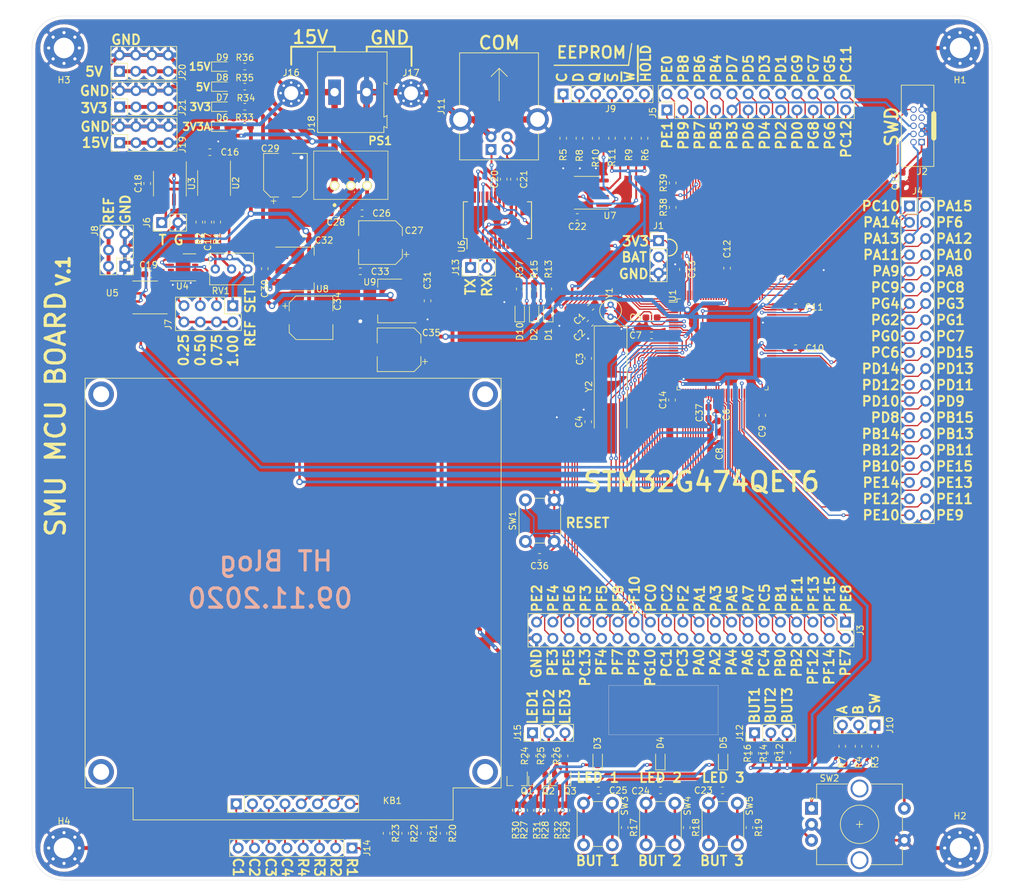
<source format=kicad_pcb>
(kicad_pcb (version 20171130) (host pcbnew "(5.1.5)-3")
  (layers (0 F.Cu signal) (31 B.Cu signal) (34 B.Paste user) (35 F.Paste user) (36 B.SilkS user) (37 F.SilkS user) (38 B.Mask user) (39 F.Mask user) (44 Edge.Cuts user))
  (net 0 "")
  (net 1 GND)
  (net 2 "Net-(C1-Pad1)")
  (net 3 "Net-(C2-Pad1)")
  (net 4 "Net-(C3-Pad1)")
  (net 5 "Net-(C4-Pad1)")
  (net 6 "Net-(C5-Pad2)")
  (net 7 +3.3VA)
  (net 8 +3V3)
  (net 9 +5V)
  (net 10 "Net-(C17-Pad1)")
  (net 11 "Net-(C20-Pad1)")
  (net 12 "Net-(C21-Pad1)")
  (net 13 "Net-(C23-Pad1)")
  (net 14 "Net-(C24-Pad1)")
  (net 15 "Net-(C25-Pad1)")
  (net 16 +15V)
  (net 17 "Net-(D1-Pad2)")
  (net 18 "Net-(D1-Pad1)")
  (net 19 "Net-(D2-Pad2)")
  (net 20 "Net-(D2-Pad1)")
  (net 21 "Net-(D3-Pad1)")
  (net 22 "Net-(D4-Pad1)")
  (net 23 "Net-(D5-Pad1)")
  (net 24 "Net-(D6-Pad2)")
  (net 25 "Net-(D7-Pad2)")
  (net 26 "Net-(D8-Pad2)")
  (net 27 "Net-(D9-Pad2)")
  (net 28 PA13)
  (net 29 PA14)
  (net 30 PB3)
  (net 31 "Net-(J2-Pad7)")
  (net 32 "Net-(J2-Pad8)")
  (net 33 PG10)
  (net 34 PB6)
  (net 35 PB5)
  (net 36 PB4)
  (net 37 PD7)
  (net 38 PF11)
  (net 39 PF12)
  (net 40 PF13)
  (net 41 PF14)
  (net 42 PF15)
  (net 43 PE7)
  (net 44 PE8)
  (net 45 PE9)
  (net 46 PE10)
  (net 47 PE11)
  (net 48 PE12)
  (net 49 PE13)
  (net 50 PE14)
  (net 51 PE15)
  (net 52 PB10)
  (net 53 PA0)
  (net 54 PF2)
  (net 55 PC3)
  (net 56 PC2)
  (net 57 PC1)
  (net 58 PC0)
  (net 59 PF10)
  (net 60 PF9)
  (net 61 PF8)
  (net 62 PF7)
  (net 63 PF5)
  (net 64 PF4)
  (net 65 PF3)
  (net 66 PC13)
  (net 67 PE6)
  (net 68 PE5)
  (net 69 PE4)
  (net 70 PE3)
  (net 71 PE2)
  (net 72 PB11)
  (net 73 PB12)
  (net 74 PB13)
  (net 75 PB14)
  (net 76 PB15)
  (net 77 PD6)
  (net 78 PE1)
  (net 79 PE0)
  (net 80 PB9)
  (net 81 PB8)
  (net 82 PB7)
  (net 83 PA4)
  (net 84 PA5)
  (net 85 PA6)
  (net 86 PA7)
  (net 87 PC4)
  (net 88 PC5)
  (net 89 PB0)
  (net 90 PB1)
  (net 91 PB2)
  (net 92 PD5)
  (net 93 PD4)
  (net 94 PD3)
  (net 95 PD2)
  (net 96 PD1)
  (net 97 PD0)
  (net 98 PG9)
  (net 99 PG8)
  (net 100 PG7)
  (net 101 PG6)
  (net 102 PG5)
  (net 103 PC12)
  (net 104 PC11)
  (net 105 PC10)
  (net 106 PA15)
  (net 107 PF6)
  (net 108 PA3)
  (net 109 PA2)
  (net 110 PA1)
  (net 111 PG1)
  (net 112 PG2)
  (net 113 PG3)
  (net 114 PG4)
  (net 115 PC8)
  (net 116 PC9)
  (net 117 PA8)
  (net 118 PA9)
  (net 119 PA10)
  (net 120 PA11)
  (net 121 PA12)
  (net 122 PD8)
  (net 123 PD9)
  (net 124 PD10)
  (net 125 PD11)
  (net 126 PD12)
  (net 127 PD13)
  (net 128 PD14)
  (net 129 PD15)
  (net 130 PC6)
  (net 131 PC7)
  (net 132 PG0)
  (net 133 "Net-(J6-Pad1)")
  (net 134 /Analog/1_4_REF)
  (net 135 /Analog/2_4_REF)
  (net 136 /Analog/3_4_REF)
  (net 137 /Analog/REF)
  (net 138 /REF)
  (net 139 "Net-(J9-Pad6)")
  (net 140 "Net-(J9-Pad5)")
  (net 141 "Net-(J9-Pad4)")
  (net 142 "Net-(J9-Pad3)")
  (net 143 "Net-(J9-Pad2)")
  (net 144 "Net-(J9-Pad1)")
  (net 145 "Net-(J10-Pad3)")
  (net 146 "Net-(J10-Pad2)")
  (net 147 "Net-(J10-Pad1)")
  (net 148 "Net-(J11-Pad2)")
  (net 149 "Net-(J11-Pad3)")
  (net 150 "Net-(J13-Pad2)")
  (net 151 "Net-(J13-Pad1)")
  (net 152 "Net-(J14-Pad8)")
  (net 153 "Net-(J14-Pad7)")
  (net 154 "Net-(J14-Pad6)")
  (net 155 "Net-(J14-Pad5)")
  (net 156 "Net-(J14-Pad4)")
  (net 157 "Net-(J14-Pad3)")
  (net 158 "Net-(J14-Pad2)")
  (net 159 "Net-(J14-Pad1)")
  (net 160 "Net-(J15-Pad3)")
  (net 161 "Net-(J15-Pad2)")
  (net 162 "Net-(J15-Pad1)")
  (net 163 "Net-(KB1-Pad8)")
  (net 164 "Net-(KB1-Pad7)")
  (net 165 "Net-(KB1-Pad5)")
  (net 166 "Net-(KB1-Pad6)")
  (net 167 "Net-(Q1-Pad3)")
  (net 168 "Net-(Q1-Pad1)")
  (net 169 "Net-(Q2-Pad3)")
  (net 170 "Net-(Q2-Pad1)")
  (net 171 "Net-(Q3-Pad3)")
  (net 172 "Net-(Q3-Pad1)")
  (net 173 "Net-(R1-Pad2)")
  (net 174 "Net-(R2-Pad1)")
  (net 175 "Net-(R17-Pad2)")
  (net 176 "Net-(R18-Pad2)")
  (net 177 "Net-(R19-Pad2)")
  (net 178 "Net-(U2-Pad8)")
  (net 179 "Net-(U2-Pad7)")
  (net 180 "Net-(U2-Pad3)")
  (net 181 "Net-(U2-Pad1)")
  (net 182 "Net-(U3-Pad8)")
  (net 183 "Net-(U3-Pad5)")
  (net 184 "Net-(U3-Pad1)")
  (net 185 "Net-(U5-Pad8)")
  (net 186 "Net-(U5-Pad5)")
  (net 187 "Net-(U5-Pad1)")
  (net 188 "Net-(U6-Pad28)")
  (net 189 "Net-(U6-Pad27)")
  (net 190 "Net-(U6-Pad26)")
  (net 191 "Net-(U6-Pad19)")
  (net 192 "Net-(U6-Pad14)")
  (net 193 "Net-(U6-Pad13)")
  (net 194 "Net-(U6-Pad12)")
  (net 195 "Net-(U6-Pad11)")
  (net 196 "Net-(U6-Pad10)")
  (net 197 "Net-(U6-Pad9)")
  (net 198 "Net-(U6-Pad6)")
  (net 199 "Net-(U6-Pad3)")
  (net 200 "Net-(U6-Pad2)")
  (net 201 "Net-(D10-Pad2)")
  (net 202 "Net-(J7-Pad2)")
  (module Capacitor_SMD:C_0603_1608Metric_Pad1.05x0.95mm_HandSolder (layer F.Cu) (at 180.7 79.5 90)
    (fp_text reference C37 (at 0 -1.43 90) (layer F.SilkS))
    (fp_text value 1U)
    (pad 2 smd roundrect (at 0.875 0 90) (size 1.05 0.95) (layers F.Cu F.Paste F.Mask) (net 138 /REF))
    (pad 1 smd roundrect (at -0.875 0 90) (size 1.05 0.95) (layers F.Cu F.Paste F.Mask) (net 1 GND))
  )
  (module Capacitor_SMD:C_0603_1608Metric_Pad1.05x0.95mm_HandSolder (layer F.Cu) (at 154.3 102 180)
    (fp_text reference C36 (at 0 -1.43) (layer F.SilkS))
    (fp_text value 100n)
    (pad 2 smd roundrect (at 0.875 0 180) (size 1.05 0.95) (layers F.Cu F.Paste F.Mask) (net 33 PG10))
    (pad 1 smd roundrect (at -0.875 0 180) (size 1.05 0.95) (layers F.Cu F.Paste F.Mask) (net 1 GND))
  )
  (module MountingHole:MountingHole_3.2mm_M3_Pad_Via (layer F.Cu) (at 80 147.5)
    (fp_text reference H4 (at 0 -4.2) (layer F.SilkS))
    (fp_text value MountingHole_Pad)
    (pad 1 thru_hole circle (at 1.697056 -1.697056) (size 0.8 0.8) (drill 0.5) (layers *.Cu *.Mask) (net 1 GND))
    (pad 1 thru_hole circle (at 0 -2.4) (size 0.8 0.8) (drill 0.5) (layers *.Cu *.Mask) (net 1 GND))
    (pad 1 thru_hole circle (at -1.697056 -1.697056) (size 0.8 0.8) (drill 0.5) (layers *.Cu *.Mask) (net 1 GND))
    (pad 1 thru_hole circle (at -2.4 0) (size 0.8 0.8) (drill 0.5) (layers *.Cu *.Mask) (net 1 GND))
    (pad 1 thru_hole circle (at -1.697056 1.697056) (size 0.8 0.8) (drill 0.5) (layers *.Cu *.Mask) (net 1 GND))
    (pad 1 thru_hole circle (at 0 2.4) (size 0.8 0.8) (drill 0.5) (layers *.Cu *.Mask) (net 1 GND))
    (pad 1 thru_hole circle (at 1.697056 1.697056) (size 0.8 0.8) (drill 0.5) (layers *.Cu *.Mask) (net 1 GND))
    (pad 1 thru_hole circle (at 2.4 0) (size 0.8 0.8) (drill 0.5) (layers *.Cu *.Mask) (net 1 GND))
    (pad 1 thru_hole circle (at 0 0) (size 6.4 6.4) (drill 3.2) (layers *.Cu *.Mask) (net 1 GND))
  )
  (module MountingHole:MountingHole_3.2mm_M3_Pad_Via (layer F.Cu) (at 80 22.5)
    (fp_text reference H3 (at 0 5) (layer F.SilkS))
    (fp_text value MountingHole_Pad)
    (pad 1 thru_hole circle (at 1.697056 -1.697056) (size 0.8 0.8) (drill 0.5) (layers *.Cu *.Mask) (net 1 GND))
    (pad 1 thru_hole circle (at 0 -2.4) (size 0.8 0.8) (drill 0.5) (layers *.Cu *.Mask) (net 1 GND))
    (pad 1 thru_hole circle (at -1.697056 -1.697056) (size 0.8 0.8) (drill 0.5) (layers *.Cu *.Mask) (net 1 GND))
    (pad 1 thru_hole circle (at -2.4 0) (size 0.8 0.8) (drill 0.5) (layers *.Cu *.Mask) (net 1 GND))
    (pad 1 thru_hole circle (at -1.697056 1.697056) (size 0.8 0.8) (drill 0.5) (layers *.Cu *.Mask) (net 1 GND))
    (pad 1 thru_hole circle (at 0 2.4) (size 0.8 0.8) (drill 0.5) (layers *.Cu *.Mask) (net 1 GND))
    (pad 1 thru_hole circle (at 1.697056 1.697056) (size 0.8 0.8) (drill 0.5) (layers *.Cu *.Mask) (net 1 GND))
    (pad 1 thru_hole circle (at 2.4 0) (size 0.8 0.8) (drill 0.5) (layers *.Cu *.Mask) (net 1 GND))
    (pad 1 thru_hole circle (at 0 0) (size 6.4 6.4) (drill 3.2) (layers *.Cu *.Mask) (net 1 GND))
  )
  (module MountingHole:MountingHole_3.2mm_M3_Pad_Via (layer F.Cu) (at 220 147.5)
    (fp_text reference H2 (at 0 -5) (layer F.SilkS))
    (fp_text value MountingHole_Pad)
    (pad 1 thru_hole circle (at 1.697056 -1.697056) (size 0.8 0.8) (drill 0.5) (layers *.Cu *.Mask) (net 1 GND))
    (pad 1 thru_hole circle (at 0 -2.4) (size 0.8 0.8) (drill 0.5) (layers *.Cu *.Mask) (net 1 GND))
    (pad 1 thru_hole circle (at -1.697056 -1.697056) (size 0.8 0.8) (drill 0.5) (layers *.Cu *.Mask) (net 1 GND))
    (pad 1 thru_hole circle (at -2.4 0) (size 0.8 0.8) (drill 0.5) (layers *.Cu *.Mask) (net 1 GND))
    (pad 1 thru_hole circle (at -1.697056 1.697056) (size 0.8 0.8) (drill 0.5) (layers *.Cu *.Mask) (net 1 GND))
    (pad 1 thru_hole circle (at 0 2.4) (size 0.8 0.8) (drill 0.5) (layers *.Cu *.Mask) (net 1 GND))
    (pad 1 thru_hole circle (at 1.697056 1.697056) (size 0.8 0.8) (drill 0.5) (layers *.Cu *.Mask) (net 1 GND))
    (pad 1 thru_hole circle (at 2.4 0) (size 0.8 0.8) (drill 0.5) (layers *.Cu *.Mask) (net 1 GND))
    (pad 1 thru_hole circle (at 0 0) (size 6.4 6.4) (drill 3.2) (layers *.Cu *.Mask) (net 1 GND))
  )
  (module MountingHole:MountingHole_3.2mm_M3_Pad_Via (layer F.Cu) (at 220 22.5)
    (fp_text reference H1 (at 0 5) (layer F.SilkS))
    (fp_text value MountingHole_Pad)
    (pad 1 thru_hole circle (at 1.697056 -1.697056) (size 0.8 0.8) (drill 0.5) (layers *.Cu *.Mask) (net 1 GND))
    (pad 1 thru_hole circle (at 0 -2.4) (size 0.8 0.8) (drill 0.5) (layers *.Cu *.Mask) (net 1 GND))
    (pad 1 thru_hole circle (at -1.697056 -1.697056) (size 0.8 0.8) (drill 0.5) (layers *.Cu *.Mask) (net 1 GND))
    (pad 1 thru_hole circle (at -2.4 0) (size 0.8 0.8) (drill 0.5) (layers *.Cu *.Mask) (net 1 GND))
    (pad 1 thru_hole circle (at -1.697056 1.697056) (size 0.8 0.8) (drill 0.5) (layers *.Cu *.Mask) (net 1 GND))
    (pad 1 thru_hole circle (at 0 2.4) (size 0.8 0.8) (drill 0.5) (layers *.Cu *.Mask) (net 1 GND))
    (pad 1 thru_hole circle (at 1.697056 1.697056) (size 0.8 0.8) (drill 0.5) (layers *.Cu *.Mask) (net 1 GND))
    (pad 1 thru_hole circle (at 2.4 0) (size 0.8 0.8) (drill 0.5) (layers *.Cu *.Mask) (net 1 GND))
    (pad 1 thru_hole circle (at 0 0) (size 6.4 6.4) (drill 3.2) (layers *.Cu *.Mask) (net 1 GND))
  )
  (module Resistor_SMD:R_0603_1608Metric_Pad1.05x0.95mm_HandSolder (layer F.Cu) (at 175.1 43.575 90)
    (fp_text reference R39 (at 0 -1.43 90) (layer F.SilkS))
    (fp_text value "47k 1%")
    (pad 2 smd roundrect (at 0.875 0 90) (size 1.05 0.95) (layers F.Cu F.Paste F.Mask) (net 1 GND))
    (pad 1 smd roundrect (at -0.875 0 90) (size 1.05 0.95) (layers F.Cu F.Paste F.Mask) (net 81 PB8))
  )
  (module Resistor_SMD:R_0603_1608Metric_Pad1.05x0.95mm_HandSolder (layer F.Cu) (at 175.1 47.4 90)
    (fp_text reference R38 (at 0 -1.43 90) (layer F.SilkS))
    (fp_text value DNP)
    (pad 2 smd roundrect (at 0.875 0 90) (size 1.05 0.95) (layers F.Cu F.Paste F.Mask) (net 81 PB8))
    (pad 1 smd roundrect (at -0.875 0 90) (size 1.05 0.95) (layers F.Cu F.Paste F.Mask) (net 8 +3V3))
  )
  (module Connector_PinHeader_2.54mm:PinHeader_2x03_P2.54mm_Vertical (layer F.Cu) (at 89.5 56.6 180)
    (fp_text reference J8 (at 4.69 5.52 270) (layer F.SilkS))
    (fp_text value Conn_02x03_Odd_Even)
    (pad 6 thru_hole oval (at 2.54 5.08 180) (size 1.7 1.7) (drill 1) (layers *.Cu *.Mask) (net 138 /REF))
    (pad 5 thru_hole oval (at 0 5.08 180) (size 1.7 1.7) (drill 1) (layers *.Cu *.Mask) (net 1 GND))
    (pad 4 thru_hole oval (at 2.54 2.54 180) (size 1.7 1.7) (drill 1) (layers *.Cu *.Mask) (net 138 /REF))
    (pad 3 thru_hole oval (at 0 2.54 180) (size 1.7 1.7) (drill 1) (layers *.Cu *.Mask) (net 1 GND))
    (pad 2 thru_hole oval (at 2.54 0 180) (size 1.7 1.7) (drill 1) (layers *.Cu *.Mask) (net 138 /REF))
    (pad 1 thru_hole rect (at 0 0 180) (size 1.7 1.7) (drill 1) (layers *.Cu *.Mask) (net 1 GND))
  )
  (module Connector_PinHeader_2.54mm:PinHeader_2x12_P2.54mm_Vertical (layer F.Cu) (at 174.2 32.2 90)
    (fp_text reference J5 (at -0.4 -2.2 270) (layer F.SilkS))
    (fp_text value Conn_02x12_Odd_Even)
    (pad 24 thru_hole oval (at 2.54 27.94 90) (size 1.7 1.7) (drill 1) (layers *.Cu *.Mask) (net 104 PC11))
    (pad 23 thru_hole oval (at 0 27.94 90) (size 1.7 1.7) (drill 1) (layers *.Cu *.Mask) (net 103 PC12))
    (pad 22 thru_hole oval (at 2.54 25.4 90) (size 1.7 1.7) (drill 1) (layers *.Cu *.Mask) (net 102 PG5))
    (pad 21 thru_hole oval (at 0 25.4 90) (size 1.7 1.7) (drill 1) (layers *.Cu *.Mask) (net 101 PG6))
    (pad 20 thru_hole oval (at 2.54 22.86 90) (size 1.7 1.7) (drill 1) (layers *.Cu *.Mask) (net 100 PG7))
    (pad 19 thru_hole oval (at 0 22.86 90) (size 1.7 1.7) (drill 1) (layers *.Cu *.Mask) (net 99 PG8))
    (pad 18 thru_hole oval (at 2.54 20.32 90) (size 1.7 1.7) (drill 1) (layers *.Cu *.Mask) (net 98 PG9))
    (pad 17 thru_hole oval (at 0 20.32 90) (size 1.7 1.7) (drill 1) (layers *.Cu *.Mask) (net 97 PD0))
    (pad 16 thru_hole oval (at 2.54 17.78 90) (size 1.7 1.7) (drill 1) (layers *.Cu *.Mask) (net 96 PD1))
    (pad 15 thru_hole oval (at 0 17.78 90) (size 1.7 1.7) (drill 1) (layers *.Cu *.Mask) (net 95 PD2))
    (pad 14 thru_hole oval (at 2.54 15.24 90) (size 1.7 1.7) (drill 1) (layers *.Cu *.Mask) (net 94 PD3))
    (pad 13 thru_hole oval (at 0 15.24 90) (size 1.7 1.7) (drill 1) (layers *.Cu *.Mask) (net 93 PD4))
    (pad 12 thru_hole oval (at 2.54 12.7 90) (size 1.7 1.7) (drill 1) (layers *.Cu *.Mask) (net 92 PD5))
    (pad 11 thru_hole oval (at 0 12.7 90) (size 1.7 1.7) (drill 1) (layers *.Cu *.Mask) (net 77 PD6))
    (pad 10 thru_hole oval (at 2.54 10.16 90) (size 1.7 1.7) (drill 1) (layers *.Cu *.Mask) (net 37 PD7))
    (pad 9 thru_hole oval (at 0 10.16 90) (size 1.7 1.7) (drill 1) (layers *.Cu *.Mask) (net 30 PB3))
    (pad 8 thru_hole oval (at 2.54 7.62 90) (size 1.7 1.7) (drill 1) (layers *.Cu *.Mask) (net 36 PB4))
    (pad 7 thru_hole oval (at 0 7.62 90) (size 1.7 1.7) (drill 1) (layers *.Cu *.Mask) (net 35 PB5))
    (pad 6 thru_hole oval (at 2.54 5.08 90) (size 1.7 1.7) (drill 1) (layers *.Cu *.Mask) (net 34 PB6))
    (pad 5 thru_hole oval (at 0 5.08 90) (size 1.7 1.7) (drill 1) (layers *.Cu *.Mask) (net 82 PB7))
    (pad 4 thru_hole oval (at 2.54 2.54 90) (size 1.7 1.7) (drill 1) (layers *.Cu *.Mask) (net 81 PB8))
    (pad 3 thru_hole oval (at 0 2.54 90) (size 1.7 1.7) (drill 1) (layers *.Cu *.Mask) (net 80 PB9))
    (pad 2 thru_hole oval (at 2.54 0 90) (size 1.7 1.7) (drill 1) (layers *.Cu *.Mask) (net 79 PE0))
    (pad 1 thru_hole rect (at 0 0 90) (size 1.7 1.7) (drill 1) (layers *.Cu *.Mask) (net 78 PE1))
  )
  (module Connector_PinHeader_2.54mm:PinHeader_2x20_P2.54mm_Vertical (layer F.Cu) (at 212.1 47.2)
    (fp_text reference J4 (at 1.27 -2.33) (layer F.SilkS))
    (fp_text value Conn_02x20_Odd_Even)
    (pad 40 thru_hole oval (at 2.54 48.26) (size 1.7 1.7) (drill 1) (layers *.Cu *.Mask) (net 45 PE9))
    (pad 39 thru_hole oval (at 0 48.26) (size 1.7 1.7) (drill 1) (layers *.Cu *.Mask) (net 46 PE10))
    (pad 38 thru_hole oval (at 2.54 45.72) (size 1.7 1.7) (drill 1) (layers *.Cu *.Mask) (net 47 PE11))
    (pad 37 thru_hole oval (at 0 45.72) (size 1.7 1.7) (drill 1) (layers *.Cu *.Mask) (net 48 PE12))
    (pad 36 thru_hole oval (at 2.54 43.18) (size 1.7 1.7) (drill 1) (layers *.Cu *.Mask) (net 49 PE13))
    (pad 35 thru_hole oval (at 0 43.18) (size 1.7 1.7) (drill 1) (layers *.Cu *.Mask) (net 50 PE14))
    (pad 34 thru_hole oval (at 2.54 40.64) (size 1.7 1.7) (drill 1) (layers *.Cu *.Mask) (net 51 PE15))
    (pad 33 thru_hole oval (at 0 40.64) (size 1.7 1.7) (drill 1) (layers *.Cu *.Mask) (net 52 PB10))
    (pad 32 thru_hole oval (at 2.54 38.1) (size 1.7 1.7) (drill 1) (layers *.Cu *.Mask) (net 72 PB11))
    (pad 31 thru_hole oval (at 0 38.1) (size 1.7 1.7) (drill 1) (layers *.Cu *.Mask) (net 73 PB12))
    (pad 30 thru_hole oval (at 2.54 35.56) (size 1.7 1.7) (drill 1) (layers *.Cu *.Mask) (net 74 PB13))
    (pad 29 thru_hole oval (at 0 35.56) (size 1.7 1.7) (drill 1) (layers *.Cu *.Mask) (net 75 PB14))
    (pad 28 thru_hole oval (at 2.54 33.02) (size 1.7 1.7) (drill 1) (layers *.Cu *.Mask) (net 76 PB15))
    (pad 27 thru_hole oval (at 0 33.02) (size 1.7 1.7) (drill 1) (layers *.Cu *.Mask) (net 122 PD8))
    (pad 26 thru_hole oval (at 2.54 30.48) (size 1.7 1.7) (drill 1) (layers *.Cu *.Mask) (net 123 PD9))
    (pad 25 thru_hole oval (at 0 30.48) (size 1.7 1.7) (drill 1) (layers *.Cu *.Mask) (net 124 PD10))
    (pad 24 thru_hole oval (at 2.54 27.94) (size 1.7 1.7) (drill 1) (layers *.Cu *.Mask) (net 125 PD11))
    (pad 23 thru_hole oval (at 0 27.94) (size 1.7 1.7) (drill 1) (layers *.Cu *.Mask) (net 126 PD12))
    (pad 22 thru_hole oval (at 2.54 25.4) (size 1.7 1.7) (drill 1) (layers *.Cu *.Mask) (net 127 PD13))
    (pad 21 thru_hole oval (at 0 25.4) (size 1.7 1.7) (drill 1) (layers *.Cu *.Mask) (net 128 PD14))
    (pad 20 thru_hole oval (at 2.54 22.86) (size 1.7 1.7) (drill 1) (layers *.Cu *.Mask) (net 129 PD15))
    (pad 19 thru_hole oval (at 0 22.86) (size 1.7 1.7) (drill 1) (layers *.Cu *.Mask) (net 130 PC6))
    (pad 18 thru_hole oval (at 2.54 20.32) (size 1.7 1.7) (drill 1) (layers *.Cu *.Mask) (net 131 PC7))
    (pad 17 thru_hole oval (at 0 20.32) (size 1.7 1.7) (drill 1) (layers *.Cu *.Mask) (net 132 PG0))
    (pad 16 thru_hole oval (at 2.54 17.78) (size 1.7 1.7) (drill 1) (layers *.Cu *.Mask) (net 111 PG1))
    (pad 15 thru_hole oval (at 0 17.78) (size 1.7 1.7) (drill 1) (layers *.Cu *.Mask) (net 112 PG2))
    (pad 14 thru_hole oval (at 2.54 15.24) (size 1.7 1.7) (drill 1) (layers *.Cu *.Mask) (net 113 PG3))
    (pad 13 thru_hole oval (at 0 15.24) (size 1.7 1.7) (drill 1) (layers *.Cu *.Mask) (net 114 PG4))
    (pad 12 thru_hole oval (at 2.54 12.7) (size 1.7 1.7) (drill 1) (layers *.Cu *.Mask) (net 115 PC8))
    (pad 11 thru_hole oval (at 0 12.7) (size 1.7 1.7) (drill 1) (layers *.Cu *.Mask) (net 116 PC9))
    (pad 10 thru_hole oval (at 2.54 10.16) (size 1.7 1.7) (drill 1) (layers *.Cu *.Mask) (net 117 PA8))
    (pad 9 thru_hole oval (at 0 10.16) (size 1.7 1.7) (drill 1) (layers *.Cu *.Mask) (net 118 PA9))
    (pad 8 thru_hole oval (at 2.54 7.62) (size 1.7 1.7) (drill 1) (layers *.Cu *.Mask) (net 119 PA10))
    (pad 7 thru_hole oval (at 0 7.62) (size 1.7 1.7) (drill 1) (layers *.Cu *.Mask) (net 120 PA11))
    (pad 6 thru_hole oval (at 2.54 5.08) (size 1.7 1.7) (drill 1) (layers *.Cu *.Mask) (net 121 PA12))
    (pad 5 thru_hole oval (at 0 5.08) (size 1.7 1.7) (drill 1) (layers *.Cu *.Mask) (net 28 PA13))
    (pad 4 thru_hole oval (at 2.54 2.54) (size 1.7 1.7) (drill 1) (layers *.Cu *.Mask) (net 107 PF6))
    (pad 3 thru_hole oval (at 0 2.54) (size 1.7 1.7) (drill 1) (layers *.Cu *.Mask) (net 29 PA14))
    (pad 2 thru_hole oval (at 2.54 0) (size 1.7 1.7) (drill 1) (layers *.Cu *.Mask) (net 106 PA15))
    (pad 1 thru_hole rect (at 0 0) (size 1.7 1.7) (drill 1) (layers *.Cu *.Mask) (net 105 PC10))
  )
  (module Connector_PinHeader_2.54mm:PinHeader_2x20_P2.54mm_Vertical (layer F.Cu) (at 202.1 112.2 270)
    (fp_text reference J3 (at 1.27 -2.33 90) (layer F.SilkS))
    (fp_text value Conn_02x20_Odd_Even)
    (pad 40 thru_hole oval (at 2.54 48.26 270) (size 1.7 1.7) (drill 1) (layers *.Cu *.Mask) (net 1 GND))
    (pad 39 thru_hole oval (at 0 48.26 270) (size 1.7 1.7) (drill 1) (layers *.Cu *.Mask) (net 71 PE2))
    (pad 38 thru_hole oval (at 2.54 45.72 270) (size 1.7 1.7) (drill 1) (layers *.Cu *.Mask) (net 70 PE3))
    (pad 37 thru_hole oval (at 0 45.72 270) (size 1.7 1.7) (drill 1) (layers *.Cu *.Mask) (net 69 PE4))
    (pad 36 thru_hole oval (at 2.54 43.18 270) (size 1.7 1.7) (drill 1) (layers *.Cu *.Mask) (net 68 PE5))
    (pad 35 thru_hole oval (at 0 43.18 270) (size 1.7 1.7) (drill 1) (layers *.Cu *.Mask) (net 67 PE6))
    (pad 34 thru_hole oval (at 2.54 40.64 270) (size 1.7 1.7) (drill 1) (layers *.Cu *.Mask) (net 66 PC13))
    (pad 33 thru_hole oval (at 0 40.64 270) (size 1.7 1.7) (drill 1) (layers *.Cu *.Mask) (net 65 PF3))
    (pad 32 thru_hole oval (at 2.54 38.1 270) (size 1.7 1.7) (drill 1) (layers *.Cu *.Mask) (net 64 PF4))
    (pad 31 thru_hole oval (at 0 38.1 270) (size 1.7 1.7) (drill 1) (layers *.Cu *.Mask) (net 63 PF5))
    (pad 30 thru_hole oval (at 2.54 35.56 270) (size 1.7 1.7) (drill 1) (layers *.Cu *.Mask) (net 62 PF7))
    (pad 29 thru_hole oval (at 0 35.56 270) (size 1.7 1.7) (drill 1) (layers *.Cu *.Mask) (net 61 PF8))
    (pad 28 thru_hole oval (at 2.54 33.02 270) (size 1.7 1.7) (drill 1) (layers *.Cu *.Mask) (net 60 PF9))
    (pad 27 thru_hole oval (at 0 33.02 270) (size 1.7 1.7) (drill 1) (layers *.Cu *.Mask) (net 59 PF10))
    (pad 26 thru_hole oval (at 2.54 30.48 270) (size 1.7 1.7) (drill 1) (layers *.Cu *.Mask) (net 33 PG10))
    (pad 25 thru_hole oval (at 0 30.48 270) (size 1.7 1.7) (drill 1) (layers *.Cu *.Mask) (net 58 PC0))
    (pad 24 thru_hole oval (at 2.54 27.94 270) (size 1.7 1.7) (drill 1) (layers *.Cu *.Mask) (net 57 PC1))
    (pad 23 thru_hole oval (at 0 27.94 270) (size 1.7 1.7) (drill 1) (layers *.Cu *.Mask) (net 56 PC2))
    (pad 22 thru_hole oval (at 2.54 25.4 270) (size 1.7 1.7) (drill 1) (layers *.Cu *.Mask) (net 55 PC3))
    (pad 21 thru_hole oval (at 0 25.4 270) (size 1.7 1.7) (drill 1) (layers *.Cu *.Mask) (net 54 PF2))
    (pad 20 thru_hole oval (at 2.54 22.86 270) (size 1.7 1.7) (drill 1) (layers *.Cu *.Mask) (net 53 PA0))
    (pad 19 thru_hole oval (at 0 22.86 270) (size 1.7 1.7) (drill 1) (layers *.Cu *.Mask) (net 110 PA1))
    (pad 18 thru_hole oval (at 2.54 20.32 270) (size 1.7 1.7) (drill 1) (layers *.Cu *.Mask) (net 109 PA2))
    (pad 17 thru_hole oval (at 0 20.32 270) (size 1.7 1.7) (drill 1) (layers *.Cu *.Mask) (net 108 PA3))
    (pad 16 thru_hole oval (at 2.54 17.78 270) (size 1.7 1.7) (drill 1) (layers *.Cu *.Mask) (net 83 PA4))
    (pad 15 thru_hole oval (at 0 17.78 270) (size 1.7 1.7) (drill 1) (layers *.Cu *.Mask) (net 84 PA5))
    (pad 14 thru_hole oval (at 2.54 15.24 270) (size 1.7 1.7) (drill 1) (layers *.Cu *.Mask) (net 85 PA6))
    (pad 13 thru_hole oval (at 0 15.24 270) (size 1.7 1.7) (drill 1) (layers *.Cu *.Mask) (net 86 PA7))
    (pad 12 thru_hole oval (at 2.54 12.7 270) (size 1.7 1.7) (drill 1) (layers *.Cu *.Mask) (net 87 PC4))
    (pad 11 thru_hole oval (at 0 12.7 270) (size 1.7 1.7) (drill 1) (layers *.Cu *.Mask) (net 88 PC5))
    (pad 10 thru_hole oval (at 2.54 10.16 270) (size 1.7 1.7) (drill 1) (layers *.Cu *.Mask) (net 89 PB0))
    (pad 9 thru_hole oval (at 0 10.16 270) (size 1.7 1.7) (drill 1) (layers *.Cu *.Mask) (net 90 PB1))
    (pad 8 thru_hole oval (at 2.54 7.62 270) (size 1.7 1.7) (drill 1) (layers *.Cu *.Mask) (net 91 PB2))
    (pad 7 thru_hole oval (at 0 7.62 270) (size 1.7 1.7) (drill 1) (layers *.Cu *.Mask) (net 38 PF11))
    (pad 6 thru_hole oval (at 2.54 5.08 270) (size 1.7 1.7) (drill 1) (layers *.Cu *.Mask) (net 39 PF12))
    (pad 5 thru_hole oval (at 0 5.08 270) (size 1.7 1.7) (drill 1) (layers *.Cu *.Mask) (net 40 PF13))
    (pad 4 thru_hole oval (at 2.54 2.54 270) (size 1.7 1.7) (drill 1) (layers *.Cu *.Mask) (net 41 PF14))
    (pad 3 thru_hole oval (at 0 2.54 270) (size 1.7 1.7) (drill 1) (layers *.Cu *.Mask) (net 42 PF15))
    (pad 2 thru_hole oval (at 2.54 0 270) (size 1.7 1.7) (drill 1) (layers *.Cu *.Mask) (net 43 PE7))
    (pad 1 thru_hole rect (at 0 0 270) (size 1.7 1.7) (drill 1) (layers *.Cu *.Mask) (net 44 PE8))
  )
  (module Connector_PinHeader_2.54mm:PinHeader_2x04_P2.54mm_Vertical (layer F.Cu) (at 88.7 31.7 90)
    (fp_text reference J21 (at -0.1 9.8 90) (layer F.SilkS))
    (fp_text value Conn_02x04_Odd_Even)
    (pad 8 thru_hole oval (at 2.54 7.62 90) (size 1.7 1.7) (drill 1) (layers *.Cu *.Mask) (net 1 GND))
    (pad 7 thru_hole oval (at 0 7.62 90) (size 1.7 1.7) (drill 1) (layers *.Cu *.Mask) (net 8 +3V3))
    (pad 6 thru_hole oval (at 2.54 5.08 90) (size 1.7 1.7) (drill 1) (layers *.Cu *.Mask) (net 1 GND))
    (pad 5 thru_hole oval (at 0 5.08 90) (size 1.7 1.7) (drill 1) (layers *.Cu *.Mask) (net 8 +3V3))
    (pad 4 thru_hole oval (at 2.54 2.54 90) (size 1.7 1.7) (drill 1) (layers *.Cu *.Mask) (net 1 GND))
    (pad 3 thru_hole oval (at 0 2.54 90) (size 1.7 1.7) (drill 1) (layers *.Cu *.Mask) (net 8 +3V3))
    (pad 2 thru_hole oval (at 2.54 0 90) (size 1.7 1.7) (drill 1) (layers *.Cu *.Mask) (net 1 GND))
    (pad 1 thru_hole rect (at 0 0 90) (size 1.7 1.7) (drill 1) (layers *.Cu *.Mask) (net 8 +3V3))
  )
  (module Connector_PinHeader_2.54mm:PinHeader_2x04_P2.54mm_Vertical (layer F.Cu) (at 88.66 26.14 90)
    (fp_text reference J20 (at -0.16 9.84 90) (layer F.SilkS))
    (fp_text value Conn_02x04_Odd_Even)
    (pad 8 thru_hole oval (at 2.54 7.62 90) (size 1.7 1.7) (drill 1) (layers *.Cu *.Mask) (net 1 GND))
    (pad 7 thru_hole oval (at 0 7.62 90) (size 1.7 1.7) (drill 1) (layers *.Cu *.Mask) (net 9 +5V))
    (pad 6 thru_hole oval (at 2.54 5.08 90) (size 1.7 1.7) (drill 1) (layers *.Cu *.Mask) (net 1 GND))
    (pad 5 thru_hole oval (at 0 5.08 90) (size 1.7 1.7) (drill 1) (layers *.Cu *.Mask) (net 9 +5V))
    (pad 4 thru_hole oval (at 2.54 2.54 90) (size 1.7 1.7) (drill 1) (layers *.Cu *.Mask) (net 1 GND))
    (pad 3 thru_hole oval (at 0 2.54 90) (size 1.7 1.7) (drill 1) (layers *.Cu *.Mask) (net 9 +5V))
    (pad 2 thru_hole oval (at 2.54 0 90) (size 1.7 1.7) (drill 1) (layers *.Cu *.Mask) (net 1 GND))
    (pad 1 thru_hole rect (at 0 0 90) (size 1.7 1.7) (drill 1) (layers *.Cu *.Mask) (net 9 +5V))
  )
  (module Connector_PinHeader_2.54mm:PinHeader_2x04_P2.54mm_Vertical (layer F.Cu) (at 88.7 37.3 90)
    (fp_text reference J19 (at -0.3 9.8 90) (layer F.SilkS))
    (fp_text value Conn_02x04_Odd_Even)
    (pad 8 thru_hole oval (at 2.54 7.62 90) (size 1.7 1.7) (drill 1) (layers *.Cu *.Mask) (net 1 GND))
    (pad 7 thru_hole oval (at 0 7.62 90) (size 1.7 1.7) (drill 1) (layers *.Cu *.Mask) (net 16 +15V))
    (pad 6 thru_hole oval (at 2.54 5.08 90) (size 1.7 1.7) (drill 1) (layers *.Cu *.Mask) (net 1 GND))
    (pad 5 thru_hole oval (at 0 5.08 90) (size 1.7 1.7) (drill 1) (layers *.Cu *.Mask) (net 16 +15V))
    (pad 4 thru_hole oval (at 2.54 2.54 90) (size 1.7 1.7) (drill 1) (layers *.Cu *.Mask) (net 1 GND))
    (pad 3 thru_hole oval (at 0 2.54 90) (size 1.7 1.7) (drill 1) (layers *.Cu *.Mask) (net 16 +15V))
    (pad 2 thru_hole oval (at 2.54 0 90) (size 1.7 1.7) (drill 1) (layers *.Cu *.Mask) (net 1 GND))
    (pad 1 thru_hole rect (at 0 0 90) (size 1.7 1.7) (drill 1) (layers *.Cu *.Mask) (net 16 +15V))
  )
  (module Connector_PinHeader_2.54mm:PinHeader_2x04_P2.54mm_Vertical (layer F.Cu) (at 106.37 62.77 270)
    (fp_text reference J7 (at 2.93 10.07 90) (layer F.SilkS))
    (fp_text value Conn_02x04_Odd_Even)
    (pad 8 thru_hole oval (at 2.54 7.62 270) (size 1.7 1.7) (drill 1) (layers *.Cu *.Mask) (net 202 "Net-(J7-Pad2)"))
    (pad 7 thru_hole oval (at 0 7.62 270) (size 1.7 1.7) (drill 1) (layers *.Cu *.Mask) (net 134 /Analog/1_4_REF))
    (pad 6 thru_hole oval (at 2.54 5.08 270) (size 1.7 1.7) (drill 1) (layers *.Cu *.Mask) (net 202 "Net-(J7-Pad2)"))
    (pad 5 thru_hole oval (at 0 5.08 270) (size 1.7 1.7) (drill 1) (layers *.Cu *.Mask) (net 135 /Analog/2_4_REF))
    (pad 4 thru_hole oval (at 2.54 2.54 270) (size 1.7 1.7) (drill 1) (layers *.Cu *.Mask) (net 202 "Net-(J7-Pad2)"))
    (pad 3 thru_hole oval (at 0 2.54 270) (size 1.7 1.7) (drill 1) (layers *.Cu *.Mask) (net 136 /Analog/3_4_REF))
    (pad 2 thru_hole oval (at 2.54 0 270) (size 1.7 1.7) (drill 1) (layers *.Cu *.Mask) (net 202 "Net-(J7-Pad2)"))
    (pad 1 thru_hole rect (at 0 0 270) (size 1.7 1.7) (drill 1) (layers *.Cu *.Mask) (net 137 /Analog/REF))
  )
  (module Resistor_SMD:R_0603_1608Metric_Pad1.05x0.95mm_HandSolder (layer F.Cu) (at 151.2 60.15 270)
    (fp_text reference R37 (at -3.075 0 90) (layer F.SilkS))
    (fp_text value "10k 1%")
    (pad 2 smd roundrect (at 0.875 0 270) (size 1.05 0.95) (layers F.Cu F.Paste F.Mask) (net 201 "Net-(D10-Pad2)"))
    (pad 1 smd roundrect (at -0.875 0 270) (size 1.05 0.95) (layers F.Cu F.Paste F.Mask) (net 11 "Net-(C20-Pad1)"))
  )
  (module LED_SMD:LED_0603_1608Metric_Pad1.05x0.95mm_HandSolder (layer F.Cu) (at 151.2 63.625 90)
    (fp_text reference D10 (at -3.175 0.025 90) (layer F.SilkS))
    (fp_text value G)
    (pad 2 smd roundrect (at 0.875 0 90) (size 1.05 0.95) (layers F.Cu F.Paste F.Mask) (net 201 "Net-(D10-Pad2)"))
    (pad 1 smd roundrect (at -0.875 0 90) (size 1.05 0.95) (layers F.Cu F.Paste F.Mask) (net 1 GND))
  )
  (module guowa_misc:RotaryEncoder_Alps_EC12E-Switch_Vertical_H20mm_CircularMountingHoles (layer F.Cu) (at 196.8 141.3)
    (fp_text reference SW2 (at 2.8 -4.7) (layer F.SilkS))
    (fp_text value Rotary_Encoder_Switch)
    (pad A thru_hole rect (at 0 0) (size 2 2) (drill 1) (layers *.Cu *.Mask) (net 146 "Net-(J10-Pad2)"))
    (pad C thru_hole circle (at 0 2.5) (size 2 2) (drill 1) (layers *.Cu *.Mask) (net 1 GND))
    (pad B thru_hole circle (at 0 5) (size 2 2) (drill 1) (layers *.Cu *.Mask) (net 145 "Net-(J10-Pad3)"))
    (pad MP thru_hole circle (at 7.5 -3.1) (size 2.8 2.8) (drill 2.2) (layers *.Cu *.Mask))
    (pad MP thru_hole circle (at 7.5 8.1) (size 2.8 2.8) (drill 2.2) (layers *.Cu *.Mask))
    (pad S1 thru_hole circle (at 14.5 0) (size 2 2) (drill 1) (layers *.Cu *.Mask) (net 147 "Net-(J10-Pad1)"))
    (pad S2 thru_hole circle (at 14.5 5) (size 2 2) (drill 1) (layers *.Cu *.Mask) (net 1 GND))
  )
  (module Crystal:Crystal_SMD_HC49-SD_HandSoldering (layer F.Cu) (at 165.4 76 270)
    (fp_text reference Y2 (at -0.6 3.4 90) (layer F.SilkS))
    (fp_text value 10MHz)
    (pad 2 smd rect (at 5.9375 0 270) (size 7.875 2) (layers F.Cu F.Paste F.Mask) (net 5 "Net-(C4-Pad1)"))
    (pad 1 smd rect (at -5.9375 0 270) (size 7.875 2) (layers F.Cu F.Paste F.Mask) (net 4 "Net-(C3-Pad1)"))
  )
  (module Crystal:Crystal_C38-LF_D3.0mm_L8.0mm_Vertical (layer F.Cu) (at 165.4 62.6 270)
    (fp_text reference Y1 (at -1.8 0.2 90) (layer F.SilkS))
    (fp_text value 32.7680kHz)
    (pad 2 thru_hole circle (at 1.9 0 270) (size 1 1) (drill 0.5) (layers *.Cu *.Mask) (net 3 "Net-(C2-Pad1)"))
    (pad 1 thru_hole circle (at 0 0 270) (size 1 1) (drill 0.5) (layers *.Cu *.Mask) (net 2 "Net-(C1-Pad1)"))
  )
  (module Package_TO_SOT_SMD:SOT-223-3_TabPin2 (layer F.Cu) (at 130.925 62.025 180)
    (fp_text reference U9 (at 3.15 2.95) (layer F.SilkS))
    (fp_text value AMS1117-3.3)
    (pad 1 smd rect (at -3.15 -2.3 180) (size 2 1.5) (layers F.Cu F.Paste F.Mask) (net 1 GND))
    (pad 3 smd rect (at -3.15 2.3 180) (size 2 1.5) (layers F.Cu F.Paste F.Mask) (net 9 +5V))
    (pad 2 smd rect (at -3.15 0 180) (size 2 1.5) (layers F.Cu F.Paste F.Mask) (net 8 +3V3))
    (pad 2 smd rect (at 3.15 0 180) (size 2 3.8) (layers F.Cu F.Paste F.Mask) (net 8 +3V3))
  )
  (module Package_TO_SOT_SMD:SOT-223-3_TabPin2 (layer F.Cu) (at 117.175 57.025)
    (fp_text reference U8 (at 3.2 3.125) (layer F.SilkS))
    (fp_text value AMS1117-3.3)
    (pad 1 smd rect (at -3.15 -2.3) (size 2 1.5) (layers F.Cu F.Paste F.Mask) (net 1 GND))
    (pad 3 smd rect (at -3.15 2.3) (size 2 1.5) (layers F.Cu F.Paste F.Mask) (net 9 +5V))
    (pad 2 smd rect (at -3.15 0) (size 2 1.5) (layers F.Cu F.Paste F.Mask) (net 7 +3.3VA))
    (pad 2 smd rect (at 3.15 0) (size 2 3.8) (layers F.Cu F.Paste F.Mask) (net 7 +3.3VA))
  )
  (module Package_SO:SOIC-8_3.9x4.9mm_P1.27mm (layer F.Cu) (at 161.665 45.115 180)
    (fp_text reference U7 (at -3.635 -3.585) (layer F.SilkS))
    (fp_text value M95M01-R)
    (pad 8 smd roundrect (at 2.475 -1.905 180) (size 1.95 0.6) (layers F.Cu F.Paste F.Mask) (net 8 +3V3))
    (pad 7 smd roundrect (at 2.475 -0.635 180) (size 1.95 0.6) (layers F.Cu F.Paste F.Mask) (net 139 "Net-(J9-Pad6)"))
    (pad 6 smd roundrect (at 2.475 0.635 180) (size 1.95 0.6) (layers F.Cu F.Paste F.Mask) (net 144 "Net-(J9-Pad1)"))
    (pad 5 smd roundrect (at 2.475 1.905 180) (size 1.95 0.6) (layers F.Cu F.Paste F.Mask) (net 143 "Net-(J9-Pad2)"))
    (pad 4 smd roundrect (at -2.475 1.905 180) (size 1.95 0.6) (layers F.Cu F.Paste F.Mask) (net 1 GND))
    (pad 3 smd roundrect (at -2.475 0.635 180) (size 1.95 0.6) (layers F.Cu F.Paste F.Mask) (net 140 "Net-(J9-Pad5)"))
    (pad 2 smd roundrect (at -2.475 -0.635 180) (size 1.95 0.6) (layers F.Cu F.Paste F.Mask) (net 142 "Net-(J9-Pad3)"))
    (pad 1 smd roundrect (at -2.475 -1.905 180) (size 1.95 0.6) (layers F.Cu F.Paste F.Mask) (net 141 "Net-(J9-Pad4)"))
  )
  (module Package_SO:SSOP-28_5.3x10.2mm_P0.65mm (layer F.Cu) (at 147.725 49.4 90)
    (fp_text reference U6 (at -4.075 -5.6 90) (layer F.SilkS))
    (fp_text value FT232RL)
    (pad 28 smd rect (at 3.6 -4.225 90) (size 1.75 0.45) (layers F.Cu F.Paste F.Mask) (net 188 "Net-(U6-Pad28)"))
    (pad 27 smd rect (at 3.6 -3.575 90) (size 1.75 0.45) (layers F.Cu F.Paste F.Mask) (net 189 "Net-(U6-Pad27)"))
    (pad 26 smd rect (at 3.6 -2.925 90) (size 1.75 0.45) (layers F.Cu F.Paste F.Mask) (net 190 "Net-(U6-Pad26)"))
    (pad 25 smd rect (at 3.6 -2.275 90) (size 1.75 0.45) (layers F.Cu F.Paste F.Mask) (net 1 GND))
    (pad 24 smd rect (at 3.6 -1.625 90) (size 1.75 0.45) (layers F.Cu F.Paste F.Mask))
    (pad 23 smd rect (at 3.6 -0.975 90) (size 1.75 0.45) (layers F.Cu F.Paste F.Mask) (net 18 "Net-(D1-Pad1)"))
    (pad 22 smd rect (at 3.6 -0.325 90) (size 1.75 0.45) (layers F.Cu F.Paste F.Mask) (net 20 "Net-(D2-Pad1)"))
    (pad 21 smd rect (at 3.6 0.325 90) (size 1.75 0.45) (layers F.Cu F.Paste F.Mask) (net 1 GND))
    (pad 20 smd rect (at 3.6 0.975 90) (size 1.75 0.45) (layers F.Cu F.Paste F.Mask) (net 11 "Net-(C20-Pad1)"))
    (pad 19 smd rect (at 3.6 1.625 90) (size 1.75 0.45) (layers F.Cu F.Paste F.Mask) (net 191 "Net-(U6-Pad19)"))
    (pad 18 smd rect (at 3.6 2.275 90) (size 1.75 0.45) (layers F.Cu F.Paste F.Mask) (net 1 GND))
    (pad 17 smd rect (at 3.6 2.925 90) (size 1.75 0.45) (layers F.Cu F.Paste F.Mask) (net 12 "Net-(C21-Pad1)"))
    (pad 16 smd rect (at 3.6 3.575 90) (size 1.75 0.45) (layers F.Cu F.Paste F.Mask) (net 148 "Net-(J11-Pad2)"))
    (pad 15 smd rect (at 3.6 4.225 90) (size 1.75 0.45) (layers F.Cu F.Paste F.Mask) (net 149 "Net-(J11-Pad3)"))
    (pad 14 smd rect (at -3.6 4.225 90) (size 1.75 0.45) (layers F.Cu F.Paste F.Mask) (net 192 "Net-(U6-Pad14)"))
    (pad 13 smd rect (at -3.6 3.575 90) (size 1.75 0.45) (layers F.Cu F.Paste F.Mask) (net 193 "Net-(U6-Pad13)"))
    (pad 12 smd rect (at -3.6 2.925 90) (size 1.75 0.45) (layers F.Cu F.Paste F.Mask) (net 194 "Net-(U6-Pad12)"))
    (pad 11 smd rect (at -3.6 2.275 90) (size 1.75 0.45) (layers F.Cu F.Paste F.Mask) (net 195 "Net-(U6-Pad11)"))
    (pad 10 smd rect (at -3.6 1.625 90) (size 1.75 0.45) (layers F.Cu F.Paste F.Mask) (net 196 "Net-(U6-Pad10)"))
    (pad 9 smd rect (at -3.6 0.975 90) (size 1.75 0.45) (layers F.Cu F.Paste F.Mask) (net 197 "Net-(U6-Pad9)"))
    (pad 8 smd rect (at -3.6 0.325 90) (size 1.75 0.45) (layers F.Cu F.Paste F.Mask))
    (pad 7 smd rect (at -3.6 -0.325 90) (size 1.75 0.45) (layers F.Cu F.Paste F.Mask) (net 1 GND))
    (pad 6 smd rect (at -3.6 -0.975 90) (size 1.75 0.45) (layers F.Cu F.Paste F.Mask) (net 198 "Net-(U6-Pad6)"))
    (pad 5 smd rect (at -3.6 -1.625 90) (size 1.75 0.45) (layers F.Cu F.Paste F.Mask) (net 150 "Net-(J13-Pad2)"))
    (pad 4 smd rect (at -3.6 -2.275 90) (size 1.75 0.45) (layers F.Cu F.Paste F.Mask) (net 12 "Net-(C21-Pad1)"))
    (pad 3 smd rect (at -3.6 -2.925 90) (size 1.75 0.45) (layers F.Cu F.Paste F.Mask) (net 199 "Net-(U6-Pad3)"))
    (pad 2 smd rect (at -3.6 -3.575 90) (size 1.75 0.45) (layers F.Cu F.Paste F.Mask) (net 200 "Net-(U6-Pad2)"))
    (pad 1 smd rect (at -3.6 -4.225 90) (size 1.75 0.45) (layers F.Cu F.Paste F.Mask) (net 151 "Net-(J13-Pad1)"))
  )
  (module Package_SO:SOIC-8_3.9x4.9mm_P1.27mm (layer F.Cu) (at 92.68 61.47 180)
    (fp_text reference U5 (at 5.14 0.69) (layer F.SilkS))
    (fp_text value OPA333AID)
    (pad 8 smd roundrect (at 2.475 -1.905 180) (size 1.95 0.6) (layers F.Cu F.Paste F.Mask) (net 185 "Net-(U5-Pad8)"))
    (pad 7 smd roundrect (at 2.475 -0.635 180) (size 1.95 0.6) (layers F.Cu F.Paste F.Mask) (net 7 +3.3VA))
    (pad 6 smd roundrect (at 2.475 0.635 180) (size 1.95 0.6) (layers F.Cu F.Paste F.Mask) (net 138 /REF))
    (pad 5 smd roundrect (at 2.475 1.905 180) (size 1.95 0.6) (layers F.Cu F.Paste F.Mask) (net 186 "Net-(U5-Pad5)"))
    (pad 4 smd roundrect (at -2.475 1.905 180) (size 1.95 0.6) (layers F.Cu F.Paste F.Mask) (net 1 GND))
    (pad 3 smd roundrect (at -2.475 0.635 180) (size 1.95 0.6) (layers F.Cu F.Paste F.Mask) (net 202 "Net-(J7-Pad2)"))
    (pad 2 smd roundrect (at -2.475 -0.635 180) (size 1.95 0.6) (layers F.Cu F.Paste F.Mask) (net 138 /REF))
    (pad 1 smd roundrect (at -2.475 -1.905 180) (size 1.95 0.6) (layers F.Cu F.Paste F.Mask) (net 187 "Net-(U5-Pad1)"))
  )
  (module Package_DFN_QFN:DFN-8-1EP_4x4mm_P0.8mm_EP2.3x3.24mm (layer F.Cu) (at 98.6 56.77)
    (fp_text reference U4 (at -0.1 2.93) (layer F.SilkS))
    (fp_text value "50k 0.1%")
    (pad 9 smd rect (at 0 0) (size 2.3 3.24) (layers F.Cu F.Mask))
    (pad 8 smd roundrect (at 1.9 -1.2) (size 0.95 0.35) (layers F.Cu F.Paste F.Mask) (net 137 /Analog/REF))
    (pad 7 smd roundrect (at 1.9 -0.4) (size 0.95 0.35) (layers F.Cu F.Paste F.Mask) (net 135 /Analog/2_4_REF))
    (pad 6 smd roundrect (at 1.9 0.4) (size 0.95 0.35) (layers F.Cu F.Paste F.Mask) (net 135 /Analog/2_4_REF))
    (pad 5 smd roundrect (at 1.9 1.2) (size 0.95 0.35) (layers F.Cu F.Paste F.Mask) (net 1 GND))
    (pad 4 smd roundrect (at -1.9 1.2) (size 0.95 0.35) (layers F.Cu F.Paste F.Mask) (net 134 /Analog/1_4_REF))
    (pad 3 smd roundrect (at -1.9 0.4) (size 0.95 0.35) (layers F.Cu F.Paste F.Mask) (net 134 /Analog/1_4_REF))
    (pad 2 smd roundrect (at -1.9 -0.4) (size 0.95 0.35) (layers F.Cu F.Paste F.Mask) (net 136 /Analog/3_4_REF))
    (pad 1 smd roundrect (at -1.9 -1.2) (size 0.95 0.35) (layers F.Cu F.Paste F.Mask) (net 136 /Analog/3_4_REF))
  )
  (module Package_SO:SOIC-8_3.9x4.9mm_P1.27mm (layer F.Cu) (at 96.545 43.7 270)
    (fp_text reference U3 (at 0 -3.4 90) (layer F.SilkS))
    (fp_text value OPA333AID)
    (pad 8 smd roundrect (at 2.475 -1.905 270) (size 1.95 0.6) (layers F.Cu F.Paste F.Mask) (net 182 "Net-(U3-Pad8)"))
    (pad 7 smd roundrect (at 2.475 -0.635 270) (size 1.95 0.6) (layers F.Cu F.Paste F.Mask) (net 7 +3.3VA))
    (pad 6 smd roundrect (at 2.475 0.635 270) (size 1.95 0.6) (layers F.Cu F.Paste F.Mask) (net 133 "Net-(J6-Pad1)"))
    (pad 5 smd roundrect (at 2.475 1.905 270) (size 1.95 0.6) (layers F.Cu F.Paste F.Mask) (net 183 "Net-(U3-Pad5)"))
    (pad 4 smd roundrect (at -2.475 1.905 270) (size 1.95 0.6) (layers F.Cu F.Paste F.Mask) (net 1 GND))
    (pad 3 smd roundrect (at -2.475 0.635 270) (size 1.95 0.6) (layers F.Cu F.Paste F.Mask) (net 180 "Net-(U2-Pad3)"))
    (pad 2 smd roundrect (at -2.475 -0.635 270) (size 1.95 0.6) (layers F.Cu F.Paste F.Mask) (net 133 "Net-(J6-Pad1)"))
    (pad 1 smd roundrect (at -2.475 -1.905 270) (size 1.95 0.6) (layers F.Cu F.Paste F.Mask) (net 184 "Net-(U3-Pad1)"))
  )
  (module Package_SO:SOIC-8_3.9x4.9mm_P1.27mm (layer F.Cu) (at 103.445 43.6 270)
    (fp_text reference U2 (at 0 -3.4 90) (layer F.SilkS))
    (fp_text value REF5040)
    (pad 8 smd roundrect (at 2.475 -1.905 270) (size 1.95 0.6) (layers F.Cu F.Paste F.Mask) (net 178 "Net-(U2-Pad8)"))
    (pad 7 smd roundrect (at 2.475 -0.635 270) (size 1.95 0.6) (layers F.Cu F.Paste F.Mask) (net 179 "Net-(U2-Pad7)"))
    (pad 6 smd roundrect (at 2.475 0.635 270) (size 1.95 0.6) (layers F.Cu F.Paste F.Mask) (net 137 /Analog/REF))
    (pad 5 smd roundrect (at 2.475 1.905 270) (size 1.95 0.6) (layers F.Cu F.Paste F.Mask) (net 10 "Net-(C17-Pad1)"))
    (pad 4 smd roundrect (at -2.475 1.905 270) (size 1.95 0.6) (layers F.Cu F.Paste F.Mask) (net 1 GND))
    (pad 3 smd roundrect (at -2.475 0.635 270) (size 1.95 0.6) (layers F.Cu F.Paste F.Mask) (net 180 "Net-(U2-Pad3)"))
    (pad 2 smd roundrect (at -2.475 -0.635 270) (size 1.95 0.6) (layers F.Cu F.Paste F.Mask) (net 9 +5V))
    (pad 1 smd roundrect (at -2.475 -1.905 270) (size 1.95 0.6) (layers F.Cu F.Paste F.Mask) (net 181 "Net-(U2-Pad1)"))
  )
  (module Package_QFP:LQFP-128_14x14mm_P0.4mm (layer F.Cu) (at 182.9 68.8)
    (fp_text reference U1 (at -7.8 -7.6 90) (layer F.SilkS))
    (fp_text value STM32G474QET6)
    (pad 128 smd roundrect (at -6.2 -7.6625) (size 0.25 1.475) (layers F.Cu F.Paste F.Mask) (net 8 +3V3))
    (pad 127 smd roundrect (at -5.8 -7.6625) (size 0.25 1.475) (layers F.Cu F.Paste F.Mask) (net 1 GND))
    (pad 126 smd roundrect (at -5.4 -7.6625) (size 0.25 1.475) (layers F.Cu F.Paste F.Mask) (net 78 PE1))
    (pad 125 smd roundrect (at -5 -7.6625) (size 0.25 1.475) (layers F.Cu F.Paste F.Mask) (net 79 PE0))
    (pad 124 smd roundrect (at -4.6 -7.6625) (size 0.25 1.475) (layers F.Cu F.Paste F.Mask) (net 80 PB9))
    (pad 123 smd roundrect (at -4.2 -7.6625) (size 0.25 1.475) (layers F.Cu F.Paste F.Mask) (net 81 PB8))
    (pad 122 smd roundrect (at -3.8 -7.6625) (size 0.25 1.475) (layers F.Cu F.Paste F.Mask) (net 82 PB7))
    (pad 121 smd roundrect (at -3.4 -7.6625) (size 0.25 1.475) (layers F.Cu F.Paste F.Mask) (net 34 PB6))
    (pad 120 smd roundrect (at -3 -7.6625) (size 0.25 1.475) (layers F.Cu F.Paste F.Mask) (net 35 PB5))
    (pad 119 smd roundrect (at -2.6 -7.6625) (size 0.25 1.475) (layers F.Cu F.Paste F.Mask) (net 36 PB4))
    (pad 118 smd roundrect (at -2.2 -7.6625) (size 0.25 1.475) (layers F.Cu F.Paste F.Mask) (net 30 PB3))
    (pad 117 smd roundrect (at -1.8 -7.6625) (size 0.25 1.475) (layers F.Cu F.Paste F.Mask) (net 37 PD7))
    (pad 116 smd roundrect (at -1.4 -7.6625) (size 0.25 1.475) (layers F.Cu F.Paste F.Mask) (net 77 PD6))
    (pad 115 smd roundrect (at -1 -7.6625) (size 0.25 1.475) (layers F.Cu F.Paste F.Mask) (net 92 PD5))
    (pad 114 smd roundrect (at -0.6 -7.6625) (size 0.25 1.475) (layers F.Cu F.Paste F.Mask) (net 93 PD4))
    (pad 113 smd roundrect (at -0.2 -7.6625) (size 0.25 1.475) (layers F.Cu F.Paste F.Mask) (net 94 PD3))
    (pad 112 smd roundrect (at 0.2 -7.6625) (size 0.25 1.475) (layers F.Cu F.Paste F.Mask) (net 95 PD2))
    (pad 111 smd roundrect (at 0.6 -7.6625) (size 0.25 1.475) (layers F.Cu F.Paste F.Mask) (net 8 +3V3))
    (pad 110 smd roundrect (at 1 -7.6625) (size 0.25 1.475) (layers F.Cu F.Paste F.Mask) (net 1 GND))
    (pad 109 smd roundrect (at 1.4 -7.6625) (size 0.25 1.475) (layers F.Cu F.Paste F.Mask) (net 96 PD1))
    (pad 108 smd roundrect (at 1.8 -7.6625) (size 0.25 1.475) (layers F.Cu F.Paste F.Mask) (net 97 PD0))
    (pad 107 smd roundrect (at 2.2 -7.6625) (size 0.25 1.475) (layers F.Cu F.Paste F.Mask) (net 98 PG9))
    (pad 106 smd roundrect (at 2.6 -7.6625) (size 0.25 1.475) (layers F.Cu F.Paste F.Mask) (net 99 PG8))
    (pad 105 smd roundrect (at 3 -7.6625) (size 0.25 1.475) (layers F.Cu F.Paste F.Mask) (net 100 PG7))
    (pad 104 smd roundrect (at 3.4 -7.6625) (size 0.25 1.475) (layers F.Cu F.Paste F.Mask) (net 101 PG6))
    (pad 103 smd roundrect (at 3.8 -7.6625) (size 0.25 1.475) (layers F.Cu F.Paste F.Mask) (net 102 PG5))
    (pad 102 smd roundrect (at 4.2 -7.6625) (size 0.25 1.475) (layers F.Cu F.Paste F.Mask) (net 103 PC12))
    (pad 101 smd roundrect (at 4.6 -7.6625) (size 0.25 1.475) (layers F.Cu F.Paste F.Mask) (net 104 PC11))
    (pad 100 smd roundrect (at 5 -7.6625) (size 0.25 1.475) (layers F.Cu F.Paste F.Mask) (net 105 PC10))
    (pad 99 smd roundrect (at 5.4 -7.6625) (size 0.25 1.475) (layers F.Cu F.Paste F.Mask) (net 106 PA15))
    (pad 98 smd roundrect (at 5.8 -7.6625) (size 0.25 1.475) (layers F.Cu F.Paste F.Mask) (net 29 PA14))
    (pad 97 smd roundrect (at 6.2 -7.6625) (size 0.25 1.475) (layers F.Cu F.Paste F.Mask) (net 107 PF6))
    (pad 96 smd roundrect (at 7.6625 -6.2) (size 1.475 0.25) (layers F.Cu F.Paste F.Mask) (net 28 PA13))
    (pad 95 smd roundrect (at 7.6625 -5.8) (size 1.475 0.25) (layers F.Cu F.Paste F.Mask) (net 8 +3V3))
    (pad 94 smd roundrect (at 7.6625 -5.4) (size 1.475 0.25) (layers F.Cu F.Paste F.Mask) (net 1 GND))
    (pad 93 smd roundrect (at 7.6625 -5) (size 1.475 0.25) (layers F.Cu F.Paste F.Mask) (net 121 PA12))
    (pad 92 smd roundrect (at 7.6625 -4.6) (size 1.475 0.25) (layers F.Cu F.Paste F.Mask) (net 120 PA11))
    (pad 91 smd roundrect (at 7.6625 -4.2) (size 1.475 0.25) (layers F.Cu F.Paste F.Mask) (net 119 PA10))
    (pad 90 smd roundrect (at 7.6625 -3.8) (size 1.475 0.25) (layers F.Cu F.Paste F.Mask) (net 118 PA9))
    (pad 89 smd roundrect (at 7.6625 -3.4) (size 1.475 0.25) (layers F.Cu F.Paste F.Mask) (net 117 PA8))
    (pad 88 smd roundrect (at 7.6625 -3) (size 1.475 0.25) (layers F.Cu F.Paste F.Mask) (net 116 PC9))
    (pad 87 smd roundrect (at 7.6625 -2.6) (size 1.475 0.25) (layers F.Cu F.Paste F.Mask) (net 115 PC8))
    (pad 86 smd roundrect (at 7.6625 -2.2) (size 1.475 0.25) (layers F.Cu F.Paste F.Mask) (net 114 PG4))
    (pad 85 smd roundrect (at 7.6625 -1.8) (size 1.475 0.25) (layers F.Cu F.Paste F.Mask) (net 113 PG3))
    (pad 84 smd roundrect (at 7.6625 -1.4) (size 1.475 0.25) (layers F.Cu F.Paste F.Mask) (net 112 PG2))
    (pad 83 smd roundrect (at 7.6625 -1) (size 1.475 0.25) (layers F.Cu F.Paste F.Mask) (net 111 PG1))
    (pad 82 smd roundrect (at 7.6625 -0.6) (size 1.475 0.25) (layers F.Cu F.Paste F.Mask) (net 132 PG0))
    (pad 81 smd roundrect (at 7.6625 -0.2) (size 1.475 0.25) (layers F.Cu F.Paste F.Mask) (net 131 PC7))
    (pad 80 smd roundrect (at 7.6625 0.2) (size 1.475 0.25) (layers F.Cu F.Paste F.Mask) (net 130 PC6))
    (pad 79 smd roundrect (at 7.6625 0.6) (size 1.475 0.25) (layers F.Cu F.Paste F.Mask) (net 8 +3V3))
    (pad 78 smd roundrect (at 7.6625 1) (size 1.475 0.25) (layers F.Cu F.Paste F.Mask) (net 1 GND))
    (pad 77 smd roundrect (at 7.6625 1.4) (size 1.475 0.25) (layers F.Cu F.Paste F.Mask) (net 129 PD15))
    (pad 76 smd roundrect (at 7.6625 1.8) (size 1.475 0.25) (layers F.Cu F.Paste F.Mask) (net 128 PD14))
    (pad 75 smd roundrect (at 7.6625 2.2) (size 1.475 0.25) (layers F.Cu F.Paste F.Mask) (net 127 PD13))
    (pad 74 smd roundrect (at 7.6625 2.6) (size 1.475 0.25) (layers F.Cu F.Paste F.Mask) (net 126 PD12))
    (pad 73 smd roundrect (at 7.6625 3) (size 1.475 0.25) (layers F.Cu F.Paste F.Mask) (net 125 PD11))
    (pad 72 smd roundrect (at 7.6625 3.4) (size 1.475 0.25) (layers F.Cu F.Paste F.Mask) (net 124 PD10))
    (pad 71 smd roundrect (at 7.6625 3.8) (size 1.475 0.25) (layers F.Cu F.Paste F.Mask) (net 123 PD9))
    (pad 70 smd roundrect (at 7.6625 4.2) (size 1.475 0.25) (layers F.Cu F.Paste F.Mask) (net 122 PD8))
    (pad 69 smd roundrect (at 7.6625 4.6) (size 1.475 0.25) (layers F.Cu F.Paste F.Mask) (net 76 PB15))
    (pad 68 smd roundrect (at 7.6625 5) (size 1.475 0.25) (layers F.Cu F.Paste F.Mask) (net 75 PB14))
    (pad 67 smd roundrect (at 7.6625 5.4) (size 1.475 0.25) (layers F.Cu F.Paste F.Mask) (net 74 PB13))
    (pad 66 smd roundrect (at 7.6625 5.8) (size 1.475 0.25) (layers F.Cu F.Paste F.Mask) (net 73 PB12))
    (pad 65 smd roundrect (at 7.6625 6.2) (size 1.475 0.25) (layers F.Cu F.Paste F.Mask) (net 72 PB11))
    (pad 64 smd roundrect (at 6.2 7.6625) (size 0.25 1.475) (layers F.Cu F.Paste F.Mask) (net 8 +3V3))
    (pad 63 smd roundrect (at 5.8 7.6625) (size 0.25 1.475) (layers F.Cu F.Paste F.Mask) (net 1 GND))
    (pad 62 smd roundrect (at 5.4 7.6625) (size 0.25 1.475) (layers F.Cu F.Paste F.Mask) (net 52 PB10))
    (pad 61 smd roundrect (at 5 7.6625) (size 0.25 1.475) (layers F.Cu F.Paste F.Mask) (net 51 PE15))
    (pad 60 smd roundrect (at 4.6 7.6625) (size 0.25 1.475) (layers F.Cu F.Paste F.Mask) (net 50 PE14))
    (pad 59 smd roundrect (at 4.2 7.6625) (size 0.25 1.475) (layers F.Cu F.Paste F.Mask) (net 49 PE13))
    (pad 58 smd roundrect (at 3.8 7.6625) (size 0.25 1.475) (layers F.Cu F.Paste F.Mask) (net 48 PE12))
    (pad 57 smd roundrect (at 3.4 7.6625) (size 0.25 1.475) (layers F.Cu F.Paste F.Mask) (net 47 PE11))
    (pad 56 smd roundrect (at 3 7.6625) (size 0.25 1.475) (layers F.Cu F.Paste F.Mask) (net 46 PE10))
    (pad 55 smd roundrect (at 2.6 7.6625) (size 0.25 1.475) (layers F.Cu F.Paste F.Mask) (net 45 PE9))
    (pad 54 smd roundrect (at 2.2 7.6625) (size 0.25 1.475) (layers F.Cu F.Paste F.Mask) (net 44 PE8))
    (pad 53 smd roundrect (at 1.8 7.6625) (size 0.25 1.475) (layers F.Cu F.Paste F.Mask) (net 43 PE7))
    (pad 52 smd roundrect (at 1.4 7.6625) (size 0.25 1.475) (layers F.Cu F.Paste F.Mask) (net 42 PF15))
    (pad 51 smd roundrect (at 1 7.6625) (size 0.25 1.475) (layers F.Cu F.Paste F.Mask) (net 41 PF14))
    (pad 50 smd roundrect (at 0.6 7.6625) (size 0.25 1.475) (layers F.Cu F.Paste F.Mask) (net 40 PF13))
    (pad 49 smd roundrect (at 0.2 7.6625) (size 0.25 1.475) (layers F.Cu F.Paste F.Mask) (net 39 PF12))
    (pad 48 smd roundrect (at -0.2 7.6625) (size 0.25 1.475) (layers F.Cu F.Paste F.Mask) (net 38 PF11))
    (pad 47 smd roundrect (at -0.6 7.6625) (size 0.25 1.475) (layers F.Cu F.Paste F.Mask) (net 8 +3V3))
    (pad 46 smd roundrect (at -1 7.6625) (size 0.25 1.475) (layers F.Cu F.Paste F.Mask) (net 1 GND))
    (pad 45 smd roundrect (at -1.4 7.6625) (size 0.25 1.475) (layers F.Cu F.Paste F.Mask) (net 7 +3.3VA))
    (pad 44 smd roundrect (at -1.8 7.6625) (size 0.25 1.475) (layers F.Cu F.Paste F.Mask) (net 138 /REF))
    (pad 43 smd roundrect (at -2.2 7.6625) (size 0.25 1.475) (layers F.Cu F.Paste F.Mask) (net 138 /REF))
    (pad 42 smd roundrect (at -2.6 7.6625) (size 0.25 1.475) (layers F.Cu F.Paste F.Mask) (net 1 GND))
    (pad 41 smd roundrect (at -3 7.6625) (size 0.25 1.475) (layers F.Cu F.Paste F.Mask) (net 91 PB2))
    (pad 40 smd roundrect (at -3.4 7.6625) (size 0.25 1.475) (layers F.Cu F.Paste F.Mask) (net 90 PB1))
    (pad 39 smd roundrect (at -3.8 7.6625) (size 0.25 1.475) (layers F.Cu F.Paste F.Mask) (net 89 PB0))
    (pad 38 smd roundrect (at -4.2 7.6625) (size 0.25 1.475) (layers F.Cu F.Paste F.Mask) (net 88 PC5))
    (pad 37 smd roundrect (at -4.6 7.6625) (size 0.25 1.475) (layers F.Cu F.Paste F.Mask) (net 87 PC4))
    (pad 36 smd roundrect (at -5 7.6625) (size 0.25 1.475) (layers F.Cu F.Paste F.Mask) (net 86 PA7))
    (pad 35 smd roundrect (at -5.4 7.6625) (size 0.25 1.475) (layers F.Cu F.Paste F.Mask) (net 85 PA6))
    (pad 34 smd roundrect (at -5.8 7.6625) (size 0.25 1.475) (layers F.Cu F.Paste F.Mask) (net 84 PA5))
    (pad 33 smd roundrect (at -6.2 7.6625) (size 0.25 1.475) (layers F.Cu F.Paste F.Mask) (net 83 PA4))
    (pad 32 smd roundrect (at -7.6625 6.2) (size 1.475 0.25) (layers F.Cu F.Paste F.Mask) (net 108 PA3))
    (pad 31 smd roundrect (at -7.6625 5.8) (size 1.475 0.25) (layers F.Cu F.Paste F.Mask) (net 8 +3V3))
    (pad 30 smd roundrect (at -7.6625 5.4) (size 1.475 0.25) (layers F.Cu F.Paste F.Mask) (net 1 GND))
    (pad 29 smd roundrect (at -7.6625 5) (size 1.475 0.25) (layers F.Cu F.Paste F.Mask) (net 109 PA2))
    (pad 28 smd roundrect (at -7.6625 4.6) (size 1.475 0.25) (layers F.Cu F.Paste F.Mask) (net 110 PA1))
    (pad 27 smd roundrect (at -7.6625 4.2) (size 1.475 0.25) (layers F.Cu F.Paste F.Mask) (net 53 PA0))
    (pad 26 smd roundrect (at -7.6625 3.8) (size 1.475 0.25) (layers F.Cu F.Paste F.Mask) (net 54 PF2))
    (pad 25 smd roundrect (at -7.6625 3.4) (size 1.475 0.25) (layers F.Cu F.Paste F.Mask) (net 55 PC3))
    (pad 24 smd roundrect (at -7.6625 3) (size 1.475 0.25) (layers F.Cu F.Paste F.Mask) (net 56 PC2))
    (pad 23 smd roundrect (at -7.6625 2.6) (size 1.475 0.25) (layers F.Cu F.Paste F.Mask) (net 57 PC1))
    (pad 22 smd roundrect (at -7.6625 2.2) (size 1.475 0.25) (layers F.Cu F.Paste F.Mask) (net 58 PC0))
    (pad 21 smd roundrect (at -7.6625 1.8) (size 1.475 0.25) (layers F.Cu F.Paste F.Mask) (net 33 PG10))
    (pad 20 smd roundrect (at -7.6625 1.4) (size 1.475 0.25) (layers F.Cu F.Paste F.Mask) (net 5 "Net-(C4-Pad1)"))
    (pad 19 smd roundrect (at -7.6625 1) (size 1.475 0.25) (layers F.Cu F.Paste F.Mask) (net 4 "Net-(C3-Pad1)"))
    (pad 18 smd roundrect (at -7.6625 0.6) (size 1.475 0.25) (layers F.Cu F.Paste F.Mask) (net 59 PF10))
    (pad 17 smd roundrect (at -7.6625 0.2) (size 1.475 0.25) (layers F.Cu F.Paste F.Mask) (net 60 PF9))
    (pad 16 smd roundrect (at -7.6625 -0.2) (size 1.475 0.25) (layers F.Cu F.Paste F.Mask) (net 61 PF8))
    (pad 15 smd roundrect (at -7.6625 -0.6) (size 1.475 0.25) (layers F.Cu F.Paste F.Mask) (net 62 PF7))
    (pad 14 smd roundrect (at -7.6625 -1) (size 1.475 0.25) (layers F.Cu F.Paste F.Mask) (net 63 PF5))
    (pad 13 smd roundrect (at -7.6625 -1.4) (size 1.475 0.25) (layers F.Cu F.Paste F.Mask) (net 8 +3V3))
    (pad 12 smd roundrect (at -7.6625 -1.8) (size 1.475 0.25) (layers F.Cu F.Paste F.Mask) (net 1 GND))
    (pad 11 smd roundrect (at -7.6625 -2.2) (size 1.475 0.25) (layers F.Cu F.Paste F.Mask) (net 64 PF4))
    (pad 10 smd roundrect (at -7.6625 -2.6) (size 1.475 0.25) (layers F.Cu F.Paste F.Mask) (net 65 PF3))
    (pad 9 smd roundrect (at -7.6625 -3) (size 1.475 0.25) (layers F.Cu F.Paste F.Mask) (net 3 "Net-(C2-Pad1)"))
    (pad 8 smd roundrect (at -7.6625 -3.4) (size 1.475 0.25) (layers F.Cu F.Paste F.Mask) (net 2 "Net-(C1-Pad1)"))
    (pad 7 smd roundrect (at -7.6625 -3.8) (size 1.475 0.25) (layers F.Cu F.Paste F.Mask) (net 66 PC13))
    (pad 6 smd roundrect (at -7.6625 -4.2) (size 1.475 0.25) (layers F.Cu F.Paste F.Mask) (net 6 "Net-(C5-Pad2)"))
    (pad 5 smd roundrect (at -7.6625 -4.6) (size 1.475 0.25) (layers F.Cu F.Paste F.Mask) (net 67 PE6))
    (pad 4 smd roundrect (at -7.6625 -5) (size 1.475 0.25) (layers F.Cu F.Paste F.Mask) (net 68 PE5))
    (pad 3 smd roundrect (at -7.6625 -5.4) (size 1.475 0.25) (layers F.Cu F.Paste F.Mask) (net 69 PE4))
    (pad 2 smd roundrect (at -7.6625 -5.8) (size 1.475 0.25) (layers F.Cu F.Paste F.Mask) (net 70 PE3))
    (pad 1 smd roundrect (at -7.6625 -6.2) (size 1.475 0.25) (layers F.Cu F.Paste F.Mask) (net 71 PE2))
  )
  (module Button_Switch_THT:SW_PUSH_6mm_H4.3mm (layer F.Cu) (at 180.7 147 90)
    (fp_text reference SW5 (at 6.1 6.4 90) (layer F.SilkS))
    (fp_text value SW_SPST)
    (pad 1 thru_hole circle (at 6.5 0 180) (size 2 2) (drill 1.1) (layers *.Cu *.Mask) (net 13 "Net-(C23-Pad1)"))
    (pad 2 thru_hole circle (at 6.5 4.5 180) (size 2 2) (drill 1.1) (layers *.Cu *.Mask) (net 177 "Net-(R19-Pad2)"))
    (pad 1 thru_hole circle (at 0 0 180) (size 2 2) (drill 1.1) (layers *.Cu *.Mask) (net 13 "Net-(C23-Pad1)"))
    (pad 2 thru_hole circle (at 0 4.5 180) (size 2 2) (drill 1.1) (layers *.Cu *.Mask) (net 177 "Net-(R19-Pad2)"))
  )
  (module Button_Switch_THT:SW_PUSH_6mm_H4.3mm (layer F.Cu) (at 170.94 147 90)
    (fp_text reference SW4 (at 6.1 6.46 90) (layer F.SilkS))
    (fp_text value SW_SPST)
    (pad 1 thru_hole circle (at 6.5 0 180) (size 2 2) (drill 1.1) (layers *.Cu *.Mask) (net 14 "Net-(C24-Pad1)"))
    (pad 2 thru_hole circle (at 6.5 4.5 180) (size 2 2) (drill 1.1) (layers *.Cu *.Mask) (net 176 "Net-(R18-Pad2)"))
    (pad 1 thru_hole circle (at 0 0 180) (size 2 2) (drill 1.1) (layers *.Cu *.Mask) (net 14 "Net-(C24-Pad1)"))
    (pad 2 thru_hole circle (at 0 4.5 180) (size 2 2) (drill 1.1) (layers *.Cu *.Mask) (net 176 "Net-(R18-Pad2)"))
  )
  (module Button_Switch_THT:SW_PUSH_6mm_H4.3mm (layer F.Cu) (at 161.18 147 90)
    (fp_text reference SW3 (at 6.1 6.42 90) (layer F.SilkS))
    (fp_text value SW_SPST)
    (pad 1 thru_hole circle (at 6.5 0 180) (size 2 2) (drill 1.1) (layers *.Cu *.Mask) (net 15 "Net-(C25-Pad1)"))
    (pad 2 thru_hole circle (at 6.5 4.5 180) (size 2 2) (drill 1.1) (layers *.Cu *.Mask) (net 175 "Net-(R17-Pad2)"))
    (pad 1 thru_hole circle (at 0 0 180) (size 2 2) (drill 1.1) (layers *.Cu *.Mask) (net 15 "Net-(C25-Pad1)"))
    (pad 2 thru_hole circle (at 0 4.5 180) (size 2 2) (drill 1.1) (layers *.Cu *.Mask) (net 175 "Net-(R17-Pad2)"))
  )
  (module Button_Switch_THT:SW_PUSH_6mm_H4.3mm (layer F.Cu) (at 152.1 99.6 90)
    (fp_text reference SW1 (at 3.25 -2 90) (layer F.SilkS))
    (fp_text value SW_SPST)
    (pad 1 thru_hole circle (at 6.5 0 180) (size 2 2) (drill 1.1) (layers *.Cu *.Mask) (net 33 PG10))
    (pad 2 thru_hole circle (at 6.5 4.5 180) (size 2 2) (drill 1.1) (layers *.Cu *.Mask) (net 1 GND))
    (pad 1 thru_hole circle (at 0 0 180) (size 2 2) (drill 1.1) (layers *.Cu *.Mask) (net 33 PG10))
    (pad 2 thru_hole circle (at 0 4.5 180) (size 2 2) (drill 1.1) (layers *.Cu *.Mask) (net 1 GND))
  )
  (module Potentiometer_THT:Potentiometer_Vishay_T73XW_Horizontal (layer F.Cu) (at 106.18 57.03 270)
    (fp_text reference RV1 (at 3.41 1.68 180) (layer F.SilkS))
    (fp_text value 10k)
    (pad 1 thru_hole circle (at 0 -2.54 270) (size 1.44 1.44) (drill 0.8) (layers *.Cu *.Mask) (net 137 /Analog/REF))
    (pad 2 thru_hole circle (at 0 0 270) (size 1.44 1.44) (drill 0.8) (layers *.Cu *.Mask) (net 173 "Net-(R1-Pad2)"))
    (pad 3 thru_hole circle (at 0 2.54 270) (size 1.44 1.44) (drill 0.8) (layers *.Cu *.Mask) (net 174 "Net-(R2-Pad1)"))
  )
  (module Resistor_SMD:R_0603_1608Metric_Pad1.05x0.95mm_HandSolder (layer F.Cu) (at 108.25 25.4 180)
    (fp_text reference R36 (at -0.025 1.4) (layer F.SilkS))
    (fp_text value 20k)
    (pad 2 smd roundrect (at 0.875 0 180) (size 1.05 0.95) (layers F.Cu F.Paste F.Mask) (net 27 "Net-(D9-Pad2)"))
    (pad 1 smd roundrect (at -0.875 0 180) (size 1.05 0.95) (layers F.Cu F.Paste F.Mask) (net 16 +15V))
  )
  (module Resistor_SMD:R_0603_1608Metric_Pad1.05x0.95mm_HandSolder (layer F.Cu) (at 108.25 28.533333 180)
    (fp_text reference R35 (at 0.025 1.375) (layer F.SilkS))
    (fp_text value 6k8)
    (pad 2 smd roundrect (at 0.875 0 180) (size 1.05 0.95) (layers F.Cu F.Paste F.Mask) (net 26 "Net-(D8-Pad2)"))
    (pad 1 smd roundrect (at -0.875 0 180) (size 1.05 0.95) (layers F.Cu F.Paste F.Mask) (net 9 +5V))
  )
  (module Resistor_SMD:R_0603_1608Metric_Pad1.05x0.95mm_HandSolder (layer F.Cu) (at 108.25 31.666666 180)
    (fp_text reference R34 (at -0.175 1.35) (layer F.SilkS))
    (fp_text value 4k7)
    (pad 2 smd roundrect (at 0.875 0 180) (size 1.05 0.95) (layers F.Cu F.Paste F.Mask) (net 25 "Net-(D7-Pad2)"))
    (pad 1 smd roundrect (at -0.875 0 180) (size 1.05 0.95) (layers F.Cu F.Paste F.Mask) (net 8 +3V3))
  )
  (module Resistor_SMD:R_0603_1608Metric_Pad1.05x0.95mm_HandSolder (layer F.Cu) (at 108.25 34.8 180)
    (fp_text reference R33 (at 0.05 1.45) (layer F.SilkS))
    (fp_text value 6k8)
    (pad 2 smd roundrect (at 0.875 0 180) (size 1.05 0.95) (layers F.Cu F.Paste F.Mask) (net 24 "Net-(D6-Pad2)"))
    (pad 1 smd roundrect (at -0.875 0 180) (size 1.05 0.95) (layers F.Cu F.Paste F.Mask) (net 7 +3.3VA))
  )
  (module Resistor_SMD:R_0603_1608Metric_Pad1.05x0.95mm_HandSolder (layer F.Cu) (at 157.2 141.6 90)
    (fp_text reference R32 (at -3.1 0 90) (layer F.SilkS))
    (fp_text value "10k 1%")
    (pad 2 smd roundrect (at 0.875 0 90) (size 1.05 0.95) (layers F.Cu F.Paste F.Mask) (net 171 "Net-(Q3-Pad3)"))
    (pad 1 smd roundrect (at -0.875 0 90) (size 1.05 0.95) (layers F.Cu F.Paste F.Mask) (net 23 "Net-(D5-Pad1)"))
  )
  (module Resistor_SMD:R_0603_1608Metric_Pad1.05x0.95mm_HandSolder (layer F.Cu) (at 153.9 141.6 90)
    (fp_text reference R31 (at -3.1 0 90) (layer F.SilkS))
    (fp_text value "10k 1%")
    (pad 2 smd roundrect (at 0.875 0 90) (size 1.05 0.95) (layers F.Cu F.Paste F.Mask) (net 169 "Net-(Q2-Pad3)"))
    (pad 1 smd roundrect (at -0.875 0 90) (size 1.05 0.95) (layers F.Cu F.Paste F.Mask) (net 22 "Net-(D4-Pad1)"))
  )
  (module Resistor_SMD:R_0603_1608Metric_Pad1.05x0.95mm_HandSolder (layer F.Cu) (at 150.6 141.6 90)
    (fp_text reference R30 (at -3.1 0 90) (layer F.SilkS))
    (fp_text value "10k 1%")
    (pad 2 smd roundrect (at 0.875 0 90) (size 1.05 0.95) (layers F.Cu F.Paste F.Mask) (net 167 "Net-(Q1-Pad3)"))
    (pad 1 smd roundrect (at -0.875 0 90) (size 1.05 0.95) (layers F.Cu F.Paste F.Mask) (net 21 "Net-(D3-Pad1)"))
  )
  (module Resistor_SMD:R_0603_1608Metric_Pad1.05x0.95mm_HandSolder (layer F.Cu) (at 158.5 141.6 270)
    (fp_text reference R29 (at 3.1 0 90) (layer F.SilkS))
    (fp_text value "47k 1%")
    (pad 2 smd roundrect (at 0.875 0 270) (size 1.05 0.95) (layers F.Cu F.Paste F.Mask) (net 1 GND))
    (pad 1 smd roundrect (at -0.875 0 270) (size 1.05 0.95) (layers F.Cu F.Paste F.Mask) (net 172 "Net-(Q3-Pad1)"))
  )
  (module Resistor_SMD:R_0603_1608Metric_Pad1.05x0.95mm_HandSolder (layer F.Cu) (at 155.2 141.6 270)
    (fp_text reference R28 (at 3.1 0 90) (layer F.SilkS))
    (fp_text value "47k 1%")
    (pad 2 smd roundrect (at 0.875 0 270) (size 1.05 0.95) (layers F.Cu F.Paste F.Mask) (net 1 GND))
    (pad 1 smd roundrect (at -0.875 0 270) (size 1.05 0.95) (layers F.Cu F.Paste F.Mask) (net 170 "Net-(Q2-Pad1)"))
  )
  (module Resistor_SMD:R_0603_1608Metric_Pad1.05x0.95mm_HandSolder (layer F.Cu) (at 151.9 141.6 270)
    (fp_text reference R27 (at 3.1 0 90) (layer F.SilkS))
    (fp_text value "47k 1%")
    (pad 2 smd roundrect (at 0.875 0 270) (size 1.05 0.95) (layers F.Cu F.Paste F.Mask) (net 1 GND))
    (pad 1 smd roundrect (at -0.875 0 270) (size 1.05 0.95) (layers F.Cu F.Paste F.Mask) (net 168 "Net-(Q1-Pad1)"))
  )
  (module Resistor_SMD:R_0603_1608Metric_Pad1.05x0.95mm_HandSolder (layer F.Cu) (at 158.2 133.1 90)
    (fp_text reference R26 (at 0 -1.2 90) (layer F.SilkS))
    (fp_text value "1k 1%")
    (pad 2 smd roundrect (at 0.875 0 90) (size 1.05 0.95) (layers F.Cu F.Paste F.Mask) (net 160 "Net-(J15-Pad3)"))
    (pad 1 smd roundrect (at -0.875 0 90) (size 1.05 0.95) (layers F.Cu F.Paste F.Mask) (net 172 "Net-(Q3-Pad1)"))
  )
  (module Resistor_SMD:R_0603_1608Metric_Pad1.05x0.95mm_HandSolder (layer F.Cu) (at 155.7 133.1 90)
    (fp_text reference R25 (at 0 -1.2 90) (layer F.SilkS))
    (fp_text value "1k 1%")
    (pad 2 smd roundrect (at 0.875 0 90) (size 1.05 0.95) (layers F.Cu F.Paste F.Mask) (net 161 "Net-(J15-Pad2)"))
    (pad 1 smd roundrect (at -0.875 0 90) (size 1.05 0.95) (layers F.Cu F.Paste F.Mask) (net 170 "Net-(Q2-Pad1)"))
  )
  (module Resistor_SMD:R_0603_1608Metric_Pad1.05x0.95mm_HandSolder (layer F.Cu) (at 153.2 133.1 90)
    (fp_text reference R24 (at 0 -1.2 90) (layer F.SilkS))
    (fp_text value "1k 1%")
    (pad 2 smd roundrect (at 0.875 0 90) (size 1.05 0.95) (layers F.Cu F.Paste F.Mask) (net 162 "Net-(J15-Pad1)"))
    (pad 1 smd roundrect (at -0.875 0 90) (size 1.05 0.95) (layers F.Cu F.Paste F.Mask) (net 168 "Net-(Q1-Pad1)"))
  )
  (module Resistor_SMD:R_0603_1608Metric_Pad1.05x0.95mm_HandSolder (layer F.Cu) (at 130.4 145.2 270)
    (fp_text reference R23 (at 0 -1.43 90) (layer F.SilkS))
    (fp_text value "47k 1%")
    (pad 2 smd roundrect (at 0.875 0 270) (size 1.05 0.95) (layers F.Cu F.Paste F.Mask) (net 156 "Net-(J14-Pad4)"))
    (pad 1 smd roundrect (at -0.875 0 270) (size 1.05 0.95) (layers F.Cu F.Paste F.Mask) (net 163 "Net-(KB1-Pad8)"))
  )
  (module Resistor_SMD:R_0603_1608Metric_Pad1.05x0.95mm_HandSolder (layer F.Cu) (at 133.3 145.2 270)
    (fp_text reference R22 (at 0 -1.43 90) (layer F.SilkS))
    (fp_text value "47k 1%")
    (pad 2 smd roundrect (at 0.875 0 270) (size 1.05 0.95) (layers F.Cu F.Paste F.Mask) (net 157 "Net-(J14-Pad3)"))
    (pad 1 smd roundrect (at -0.875 0 270) (size 1.05 0.95) (layers F.Cu F.Paste F.Mask) (net 164 "Net-(KB1-Pad7)"))
  )
  (module Resistor_SMD:R_0603_1608Metric_Pad1.05x0.95mm_HandSolder (layer F.Cu) (at 136.3 145.2 270)
    (fp_text reference R21 (at 0 -1.43 90) (layer F.SilkS))
    (fp_text value "47k 1%")
    (pad 2 smd roundrect (at 0.875 0 270) (size 1.05 0.95) (layers F.Cu F.Paste F.Mask) (net 158 "Net-(J14-Pad2)"))
    (pad 1 smd roundrect (at -0.875 0 270) (size 1.05 0.95) (layers F.Cu F.Paste F.Mask) (net 166 "Net-(KB1-Pad6)"))
  )
  (module Resistor_SMD:R_0603_1608Metric_Pad1.05x0.95mm_HandSolder (layer F.Cu) (at 139.3 145.2 270)
    (fp_text reference R20 (at 0 -1.43 90) (layer F.SilkS))
    (fp_text value "47k 1%")
    (pad 2 smd roundrect (at 0.875 0 270) (size 1.05 0.95) (layers F.Cu F.Paste F.Mask) (net 159 "Net-(J14-Pad1)"))
    (pad 1 smd roundrect (at -0.875 0 270) (size 1.05 0.95) (layers F.Cu F.Paste F.Mask) (net 165 "Net-(KB1-Pad5)"))
  )
  (module Resistor_SMD:R_0603_1608Metric_Pad1.05x0.95mm_HandSolder (layer F.Cu) (at 187.1 144.3 270)
    (fp_text reference R19 (at 0 -1.43 90) (layer F.SilkS))
    (fp_text value "1k 1%")
    (pad 2 smd roundrect (at 0.875 0 270) (size 1.05 0.95) (layers F.Cu F.Paste F.Mask) (net 177 "Net-(R19-Pad2)"))
    (pad 1 smd roundrect (at -0.875 0 270) (size 1.05 0.95) (layers F.Cu F.Paste F.Mask) (net 1 GND))
  )
  (module Resistor_SMD:R_0603_1608Metric_Pad1.05x0.95mm_HandSolder (layer F.Cu) (at 177.3 144.3 270)
    (fp_text reference R18 (at 0 -1.43 90) (layer F.SilkS))
    (fp_text value "1k 1%")
    (pad 2 smd roundrect (at 0.875 0 270) (size 1.05 0.95) (layers F.Cu F.Paste F.Mask) (net 176 "Net-(R18-Pad2)"))
    (pad 1 smd roundrect (at -0.875 0 270) (size 1.05 0.95) (layers F.Cu F.Paste F.Mask) (net 1 GND))
  )
  (module Resistor_SMD:R_0603_1608Metric_Pad1.05x0.95mm_HandSolder (layer F.Cu) (at 167.6 144.3 270)
    (fp_text reference R17 (at 0 -1.43 90) (layer F.SilkS))
    (fp_text value "1k 1%")
    (pad 2 smd roundrect (at 0.875 0 270) (size 1.05 0.95) (layers F.Cu F.Paste F.Mask) (net 175 "Net-(R17-Pad2)"))
    (pad 1 smd roundrect (at -0.875 0 270) (size 1.05 0.95) (layers F.Cu F.Paste F.Mask) (net 1 GND))
  )
  (module Resistor_SMD:R_0603_1608Metric_Pad1.05x0.95mm_HandSolder (layer F.Cu) (at 188 132.7 90)
    (fp_text reference R16 (at 0 -1.2 90) (layer F.SilkS))
    (fp_text value "47k 1%")
    (pad 2 smd roundrect (at 0.875 0 90) (size 1.05 0.95) (layers F.Cu F.Paste F.Mask) (net 15 "Net-(C25-Pad1)"))
    (pad 1 smd roundrect (at -0.875 0 90) (size 1.05 0.95) (layers F.Cu F.Paste F.Mask) (net 8 +3V3))
  )
  (module Resistor_SMD:R_0603_1608Metric_Pad1.05x0.95mm_HandSolder (layer F.Cu) (at 153.45 60.15 270)
    (fp_text reference R15 (at -3.075 -0.025 90) (layer F.SilkS))
    (fp_text value "10k 1%")
    (pad 2 smd roundrect (at 0.875 0 270) (size 1.05 0.95) (layers F.Cu F.Paste F.Mask) (net 19 "Net-(D2-Pad2)"))
    (pad 1 smd roundrect (at -0.875 0 270) (size 1.05 0.95) (layers F.Cu F.Paste F.Mask) (net 11 "Net-(C20-Pad1)"))
  )
  (module Resistor_SMD:R_0603_1608Metric_Pad1.05x0.95mm_HandSolder (layer F.Cu) (at 190.5 132.7 90)
    (fp_text reference R14 (at 0 -1.2 90) (layer F.SilkS))
    (fp_text value "47k 1%")
    (pad 2 smd roundrect (at 0.875 0 90) (size 1.05 0.95) (layers F.Cu F.Paste F.Mask) (net 14 "Net-(C24-Pad1)"))
    (pad 1 smd roundrect (at -0.875 0 90) (size 1.05 0.95) (layers F.Cu F.Paste F.Mask) (net 8 +3V3))
  )
  (module Resistor_SMD:R_0603_1608Metric_Pad1.05x0.95mm_HandSolder (layer F.Cu) (at 155.675 60.15 270)
    (fp_text reference R13 (at -3.1 -0.025 90) (layer F.SilkS))
    (fp_text value "10k 1%")
    (pad 2 smd roundrect (at 0.875 0 270) (size 1.05 0.95) (layers F.Cu F.Paste F.Mask) (net 17 "Net-(D1-Pad2)"))
    (pad 1 smd roundrect (at -0.875 0 270) (size 1.05 0.95) (layers F.Cu F.Paste F.Mask) (net 11 "Net-(C20-Pad1)"))
  )
  (module Resistor_SMD:R_0603_1608Metric_Pad1.05x0.95mm_HandSolder (layer F.Cu) (at 193 132.6 90)
    (fp_text reference R12 (at 0 -1.2 90) (layer F.SilkS))
    (fp_text value "47k 1%")
    (pad 2 smd roundrect (at 0.875 0 90) (size 1.05 0.95) (layers F.Cu F.Paste F.Mask) (net 13 "Net-(C23-Pad1)"))
    (pad 1 smd roundrect (at -0.875 0 90) (size 1.05 0.95) (layers F.Cu F.Paste F.Mask) (net 8 +3V3))
  )
  (module Resistor_SMD:R_0603_1608Metric_Pad1.05x0.95mm_HandSolder (layer F.Cu) (at 165.62 36.6 90)
    (fp_text reference R11 (at -3 0 90) (layer F.SilkS))
    (fp_text value "47k 1%")
    (pad 2 smd roundrect (at 0.875 0 90) (size 1.05 0.95) (layers F.Cu F.Paste F.Mask) (net 141 "Net-(J9-Pad4)"))
    (pad 1 smd roundrect (at -0.875 0 90) (size 1.05 0.95) (layers F.Cu F.Paste F.Mask) (net 8 +3V3))
  )
  (module Resistor_SMD:R_0603_1608Metric_Pad1.05x0.95mm_HandSolder (layer F.Cu) (at 163.08 36.6 90)
    (fp_text reference R10 (at -3.1 0 90) (layer F.SilkS))
    (fp_text value "47k 1%")
    (pad 2 smd roundrect (at 0.875 0 90) (size 1.05 0.95) (layers F.Cu F.Paste F.Mask) (net 142 "Net-(J9-Pad3)"))
    (pad 1 smd roundrect (at -0.875 0 90) (size 1.05 0.95) (layers F.Cu F.Paste F.Mask) (net 1 GND))
  )
  (module Resistor_SMD:R_0603_1608Metric_Pad1.05x0.95mm_HandSolder (layer F.Cu) (at 168.16 36.6 90)
    (fp_text reference R9 (at -2.6 0.1 90) (layer F.SilkS))
    (fp_text value "47k 1%")
    (pad 2 smd roundrect (at 0.875 0 90) (size 1.05 0.95) (layers F.Cu F.Paste F.Mask) (net 140 "Net-(J9-Pad5)"))
    (pad 1 smd roundrect (at -0.875 0 90) (size 1.05 0.95) (layers F.Cu F.Paste F.Mask) (net 8 +3V3))
  )
  (module Resistor_SMD:R_0603_1608Metric_Pad1.05x0.95mm_HandSolder (layer F.Cu) (at 160.54 36.6 90)
    (fp_text reference R8 (at -2.7 0 90) (layer F.SilkS))
    (fp_text value "47k 1%")
    (pad 2 smd roundrect (at 0.875 0 90) (size 1.05 0.95) (layers F.Cu F.Paste F.Mask) (net 143 "Net-(J9-Pad2)"))
    (pad 1 smd roundrect (at -0.875 0 90) (size 1.05 0.95) (layers F.Cu F.Paste F.Mask) (net 1 GND))
  )
  (module Resistor_SMD:R_0603_1608Metric_Pad1.05x0.95mm_HandSolder (layer F.Cu) (at 201.6 131.6 90)
    (fp_text reference R7 (at -2.5 0 90) (layer F.SilkS))
    (fp_text value "47k 1%")
    (pad 2 smd roundrect (at 0.875 0 90) (size 1.05 0.95) (layers F.Cu F.Paste F.Mask) (net 145 "Net-(J10-Pad3)"))
    (pad 1 smd roundrect (at -0.875 0 90) (size 1.05 0.95) (layers F.Cu F.Paste F.Mask) (net 8 +3V3))
  )
  (module Resistor_SMD:R_0603_1608Metric_Pad1.05x0.95mm_HandSolder (layer F.Cu) (at 170.7 36.6 90)
    (fp_text reference R6 (at -2.6 0.1 90) (layer F.SilkS))
    (fp_text value "47k 1%")
    (pad 2 smd roundrect (at 0.875 0 90) (size 1.05 0.95) (layers F.Cu F.Paste F.Mask) (net 139 "Net-(J9-Pad6)"))
    (pad 1 smd roundrect (at -0.875 0 90) (size 1.05 0.95) (layers F.Cu F.Paste F.Mask) (net 8 +3V3))
  )
  (module Resistor_SMD:R_0603_1608Metric_Pad1.05x0.95mm_HandSolder (layer F.Cu) (at 158 36.6 90)
    (fp_text reference R5 (at -2.6 0 90) (layer F.SilkS))
    (fp_text value "47k 1%")
    (pad 2 smd roundrect (at 0.875 0 90) (size 1.05 0.95) (layers F.Cu F.Paste F.Mask) (net 144 "Net-(J9-Pad1)"))
    (pad 1 smd roundrect (at -0.875 0 90) (size 1.05 0.95) (layers F.Cu F.Paste F.Mask) (net 1 GND))
  )
  (module Resistor_SMD:R_0603_1608Metric_Pad1.05x0.95mm_HandSolder (layer F.Cu) (at 204.15 131.6 90)
    (fp_text reference R4 (at -2.5 0 90) (layer F.SilkS))
    (fp_text value "47k 1%")
    (pad 2 smd roundrect (at 0.875 0 90) (size 1.05 0.95) (layers F.Cu F.Paste F.Mask) (net 146 "Net-(J10-Pad2)"))
    (pad 1 smd roundrect (at -0.875 0 90) (size 1.05 0.95) (layers F.Cu F.Paste F.Mask) (net 8 +3V3))
  )
  (module Resistor_SMD:R_0603_1608Metric_Pad1.05x0.95mm_HandSolder (layer F.Cu) (at 206.7 131.6 90)
    (fp_text reference R3 (at -2.5 0 90) (layer F.SilkS))
    (fp_text value "47k 1%")
    (pad 2 smd roundrect (at 0.875 0 90) (size 1.05 0.95) (layers F.Cu F.Paste F.Mask) (net 147 "Net-(J10-Pad1)"))
    (pad 1 smd roundrect (at -0.875 0 90) (size 1.05 0.95) (layers F.Cu F.Paste F.Mask) (net 8 +3V3))
  )
  (module Resistor_SMD:R_0603_1608Metric_Pad1.05x0.95mm_HandSolder (layer F.Cu) (at 101.145 49.7 90)
    (fp_text reference R2 (at -2.6 0 90) (layer F.SilkS))
    (fp_text value "1k 1%")
    (pad 2 smd roundrect (at 0.875 0 90) (size 1.05 0.95) (layers F.Cu F.Paste F.Mask) (net 1 GND))
    (pad 1 smd roundrect (at -0.875 0 90) (size 1.05 0.95) (layers F.Cu F.Paste F.Mask) (net 174 "Net-(R2-Pad1)"))
  )
  (module Resistor_SMD:R_0603_1608Metric_Pad1.05x0.95mm_HandSolder (layer F.Cu) (at 103.945 49.7 270)
    (fp_text reference R1 (at 2.575 0.05 90) (layer F.SilkS))
    (fp_text value "470k 1%")
    (pad 2 smd roundrect (at 0.875 0 270) (size 1.05 0.95) (layers F.Cu F.Paste F.Mask) (net 173 "Net-(R1-Pad2)"))
    (pad 1 smd roundrect (at -0.875 0 270) (size 1.05 0.95) (layers F.Cu F.Paste F.Mask) (net 10 "Net-(C17-Pad1)"))
  )
  (module Package_TO_SOT_SMD:SOT-23 (layer F.Cu) (at 157.6 137 270)
    (fp_text reference Q3 (at 1.6 -1.5 180) (layer F.SilkS))
    (fp_text value 2N7002BK,215)
    (pad 3 smd rect (at 1 0 270) (size 0.9 0.8) (layers F.Cu F.Paste F.Mask) (net 171 "Net-(Q3-Pad3)"))
    (pad 2 smd rect (at -1 0.95 270) (size 0.9 0.8) (layers F.Cu F.Paste F.Mask) (net 1 GND))
    (pad 1 smd rect (at -1 -0.95 270) (size 0.9 0.8) (layers F.Cu F.Paste F.Mask) (net 172 "Net-(Q3-Pad1)"))
  )
  (module Package_TO_SOT_SMD:SOT-23 (layer F.Cu) (at 154.2 137 270)
    (fp_text reference Q2 (at 1.6 -1.5 180) (layer F.SilkS))
    (fp_text value 2N7002BK,215)
    (pad 3 smd rect (at 1 0 270) (size 0.9 0.8) (layers F.Cu F.Paste F.Mask) (net 169 "Net-(Q2-Pad3)"))
    (pad 2 smd rect (at -1 0.95 270) (size 0.9 0.8) (layers F.Cu F.Paste F.Mask) (net 1 GND))
    (pad 1 smd rect (at -1 -0.95 270) (size 0.9 0.8) (layers F.Cu F.Paste F.Mask) (net 170 "Net-(Q2-Pad1)"))
  )
  (module Package_TO_SOT_SMD:SOT-23 (layer F.Cu) (at 150.8 137 270)
    (fp_text reference Q1 (at 1.6 -1.535 180) (layer F.SilkS))
    (fp_text value 2N7002BK,215)
    (pad 3 smd rect (at 1 0 270) (size 0.9 0.8) (layers F.Cu F.Paste F.Mask) (net 167 "Net-(Q1-Pad3)"))
    (pad 2 smd rect (at -1 0.95 270) (size 0.9 0.8) (layers F.Cu F.Paste F.Mask) (net 1 GND))
    (pad 1 smd rect (at -1 -0.95 270) (size 0.9 0.8) (layers F.Cu F.Paste F.Mask) (net 168 "Net-(Q1-Pad1)"))
  )
  (module mcu_board_1:173950536 (layer F.Cu) (at 122.275 44)
    (fp_text reference PS1 (at 7.125 -7) (layer F.SilkS) (effects (font (size 1.27 1.27) (thickness 0.254))))
    (fp_text value 173950536 hide)
    (pad 3 thru_hole circle (at 5.08 0 90) (size 1.5 1.5) (drill 1) (layers *.Cu *.Mask F.SilkS) (net 9 +5V))
    (pad 2 thru_hole circle (at 2.54 0 90) (size 1.5 1.5) (drill 1) (layers *.Cu *.Mask F.SilkS) (net 1 GND))
    (pad 1 thru_hole circle (at 0 0 90) (size 1.5 1.5) (drill 1) (layers *.Cu *.Mask F.SilkS) (net 16 +15V))
  )
  (module guowa_misc:AK-1604-N-BBW (layer F.Cu) (at 115.8 140.6)
    (fp_text reference KB1 (at 15.5 -0.5) (layer F.SilkS))
    (fp_text value AK-1604-N)
    (pad "" thru_hole circle (at -30 -5) (size 4 4) (drill 2.5) (layers *.Cu *.Mask))
    (pad "" thru_hole circle (at -30 -64) (size 4 4) (drill 2.5) (layers *.Cu *.Mask))
    (pad "" thru_hole circle (at 30 -64) (size 4 4) (drill 2.5) (layers *.Cu *.Mask))
    (pad "" thru_hole circle (at 30 -5) (size 4 4) (drill 2.5) (layers *.Cu *.Mask))
    (pad 4 thru_hole oval (at -1.27 0 90) (size 1.7 1.7) (drill 1) (layers *.Cu *.Mask) (net 155 "Net-(J14-Pad5)"))
    (pad 8 thru_hole oval (at 8.89 0 90) (size 1.7 1.7) (drill 1) (layers *.Cu *.Mask) (net 163 "Net-(KB1-Pad8)"))
    (pad 2 thru_hole oval (at -6.35 0 90) (size 1.7 1.7) (drill 1) (layers *.Cu *.Mask) (net 153 "Net-(J14-Pad7)"))
    (pad 7 thru_hole oval (at 6.35 0 90) (size 1.7 1.7) (drill 1) (layers *.Cu *.Mask) (net 164 "Net-(KB1-Pad7)"))
    (pad 3 thru_hole oval (at -3.81 0 90) (size 1.7 1.7) (drill 1) (layers *.Cu *.Mask) (net 154 "Net-(J14-Pad6)"))
    (pad 1 thru_hole rect (at -8.89 0 90) (size 1.7 1.7) (drill 1) (layers *.Cu *.Mask) (net 152 "Net-(J14-Pad8)"))
    (pad 5 thru_hole oval (at 1.27 0 90) (size 1.7 1.7) (drill 1) (layers *.Cu *.Mask) (net 165 "Net-(KB1-Pad5)"))
    (pad 6 thru_hole oval (at 3.81 0 90) (size 1.7 1.7) (drill 1) (layers *.Cu *.Mask) (net 166 "Net-(KB1-Pad6)"))
  )
  (module mcu_board_1:Terminal_block_WE691216710002 (layer F.Cu) (at 122.275 29.4)
    (fp_text reference J18 (at -3.6 4.975 90) (layer F.SilkS))
    (fp_text value "WE 691216710002")
    (pad 2 thru_hole oval (at 5 0) (size 1.98 3.96) (drill 1.32) (layers *.Cu *.Mask) (net 1 GND))
    (pad 1 thru_hole rect (at 0 0) (size 1.98 3.96) (drill 1.32) (layers *.Cu *.Mask) (net 16 +15V))
  )
  (module MountingHole:MountingHole_2.2mm_M2_Pad_Via (layer F.Cu) (at 134.225 29.575)
    (fp_text reference J17 (at 0 -3.2) (layer F.SilkS))
    (fp_text value GND)
    (pad 1 thru_hole circle (at 1.166726 -1.166726) (size 0.7 0.7) (drill 0.4) (layers *.Cu *.Mask) (net 1 GND))
    (pad 1 thru_hole circle (at 0 -1.65) (size 0.7 0.7) (drill 0.4) (layers *.Cu *.Mask) (net 1 GND))
    (pad 1 thru_hole circle (at -1.166726 -1.166726) (size 0.7 0.7) (drill 0.4) (layers *.Cu *.Mask) (net 1 GND))
    (pad 1 thru_hole circle (at -1.65 0) (size 0.7 0.7) (drill 0.4) (layers *.Cu *.Mask) (net 1 GND))
    (pad 1 thru_hole circle (at -1.166726 1.166726) (size 0.7 0.7) (drill 0.4) (layers *.Cu *.Mask) (net 1 GND))
    (pad 1 thru_hole circle (at 0 1.65) (size 0.7 0.7) (drill 0.4) (layers *.Cu *.Mask) (net 1 GND))
    (pad 1 thru_hole circle (at 1.166726 1.166726) (size 0.7 0.7) (drill 0.4) (layers *.Cu *.Mask) (net 1 GND))
    (pad 1 thru_hole circle (at 1.65 0) (size 0.7 0.7) (drill 0.4) (layers *.Cu *.Mask) (net 1 GND))
    (pad 1 thru_hole circle (at 0 0) (size 4.4 4.4) (drill 2.2) (layers *.Cu *.Mask) (net 1 GND))
  )
  (module MountingHole:MountingHole_2.2mm_M2_Pad_Via (layer F.Cu) (at 115.5 29.55)
    (fp_text reference J16 (at 0 -3.2) (layer F.SilkS))
    (fp_text value +15V)
    (pad 1 thru_hole circle (at 1.166726 -1.166726) (size 0.7 0.7) (drill 0.4) (layers *.Cu *.Mask) (net 16 +15V))
    (pad 1 thru_hole circle (at 0 -1.65) (size 0.7 0.7) (drill 0.4) (layers *.Cu *.Mask) (net 16 +15V))
    (pad 1 thru_hole circle (at -1.166726 -1.166726) (size 0.7 0.7) (drill 0.4) (layers *.Cu *.Mask) (net 16 +15V))
    (pad 1 thru_hole circle (at -1.65 0) (size 0.7 0.7) (drill 0.4) (layers *.Cu *.Mask) (net 16 +15V))
    (pad 1 thru_hole circle (at -1.166726 1.166726) (size 0.7 0.7) (drill 0.4) (layers *.Cu *.Mask) (net 16 +15V))
    (pad 1 thru_hole circle (at 0 1.65) (size 0.7 0.7) (drill 0.4) (layers *.Cu *.Mask) (net 16 +15V))
    (pad 1 thru_hole circle (at 1.166726 1.166726) (size 0.7 0.7) (drill 0.4) (layers *.Cu *.Mask) (net 16 +15V))
    (pad 1 thru_hole circle (at 1.65 0) (size 0.7 0.7) (drill 0.4) (layers *.Cu *.Mask) (net 16 +15V))
    (pad 1 thru_hole circle (at 0 0) (size 4.4 4.4) (drill 2.2) (layers *.Cu *.Mask) (net 16 +15V))
  )
  (module Connector_PinHeader_2.54mm:PinHeader_1x03_P2.54mm_Vertical (layer F.Cu) (at 153.2 129.5 90)
    (fp_text reference J15 (at 0 -2.33 90) (layer F.SilkS))
    (fp_text value Conn_01x03)
    (pad 3 thru_hole oval (at 0 5.08 90) (size 1.7 1.7) (drill 1) (layers *.Cu *.Mask) (net 160 "Net-(J15-Pad3)"))
    (pad 2 thru_hole oval (at 0 2.54 90) (size 1.7 1.7) (drill 1) (layers *.Cu *.Mask) (net 161 "Net-(J15-Pad2)"))
    (pad 1 thru_hole rect (at 0 0 90) (size 1.7 1.7) (drill 1) (layers *.Cu *.Mask) (net 162 "Net-(J15-Pad1)"))
  )
  (module Connector_PinHeader_2.54mm:PinHeader_1x08_P2.54mm_Vertical (layer F.Cu) (at 125 147.5 270)
    (fp_text reference J14 (at 0 -2.33 90) (layer F.SilkS))
    (fp_text value Conn_01x08)
    (pad 8 thru_hole oval (at 0 17.78 270) (size 1.7 1.7) (drill 1) (layers *.Cu *.Mask) (net 152 "Net-(J14-Pad8)"))
    (pad 7 thru_hole oval (at 0 15.24 270) (size 1.7 1.7) (drill 1) (layers *.Cu *.Mask) (net 153 "Net-(J14-Pad7)"))
    (pad 6 thru_hole oval (at 0 12.7 270) (size 1.7 1.7) (drill 1) (layers *.Cu *.Mask) (net 154 "Net-(J14-Pad6)"))
    (pad 5 thru_hole oval (at 0 10.16 270) (size 1.7 1.7) (drill 1) (layers *.Cu *.Mask) (net 155 "Net-(J14-Pad5)"))
    (pad 4 thru_hole oval (at 0 7.62 270) (size 1.7 1.7) (drill 1) (layers *.Cu *.Mask) (net 156 "Net-(J14-Pad4)"))
    (pad 3 thru_hole oval (at 0 5.08 270) (size 1.7 1.7) (drill 1) (layers *.Cu *.Mask) (net 157 "Net-(J14-Pad3)"))
    (pad 2 thru_hole oval (at 0 2.54 270) (size 1.7 1.7) (drill 1) (layers *.Cu *.Mask) (net 158 "Net-(J14-Pad2)"))
    (pad 1 thru_hole rect (at 0 0 270) (size 1.7 1.7) (drill 1) (layers *.Cu *.Mask) (net 159 "Net-(J14-Pad1)"))
  )
  (module Connector_PinHeader_2.54mm:PinHeader_1x02_P2.54mm_Vertical (layer F.Cu) (at 143.53 56.79 90)
    (fp_text reference J13 (at 0 -2.33 90) (layer F.SilkS))
    (fp_text value Conn_01x02)
    (pad 2 thru_hole oval (at 0 2.54 90) (size 1.7 1.7) (drill 1) (layers *.Cu *.Mask) (net 150 "Net-(J13-Pad2)"))
    (pad 1 thru_hole rect (at 0 0 90) (size 1.7 1.7) (drill 1) (layers *.Cu *.Mask) (net 151 "Net-(J13-Pad1)"))
  )
  (module Connector_PinHeader_2.54mm:PinHeader_1x03_P2.54mm_Vertical (layer F.Cu) (at 187.9 129.5 90)
    (fp_text reference J12 (at 0 -2.33 90) (layer F.SilkS))
    (fp_text value Conn_01x03)
    (pad 3 thru_hole oval (at 0 5.08 90) (size 1.7 1.7) (drill 1) (layers *.Cu *.Mask) (net 13 "Net-(C23-Pad1)"))
    (pad 2 thru_hole oval (at 0 2.54 90) (size 1.7 1.7) (drill 1) (layers *.Cu *.Mask) (net 14 "Net-(C24-Pad1)"))
    (pad 1 thru_hole rect (at 0 0 90) (size 1.7 1.7) (drill 1) (layers *.Cu *.Mask) (net 15 "Net-(C25-Pad1)"))
  )
  (module guowa_misc:USB_B_Horizontal (layer F.Cu) (at 146.725 38.375 90)
    (fp_text reference J11 (at 6.76 -7.77 90) (layer F.SilkS))
    (fp_text value USB-B_WE_61400416121)
    (pad 1 thru_hole rect (at 0 0 90) (size 1.7 1.7) (drill 0.92) (layers *.Cu *.Mask) (net 11 "Net-(C20-Pad1)"))
    (pad 2 thru_hole circle (at 0 2.5 90) (size 1.7 1.7) (drill 0.92) (layers *.Cu *.Mask) (net 148 "Net-(J11-Pad2)"))
    (pad 3 thru_hole circle (at 2 2.5 90) (size 1.7 1.7) (drill 0.92) (layers *.Cu *.Mask) (net 149 "Net-(J11-Pad3)"))
    (pad 4 thru_hole circle (at 2 0 90) (size 1.7 1.7) (drill 0.92) (layers *.Cu *.Mask) (net 1 GND))
    (pad 5 thru_hole circle (at 4.71 -4.77 90) (size 3.5 3.5) (drill 2.33) (layers *.Cu *.Mask) (net 1 GND))
    (pad 5 thru_hole circle (at 4.71 7.27 90) (size 3.5 3.5) (drill 2.33) (layers *.Cu *.Mask) (net 1 GND))
  )
  (module Connector_PinHeader_2.54mm:PinHeader_1x03_P2.54mm_Vertical (layer F.Cu) (at 206.7 128.3 270)
    (fp_text reference J10 (at 0 -2.33 90) (layer F.SilkS))
    (fp_text value Conn_01x03)
    (pad 3 thru_hole oval (at 0 5.08 270) (size 1.7 1.7) (drill 1) (layers *.Cu *.Mask) (net 145 "Net-(J10-Pad3)"))
    (pad 2 thru_hole oval (at 0 2.54 270) (size 1.7 1.7) (drill 1) (layers *.Cu *.Mask) (net 146 "Net-(J10-Pad2)"))
    (pad 1 thru_hole rect (at 0 0 270) (size 1.7 1.7) (drill 1) (layers *.Cu *.Mask) (net 147 "Net-(J10-Pad1)"))
  )
  (module Connector_PinHeader_2.54mm:PinHeader_1x06_P2.54mm_Vertical (layer F.Cu) (at 157.98 29.7 90)
    (fp_text reference J9 (at -2.3 7.42) (layer F.SilkS))
    (fp_text value Conn_01x06)
    (pad 6 thru_hole oval (at 0 12.7 90) (size 1.7 1.7) (drill 1) (layers *.Cu *.Mask) (net 139 "Net-(J9-Pad6)"))
    (pad 5 thru_hole oval (at 0 10.16 90) (size 1.7 1.7) (drill 1) (layers *.Cu *.Mask) (net 140 "Net-(J9-Pad5)"))
    (pad 4 thru_hole oval (at 0 7.62 90) (size 1.7 1.7) (drill 1) (layers *.Cu *.Mask) (net 141 "Net-(J9-Pad4)"))
    (pad 3 thru_hole oval (at 0 5.08 90) (size 1.7 1.7) (drill 1) (layers *.Cu *.Mask) (net 142 "Net-(J9-Pad3)"))
    (pad 2 thru_hole oval (at 0 2.54 90) (size 1.7 1.7) (drill 1) (layers *.Cu *.Mask) (net 143 "Net-(J9-Pad2)"))
    (pad 1 thru_hole rect (at 0 0 90) (size 1.7 1.7) (drill 1) (layers *.Cu *.Mask) (net 144 "Net-(J9-Pad1)"))
  )
  (module Connector_PinHeader_2.54mm:PinHeader_1x02_P2.54mm_Vertical (layer F.Cu) (at 95.27 49.78 90)
    (fp_text reference J6 (at 0 -2.33 90) (layer F.SilkS))
    (fp_text value Conn_01x02)
    (pad 2 thru_hole oval (at 0 2.54 90) (size 1.7 1.7) (drill 1) (layers *.Cu *.Mask) (net 1 GND))
    (pad 1 thru_hole rect (at 0 0 90) (size 1.7 1.7) (drill 1) (layers *.Cu *.Mask) (net 133 "Net-(J6-Pad1)"))
  )
  (module guowa_misc:JTAG_10pin_1.27_socket (layer F.Cu) (at 214 37.2 180)
    (fp_text reference J2 (at -0.1 -4.6) (layer F.SilkS))
    (fp_text value ARM_SWD_10)
    (pad 1 thru_hole rect (at 0 0 180) (size 1 1) (drill 0.7) (layers *.Cu *.Mask) (net 8 +3V3))
    (pad 2 thru_hole oval (at 1.27 0 180) (size 1 1) (drill 0.7) (layers *.Cu *.Mask) (net 28 PA13))
    (pad 3 thru_hole oval (at 0 1.27 180) (size 1 1) (drill 0.7) (layers *.Cu *.Mask) (net 1 GND))
    (pad 4 thru_hole oval (at 1.27 1.27 180) (size 1 1) (drill 0.7) (layers *.Cu *.Mask) (net 29 PA14))
    (pad 5 thru_hole oval (at 0 2.54 180) (size 1 1) (drill 0.7) (layers *.Cu *.Mask) (net 1 GND))
    (pad 6 thru_hole oval (at 1.27 2.54 180) (size 1 1) (drill 0.7) (layers *.Cu *.Mask) (net 30 PB3))
    (pad 7 thru_hole oval (at 0 3.81 180) (size 1 1) (drill 0.7) (layers *.Cu *.Mask) (net 31 "Net-(J2-Pad7)"))
    (pad 8 thru_hole oval (at 1.27 3.81 180) (size 1 1) (drill 0.7) (layers *.Cu *.Mask) (net 32 "Net-(J2-Pad8)"))
    (pad 9 thru_hole oval (at 0 5.08 180) (size 1 1) (drill 0.7) (layers *.Cu *.Mask) (net 1 GND))
    (pad 10 thru_hole oval (at 1.27 5.08 180) (size 1 1) (drill 0.7) (layers *.Cu *.Mask) (net 33 PG10))
  )
  (module Connector_PinHeader_2.54mm:PinHeader_1x03_P2.54mm_Vertical (layer F.Cu) (at 172.9 52.6)
    (fp_text reference J1 (at 0 -2.33) (layer F.SilkS))
    (fp_text value Conn_01x03)
    (pad 3 thru_hole oval (at 0 5.08) (size 1.7 1.7) (drill 1) (layers *.Cu *.Mask) (net 1 GND))
    (pad 2 thru_hole oval (at 0 2.54) (size 1.7 1.7) (drill 1) (layers *.Cu *.Mask) (net 6 "Net-(C5-Pad2)"))
    (pad 1 thru_hole rect (at 0 0) (size 1.7 1.7) (drill 1) (layers *.Cu *.Mask) (net 8 +3V3))
  )
  (module LED_SMD:LED_0603_1608Metric_Pad1.05x0.95mm_HandSolder (layer F.Cu) (at 104.725 25.4)
    (fp_text reference D9 (at 0 -1.43) (layer F.SilkS))
    (fp_text value "LED G")
    (pad 2 smd roundrect (at 0.875 0) (size 1.05 0.95) (layers F.Cu F.Paste F.Mask) (net 27 "Net-(D9-Pad2)"))
    (pad 1 smd roundrect (at -0.875 0) (size 1.05 0.95) (layers F.Cu F.Paste F.Mask) (net 1 GND))
  )
  (module LED_SMD:LED_0603_1608Metric_Pad1.05x0.95mm_HandSolder (layer F.Cu) (at 104.725 28.533333)
    (fp_text reference D8 (at 0 -1.43) (layer F.SilkS))
    (fp_text value "LED G")
    (pad 2 smd roundrect (at 0.875 0) (size 1.05 0.95) (layers F.Cu F.Paste F.Mask) (net 26 "Net-(D8-Pad2)"))
    (pad 1 smd roundrect (at -0.875 0) (size 1.05 0.95) (layers F.Cu F.Paste F.Mask) (net 1 GND))
  )
  (module LED_SMD:LED_0603_1608Metric_Pad1.05x0.95mm_HandSolder (layer F.Cu) (at 104.725 31.666666)
    (fp_text reference D7 (at 0 -1.43) (layer F.SilkS))
    (fp_text value "LED G")
    (pad 2 smd roundrect (at 0.875 0) (size 1.05 0.95) (layers F.Cu F.Paste F.Mask) (net 25 "Net-(D7-Pad2)"))
    (pad 1 smd roundrect (at -0.875 0) (size 1.05 0.95) (layers F.Cu F.Paste F.Mask) (net 1 GND))
  )
  (module LED_SMD:LED_0603_1608Metric_Pad1.05x0.95mm_HandSolder (layer F.Cu) (at 104.725 34.8)
    (fp_text reference D6 (at 0 -1.43) (layer F.SilkS))
    (fp_text value "LED G")
    (pad 2 smd roundrect (at 0.875 0) (size 1.05 0.95) (layers F.Cu F.Paste F.Mask) (net 24 "Net-(D6-Pad2)"))
    (pad 1 smd roundrect (at -0.875 0) (size 1.05 0.95) (layers F.Cu F.Paste F.Mask) (net 1 GND))
  )
  (module LED_SMD:LED_0603_1608Metric_Pad1.05x0.95mm_HandSolder (layer F.Cu) (at 182.98 133.62 90)
    (fp_text reference D5 (at 2.575 0.05 90) (layer F.SilkS))
    (fp_text value B)
    (pad 2 smd roundrect (at 0.875 0 90) (size 1.05 0.95) (layers F.Cu F.Paste F.Mask) (net 9 +5V))
    (pad 1 smd roundrect (at -0.875 0 90) (size 1.05 0.95) (layers F.Cu F.Paste F.Mask) (net 23 "Net-(D5-Pad1)"))
  )
  (module LED_SMD:LED_0603_1608Metric_Pad1.05x0.95mm_HandSolder (layer F.Cu) (at 173.18 133.62 90)
    (fp_text reference D4 (at 2.575 0 90) (layer F.SilkS))
    (fp_text value B)
    (pad 2 smd roundrect (at 0.875 0 90) (size 1.05 0.95) (layers F.Cu F.Paste F.Mask) (net 9 +5V))
    (pad 1 smd roundrect (at -0.875 0 90) (size 1.05 0.95) (layers F.Cu F.Paste F.Mask) (net 22 "Net-(D4-Pad1)"))
  )
  (module LED_SMD:LED_0603_1608Metric_Pad1.05x0.95mm_HandSolder (layer F.Cu) (at 163.38 133.62 90)
    (fp_text reference D3 (at 2.475 -0.025 90) (layer F.SilkS))
    (fp_text value B)
    (pad 2 smd roundrect (at 0.875 0 90) (size 1.05 0.95) (layers F.Cu F.Paste F.Mask) (net 9 +5V))
    (pad 1 smd roundrect (at -0.875 0 90) (size 1.05 0.95) (layers F.Cu F.Paste F.Mask) (net 21 "Net-(D3-Pad1)"))
  )
  (module LED_SMD:LED_0603_1608Metric_Pad1.05x0.95mm_HandSolder (layer F.Cu) (at 153.45 63.625 90)
    (fp_text reference D2 (at -3.65 0 90) (layer F.SilkS))
    (fp_text value B)
    (pad 2 smd roundrect (at 0.875 0 90) (size 1.05 0.95) (layers F.Cu F.Paste F.Mask) (net 19 "Net-(D2-Pad2)"))
    (pad 1 smd roundrect (at -0.875 0 90) (size 1.05 0.95) (layers F.Cu F.Paste F.Mask) (net 20 "Net-(D2-Pad1)"))
  )
  (module LED_SMD:LED_0603_1608Metric_Pad1.05x0.95mm_HandSolder (layer F.Cu) (at 155.675 63.625 90)
    (fp_text reference D1 (at -3.65 0.025 90) (layer F.SilkS))
    (fp_text value R)
    (pad 2 smd roundrect (at 0.875 0 90) (size 1.05 0.95) (layers F.Cu F.Paste F.Mask) (net 17 "Net-(D1-Pad2)"))
    (pad 1 smd roundrect (at -0.875 0 90) (size 1.05 0.95) (layers F.Cu F.Paste F.Mask) (net 18 "Net-(D1-Pad1)"))
  )
  (module Capacitor_SMD:CP_Elec_6.3x5.9 (layer F.Cu) (at 132.35 69.65 180)
    (fp_text reference C35 (at -5.05 2.65 180) (layer F.SilkS))
    (fp_text value "6.8u 25V")
    (pad 2 smd roundrect (at 2.8 0 180) (size 3.5 1.6) (layers F.Cu F.Paste F.Mask) (roundrect_rratio 0.15625) (net 1 GND))
    (pad 1 smd roundrect (at -2.8 0 180) (size 3.5 1.6) (layers F.Cu F.Paste F.Mask) (roundrect_rratio 0.15625) (net 8 +3V3))
  )
  (module Capacitor_SMD:CP_Elec_6.3x5.9 (layer F.Cu) (at 118.6 64.65)
    (fp_text reference C34 (at 4.15 -2.575 90) (layer F.SilkS))
    (fp_text value "6.8u 25V")
    (pad 2 smd roundrect (at 2.8 0) (size 3.5 1.6) (layers F.Cu F.Paste F.Mask) (roundrect_rratio 0.15625) (net 1 GND))
    (pad 1 smd roundrect (at -2.8 0) (size 3.5 1.6) (layers F.Cu F.Paste F.Mask) (roundrect_rratio 0.15625) (net 7 +3.3VA))
  )
  (module Capacitor_SMD:C_0603_1608Metric_Pad1.05x0.95mm_HandSolder (layer F.Cu) (at 126.3 57.4 180)
    (fp_text reference C33 (at -3.1 -0.025) (layer F.SilkS))
    (fp_text value 1u)
    (pad 2 smd roundrect (at 0.875 0 180) (size 1.05 0.95) (layers F.Cu F.Paste F.Mask) (net 1 GND))
    (pad 1 smd roundrect (at -0.875 0 180) (size 1.05 0.95) (layers F.Cu F.Paste F.Mask) (net 8 +3V3))
  )
  (module Capacitor_SMD:C_0603_1608Metric_Pad1.05x0.95mm_HandSolder (layer F.Cu) (at 117.45 52.525 180)
    (fp_text reference C32 (at -3.175 -0.025) (layer F.SilkS))
    (fp_text value 1u)
    (pad 2 smd roundrect (at 0.875 0 180) (size 1.05 0.95) (layers F.Cu F.Paste F.Mask) (net 1 GND))
    (pad 1 smd roundrect (at -0.875 0 180) (size 1.05 0.95) (layers F.Cu F.Paste F.Mask) (net 7 +3.3VA))
  )
  (module Capacitor_SMD:C_0603_1608Metric_Pad1.05x0.95mm_HandSolder (layer F.Cu) (at 136.8 62 270)
    (fp_text reference C31 (at -3.2 0.025 90) (layer F.SilkS))
    (fp_text value 1u)
    (pad 2 smd roundrect (at 0.875 0 270) (size 1.05 0.95) (layers F.Cu F.Paste F.Mask) (net 1 GND))
    (pad 1 smd roundrect (at -0.875 0 270) (size 1.05 0.95) (layers F.Cu F.Paste F.Mask) (net 9 +5V))
  )
  (module Capacitor_SMD:C_0603_1608Metric_Pad1.05x0.95mm_HandSolder (layer F.Cu) (at 111.375 56.975 90)
    (fp_text reference C30 (at -3.125 0 90) (layer F.SilkS))
    (fp_text value 1u)
    (pad 2 smd roundrect (at 0.875 0 90) (size 1.05 0.95) (layers F.Cu F.Paste F.Mask) (net 1 GND))
    (pad 1 smd roundrect (at -0.875 0 90) (size 1.05 0.95) (layers F.Cu F.Paste F.Mask) (net 9 +5V))
  )
  (module Capacitor_SMD:CP_Elec_6.3x5.9 (layer F.Cu) (at 114.6 42.375 90)
    (fp_text reference C29 (at 4.175 -2.375 180) (layer F.SilkS))
    (fp_text value "56u 25V")
    (pad 2 smd roundrect (at 2.8 0 90) (size 3.5 1.6) (layers F.Cu F.Paste F.Mask) (roundrect_rratio 0.15625) (net 1 GND))
    (pad 1 smd roundrect (at -2.8 0 90) (size 3.5 1.6) (layers F.Cu F.Paste F.Mask) (roundrect_rratio 0.15625) (net 16 +15V))
  )
  (module Capacitor_SMD:C_0603_1608Metric_Pad1.05x0.95mm_HandSolder (layer F.Cu) (at 122.475 48.3 180)
    (fp_text reference C28 (at 0 -1.43) (layer F.SilkS))
    (fp_text value 1u)
    (pad 2 smd roundrect (at 0.875 0 180) (size 1.05 0.95) (layers F.Cu F.Paste F.Mask) (net 16 +15V))
    (pad 1 smd roundrect (at -0.875 0 180) (size 1.05 0.95) (layers F.Cu F.Paste F.Mask) (net 1 GND))
  )
  (module Capacitor_SMD:CP_Elec_6.3x5.9 (layer F.Cu) (at 129.45 52.9 180)
    (fp_text reference C27 (at -5.25 1.875) (layer F.SilkS))
    (fp_text value "56u 25V")
    (pad 2 smd roundrect (at 2.8 0 180) (size 3.5 1.6) (layers F.Cu F.Paste F.Mask) (roundrect_rratio 0.15625) (net 1 GND))
    (pad 1 smd roundrect (at -2.8 0 180) (size 3.5 1.6) (layers F.Cu F.Paste F.Mask) (roundrect_rratio 0.15625) (net 9 +5V))
  )
  (module Capacitor_SMD:C_0603_1608Metric_Pad1.05x0.95mm_HandSolder (layer F.Cu) (at 126.575 48.3 180)
    (fp_text reference C26 (at -3.05 -0.025) (layer F.SilkS))
    (fp_text value 1u)
    (pad 2 smd roundrect (at 0.875 0 180) (size 1.05 0.95) (layers F.Cu F.Paste F.Mask) (net 1 GND))
    (pad 1 smd roundrect (at -0.875 0 180) (size 1.05 0.95) (layers F.Cu F.Paste F.Mask) (net 9 +5V))
  )
  (module Capacitor_SMD:C_0603_1608Metric_Pad1.05x0.95mm_HandSolder (layer F.Cu) (at 163.5 138.5)
    (fp_text reference C25 (at 3.1 0) (layer F.SilkS))
    (fp_text value 100n)
    (pad 2 smd roundrect (at 0.875 0) (size 1.05 0.95) (layers F.Cu F.Paste F.Mask) (net 1 GND))
    (pad 1 smd roundrect (at -0.875 0) (size 1.05 0.95) (layers F.Cu F.Paste F.Mask) (net 15 "Net-(C25-Pad1)"))
  )
  (module Capacitor_SMD:C_0603_1608Metric_Pad1.05x0.95mm_HandSolder (layer F.Cu) (at 173.2 138.5)
    (fp_text reference C24 (at -3.1 0.1) (layer F.SilkS))
    (fp_text value 100n)
    (pad 2 smd roundrect (at 0.875 0) (size 1.05 0.95) (layers F.Cu F.Paste F.Mask) (net 1 GND))
    (pad 1 smd roundrect (at -0.875 0) (size 1.05 0.95) (layers F.Cu F.Paste F.Mask) (net 14 "Net-(C24-Pad1)"))
  )
  (module Capacitor_SMD:C_0603_1608Metric_Pad1.05x0.95mm_HandSolder (layer F.Cu) (at 182.9 138.5)
    (fp_text reference C23 (at -3 0) (layer F.SilkS))
    (fp_text value 100n)
    (pad 2 smd roundrect (at 0.875 0) (size 1.05 0.95) (layers F.Cu F.Paste F.Mask) (net 1 GND))
    (pad 1 smd roundrect (at -0.875 0) (size 1.05 0.95) (layers F.Cu F.Paste F.Mask) (net 13 "Net-(C23-Pad1)"))
  )
  (module Capacitor_SMD:C_0603_1608Metric_Pad1.05x0.95mm_HandSolder (layer F.Cu) (at 160.2 48.9)
    (fp_text reference C22 (at 0 1.5) (layer F.SilkS))
    (fp_text value 100n)
    (pad 2 smd roundrect (at 0.875 0) (size 1.05 0.95) (layers F.Cu F.Paste F.Mask) (net 1 GND))
    (pad 1 smd roundrect (at -0.875 0) (size 1.05 0.95) (layers F.Cu F.Paste F.Mask) (net 8 +3V3))
  )
  (module Capacitor_SMD:C_0603_1608Metric_Pad1.05x0.95mm_HandSolder (layer F.Cu) (at 150.3 43 90)
    (fp_text reference C21 (at -0.025 1.55 90) (layer F.SilkS))
    (fp_text value 1u)
    (pad 2 smd roundrect (at 0.875 0 90) (size 1.05 0.95) (layers F.Cu F.Paste F.Mask) (net 1 GND))
    (pad 1 smd roundrect (at -0.875 0 90) (size 1.05 0.95) (layers F.Cu F.Paste F.Mask) (net 12 "Net-(C21-Pad1)"))
  )
  (module Capacitor_SMD:C_0603_1608Metric_Pad1.05x0.95mm_HandSolder (layer F.Cu) (at 148.7 43 90)
    (fp_text reference C20 (at 0 -1.4 90) (layer F.SilkS))
    (fp_text value 1u)
    (pad 2 smd roundrect (at 0.875 0 90) (size 1.05 0.95) (layers F.Cu F.Paste F.Mask) (net 1 GND))
    (pad 1 smd roundrect (at -0.875 0 90) (size 1.05 0.95) (layers F.Cu F.Paste F.Mask) (net 11 "Net-(C20-Pad1)"))
  )
  (module Capacitor_SMD:C_0603_1608Metric_Pad1.05x0.95mm_HandSolder (layer F.Cu) (at 93.5 57.85 180)
    (fp_text reference C19 (at 0.3 1.45) (layer F.SilkS))
    (fp_text value 1u)
    (pad 2 smd roundrect (at 0.875 0 180) (size 1.05 0.95) (layers F.Cu F.Paste F.Mask) (net 7 +3.3VA))
    (pad 1 smd roundrect (at -0.875 0 180) (size 1.05 0.95) (layers F.Cu F.Paste F.Mask) (net 1 GND))
  )
  (module Capacitor_SMD:C_0603_1608Metric_Pad1.05x0.95mm_HandSolder (layer F.Cu) (at 93 43.67 270)
    (fp_text reference C18 (at 0.03 1.4 90) (layer F.SilkS))
    (fp_text value 1u)
    (pad 2 smd roundrect (at 0.875 0 270) (size 1.05 0.95) (layers F.Cu F.Paste F.Mask) (net 7 +3.3VA))
    (pad 1 smd roundrect (at -0.875 0 270) (size 1.05 0.95) (layers F.Cu F.Paste F.Mask) (net 1 GND))
  )
  (module Capacitor_SMD:C_0603_1608Metric_Pad1.05x0.95mm_HandSolder (layer F.Cu) (at 102.545 49.7 270)
    (fp_text reference C17 (at 3.075 0.075 90) (layer F.SilkS))
    (fp_text value 1u)
    (pad 2 smd roundrect (at 0.875 0 270) (size 1.05 0.95) (layers F.Cu F.Paste F.Mask) (net 1 GND))
    (pad 1 smd roundrect (at -0.875 0 270) (size 1.05 0.95) (layers F.Cu F.Paste F.Mask) (net 10 "Net-(C17-Pad1)"))
  )
  (module Capacitor_SMD:C_0603_1608Metric_Pad1.05x0.95mm_HandSolder (layer F.Cu) (at 102.795 38.775 180)
    (fp_text reference C16 (at -3.125 0) (layer F.SilkS))
    (fp_text value 1u)
    (pad 2 smd roundrect (at 0.875 0 180) (size 1.05 0.95) (layers F.Cu F.Paste F.Mask) (net 1 GND))
    (pad 1 smd roundrect (at -0.875 0 180) (size 1.05 0.95) (layers F.Cu F.Paste F.Mask) (net 9 +5V))
  )
  (module Capacitor_SMD:C_0603_1608Metric_Pad1.05x0.95mm_HandSolder (layer F.Cu) (at 211 42.8 270)
    (fp_text reference C15 (at 0.5 1.1 90) (layer F.SilkS))
    (fp_text value 1u)
    (pad 2 smd roundrect (at 0.875 0 270) (size 1.05 0.95) (layers F.Cu F.Paste F.Mask) (net 1 GND))
    (pad 1 smd roundrect (at -0.875 0 270) (size 1.05 0.95) (layers F.Cu F.Paste F.Mask) (net 8 +3V3))
  )
  (module Capacitor_SMD:C_0603_1608Metric_Pad1.05x0.95mm_HandSolder (layer F.Cu) (at 175 77.5 90)
    (fp_text reference C14 (at 0 -1.43 90) (layer F.SilkS))
    (fp_text value 100n)
    (pad 2 smd roundrect (at 0.875 0 90) (size 1.05 0.95) (layers F.Cu F.Paste F.Mask) (net 8 +3V3))
    (pad 1 smd roundrect (at -0.875 0 90) (size 1.05 0.95) (layers F.Cu F.Paste F.Mask) (net 1 GND))
  )
  (module Capacitor_SMD:C_0603_1608Metric_Pad1.05x0.95mm_HandSolder (layer F.Cu) (at 176.7 57.1 270)
    (fp_text reference C13 (at 0 -1.4 90) (layer F.SilkS))
    (fp_text value 100n)
    (pad 2 smd roundrect (at 0.875 0 270) (size 1.05 0.95) (layers F.Cu F.Paste F.Mask) (net 8 +3V3))
    (pad 1 smd roundrect (at -0.875 0 270) (size 1.05 0.95) (layers F.Cu F.Paste F.Mask) (net 1 GND))
  )
  (module Capacitor_SMD:C_0603_1608Metric_Pad1.05x0.95mm_HandSolder (layer F.Cu) (at 183.6 56.9 270)
    (fp_text reference C12 (at -3 0 90) (layer F.SilkS))
    (fp_text value 100n)
    (pad 2 smd roundrect (at 0.875 0 270) (size 1.05 0.95) (layers F.Cu F.Paste F.Mask) (net 8 +3V3))
    (pad 1 smd roundrect (at -0.875 0 270) (size 1.05 0.95) (layers F.Cu F.Paste F.Mask) (net 1 GND))
  )
  (module Capacitor_SMD:C_0603_1608Metric_Pad1.05x0.95mm_HandSolder (layer F.Cu) (at 194.3 63 180)
    (fp_text reference C11 (at -2.9 0) (layer F.SilkS))
    (fp_text value 100n)
    (pad 2 smd roundrect (at 0.875 0 180) (size 1.05 0.95) (layers F.Cu F.Paste F.Mask) (net 8 +3V3))
    (pad 1 smd roundrect (at -0.875 0 180) (size 1.05 0.95) (layers F.Cu F.Paste F.Mask) (net 1 GND))
  )
  (module Capacitor_SMD:C_0603_1608Metric_Pad1.05x0.95mm_HandSolder (layer F.Cu) (at 194.3 69.4 180)
    (fp_text reference C10 (at -3 0) (layer F.SilkS))
    (fp_text value 100n)
    (pad 2 smd roundrect (at 0.875 0 180) (size 1.05 0.95) (layers F.Cu F.Paste F.Mask) (net 8 +3V3))
    (pad 1 smd roundrect (at -0.875 0 180) (size 1.05 0.95) (layers F.Cu F.Paste F.Mask) (net 1 GND))
  )
  (module Capacitor_SMD:C_0603_1608Metric_Pad1.05x0.95mm_HandSolder (layer F.Cu) (at 189.1 79.9 90)
    (fp_text reference C9 (at -2.5 0 90) (layer F.SilkS))
    (fp_text value 100n)
    (pad 2 smd roundrect (at 0.875 0 90) (size 1.05 0.95) (layers F.Cu F.Paste F.Mask) (net 8 +3V3))
    (pad 1 smd roundrect (at -0.875 0 90) (size 1.05 0.95) (layers F.Cu F.Paste F.Mask) (net 1 GND))
  )
  (module Capacitor_SMD:C_0603_1608Metric_Pad1.05x0.95mm_HandSolder (layer F.Cu) (at 182.4 83.4 90)
    (fp_text reference C8 (at -2.5 0 90) (layer F.SilkS))
    (fp_text value 100n)
    (pad 2 smd roundrect (at 0.875 0 90) (size 1.05 0.95) (layers F.Cu F.Paste F.Mask) (net 8 +3V3))
    (pad 1 smd roundrect (at -0.875 0 90) (size 1.05 0.95) (layers F.Cu F.Paste F.Mask) (net 1 GND))
  )
  (module Capacitor_SMD:C_0603_1608Metric_Pad1.05x0.95mm_HandSolder (layer F.Cu) (at 171.8 67.4)
    (fp_text reference C7 (at -2.5 0) (layer F.SilkS))
    (fp_text value 100n)
    (pad 2 smd roundrect (at 0.875 0) (size 1.05 0.95) (layers F.Cu F.Paste F.Mask) (net 8 +3V3))
    (pad 1 smd roundrect (at -0.875 0) (size 1.05 0.95) (layers F.Cu F.Paste F.Mask) (net 1 GND))
  )
  (module Capacitor_SMD:C_0603_1608Metric_Pad1.05x0.95mm_HandSolder (layer F.Cu) (at 182.1 79.9 90)
    (fp_text reference C6 (at 0.1 1.4 90) (layer F.SilkS))
    (fp_text value 100n)
    (pad 2 smd roundrect (at 0.875 0 90) (size 1.05 0.95) (layers F.Cu F.Paste F.Mask) (net 7 +3.3VA))
    (pad 1 smd roundrect (at -0.875 0 90) (size 1.05 0.95) (layers F.Cu F.Paste F.Mask) (net 1 GND))
  )
  (module Capacitor_SMD:C_0603_1608Metric_Pad1.05x0.95mm_HandSolder (layer F.Cu) (at 171.8 64.6)
    (fp_text reference C5 (at -2.5 0) (layer F.SilkS))
    (fp_text value 1u)
    (pad 2 smd roundrect (at 0.875 0) (size 1.05 0.95) (layers F.Cu F.Paste F.Mask) (net 6 "Net-(C5-Pad2)"))
    (pad 1 smd roundrect (at -0.875 0) (size 1.05 0.95) (layers F.Cu F.Paste F.Mask) (net 1 GND))
  )
  (module Capacitor_SMD:C_0603_1608Metric_Pad1.05x0.95mm_HandSolder (layer F.Cu) (at 161.9 80.9 90)
    (fp_text reference C4 (at 0 -1.43 90) (layer F.SilkS))
    (fp_text value 18p)
    (pad 2 smd roundrect (at 0.875 0 90) (size 1.05 0.95) (layers F.Cu F.Paste F.Mask) (net 1 GND))
    (pad 1 smd roundrect (at -0.875 0 90) (size 1.05 0.95) (layers F.Cu F.Paste F.Mask) (net 5 "Net-(C4-Pad1)"))
  )
  (module Capacitor_SMD:C_0603_1608Metric_Pad1.05x0.95mm_HandSolder (layer F.Cu) (at 161.9 71 270)
    (fp_text reference C3 (at 0.1 1.3 90) (layer F.SilkS))
    (fp_text value 18p)
    (pad 2 smd roundrect (at 0.875 0 270) (size 1.05 0.95) (layers F.Cu F.Paste F.Mask) (net 1 GND))
    (pad 1 smd roundrect (at -0.875 0 270) (size 1.05 0.95) (layers F.Cu F.Paste F.Mask) (net 4 "Net-(C3-Pad1)"))
  )
  (module Capacitor_SMD:C_0603_1608Metric_Pad1.05x0.95mm_HandSolder (layer F.Cu) (at 162.2 65.5 225)
    (fp_text reference C2 (at 2.545584 -0.141421 225) (layer F.SilkS))
    (fp_text value 12p)
    (pad 2 smd roundrect (at 0.875 0 225) (size 1.05 0.95) (layers F.Cu F.Paste F.Mask) (net 1 GND))
    (pad 1 smd roundrect (at -0.875 0 225) (size 1.05 0.95) (layers F.Cu F.Paste F.Mask) (net 3 "Net-(C2-Pad1)"))
  )
  (module Capacitor_SMD:C_0603_1608Metric_Pad1.05x0.95mm_HandSolder (layer F.Cu) (at 162.3 63 225)
    (fp_text reference C1 (at 2.545584 -0.035355 45) (layer F.SilkS))
    (fp_text value 12p)
    (pad 2 smd roundrect (at 0.875 0 225) (size 1.05 0.95) (layers F.Cu F.Paste F.Mask) (net 1 GND))
    (pad 1 smd roundrect (at -0.875 0 225) (size 1.05 0.95) (layers F.Cu F.Paste F.Mask) (net 2 "Net-(C1-Pad1)"))
  )
  (gr_line (start 182.2 122.1) (end 165.1 122.1) (layer Edge.Cuts) (width 0.05))
  (gr_line (start 182.2 129.8) (end 182.2 122.1) (layer Edge.Cuts) (width 0.05))
  (gr_line (start 165.1 129.8) (end 182.2 129.8) (layer Edge.Cuts) (width 0.05))
  (gr_line (start 165.1 122.1) (end 165.1 129.8) (layer Edge.Cuts) (width 0.05))
  (gr_text 09.11.2020 (at 112.2 108.5) (layer B.SilkS) (effects (font (size 3 3) (thickness 0.5)) (justify mirror)))
  (gr_text "HT Blog" (at 113.1 102.7) (layer B.SilkS) (effects (font (size 3 3) (thickness 0.5)) (justify mirror)))
  (gr_text V.1 (at 79.9 57.3 90) (layer F.SilkS) (effects (font (size 2 2) (thickness 0.5))))
  (gr_text "SMU MCU BOARD" (at 78.7 79.7 90) (layer F.SilkS) (effects (font (size 3 3) (thickness 0.5))))
  (gr_text STM32G474QET6 (at 179.6 90.3) (layer F.SilkS) (effects (font (size 3 3) (thickness 0.5))))
  (gr_arc (start 80 147.5) (end 75 147.5) (angle -90) (layer Edge.Cuts) (width 0.05))
  (gr_arc (start 220 147.5) (end 220 152.5) (angle -90) (layer Edge.Cuts) (width 0.05))
  (gr_arc (start 220 22.5) (end 225 22.5) (angle -90) (layer Edge.Cuts) (width 0.05))
  (gr_arc (start 80 22.5) (end 80 17.5) (angle -90) (layer Edge.Cuts) (width 0.05))
  (gr_line (start 75 147.5) (end 75 22.5) (layer Edge.Cuts) (width 0.05))
  (gr_line (start 220 152.5) (end 80 152.5) (layer Edge.Cuts) (width 0.05))
  (gr_line (start 225 22.5) (end 225 147.5) (layer Edge.Cuts) (width 0.05))
  (gr_line (start 80 17.5) (end 220 17.5) (layer Edge.Cuts) (width 0.05))
  (gr_text 0.25 (at 98.7 69.7 90) (layer F.SilkS) (effects (font (size 1.5 1.5) (thickness 0.3))))
  (gr_text 0.50 (at 101.3 69.7 90) (layer F.SilkS) (effects (font (size 1.5 1.5) (thickness 0.3))))
  (gr_text 0.75 (at 103.9 69.7 90) (layer F.SilkS) (effects (font (size 1.5 1.5) (thickness 0.3))))
  (gr_text 1.00 (at 106.4 69.8 90) (layer F.SilkS) (effects (font (size 1.5 1.5) (thickness 0.3))))
  (gr_text RESET (at 161.8 96.7) (layer F.SilkS) (effects (font (size 1.5 1.5) (thickness 0.3))))
  (gr_arc (start 174.487438 53.671357) (end 174.487438 54.971357) (angle -183.9343409) (layer F.SilkS) (width 0.2))
  (gr_text BAT (at 169.1 55.2) (layer F.SilkS) (effects (font (size 1.5 1.5) (thickness 0.3))))
  (gr_text GND (at 169 57.8) (layer F.SilkS) (effects (font (size 1.5 1.5) (thickness 0.3))))
  (gr_text 3V3 (at 169.3 52.7) (layer F.SilkS) (effects (font (size 1.5 1.5) (thickness 0.3))))
  (gr_text RX (at 146.1 59.9 90) (layer F.SilkS) (effects (font (size 1.5 1.5) (thickness 0.3))))
  (gr_text TX (at 143.5 59.8 90) (layer F.SilkS) (effects (font (size 1.5 1.5) (thickness 0.3))))
  (gr_text C4 (at 114.828572 150.5 270) (layer F.SilkS) (effects (font (size 1.5 1.5) (thickness 0.3))))
  (gr_text C3 (at 112.285715 150.5 270) (layer F.SilkS) (effects (font (size 1.5 1.5) (thickness 0.3))))
  (gr_text C2 (at 109.742858 150.5 270) (layer F.SilkS) (effects (font (size 1.5 1.5) (thickness 0.3))))
  (gr_text C1 (at 107.200001 150.5 270) (layer F.SilkS) (effects (font (size 1.5 1.5) (thickness 0.3))))
  (gr_text R4 (at 117.371429 150.5 270) (layer F.SilkS) (effects (font (size 1.5 1.5) (thickness 0.3))))
  (gr_text R3 (at 119.914286 150.5 270) (layer F.SilkS) (effects (font (size 1.5 1.5) (thickness 0.3))))
  (gr_text R2 (at 122.457143 150.5 270) (layer F.SilkS) (effects (font (size 1.5 1.5) (thickness 0.3))))
  (gr_text R1 (at 125 150.5 270) (layer F.SilkS) (effects (font (size 1.5 1.5) (thickness 0.3))))
  (gr_text COM (at 148 21.7) (layer F.SilkS) (effects (font (size 2 2) (thickness 0.35))))
  (gr_line (start 134.3 22.3) (end 134.3 25.3) (layer F.SilkS) (width 0.3))
  (gr_line (start 127.3 22.3) (end 134.3 22.3) (layer F.SilkS) (width 0.3))
  (gr_line (start 127.3 23) (end 127.3 22.3) (layer F.SilkS) (width 0.3))
  (gr_line (start 122.3 22.3) (end 122.3 23) (layer F.SilkS) (width 0.3))
  (gr_line (start 115.5 22.3) (end 122.3 22.3) (layer F.SilkS) (width 0.3))
  (gr_line (start 115.5 25.1) (end 115.5 22.3) (layer F.SilkS) (width 0.3))
  (gr_text GND (at 130.9 20.9) (layer F.SilkS) (effects (font (size 2 2) (thickness 0.35))))
  (gr_text 15V (at 118.5 20.8) (layer F.SilkS) (effects (font (size 2 2) (thickness 0.35))))
  (gr_text A (at 201.6 125.9 90) (layer F.SilkS) (effects (font (size 1.5 1.5) (thickness 0.3))))
  (gr_text B (at 204.1 125.9 90) (layer F.SilkS) (effects (font (size 1.5 1.5) (thickness 0.3))))
  (gr_text SW (at 206.7 124.9 90) (layer F.SilkS) (effects (font (size 1.5 1.5) (thickness 0.3))))
  (gr_text BUT3 (at 193 125.2 90) (layer F.SilkS) (effects (font (size 1.5 1.5) (thickness 0.3))))
  (gr_text BUT2 (at 190.4 125.2 90) (layer F.SilkS) (effects (font (size 1.5 1.5) (thickness 0.3))))
  (gr_text BUT1 (at 187.9 125.2 90) (layer F.SilkS) (effects (font (size 1.5 1.5) (thickness 0.3))))
  (gr_text LED3 (at 158.3 125.4 90) (layer F.SilkS) (effects (font (size 1.5 1.5) (thickness 0.3))))
  (gr_text LED2 (at 155.8 125.4 90) (layer F.SilkS) (effects (font (size 1.5 1.5) (thickness 0.3))))
  (gr_text LED1 (at 153.2 125.4 90) (layer F.SilkS) (effects (font (size 1.5 1.5) (thickness 0.3))))
  (gr_text 3V3A (at 100.7 34.8) (layer F.SilkS) (effects (font (size 1.2 1.2) (thickness 0.25))))
  (gr_text 3V3 (at 101.3 31.7) (layer F.SilkS) (effects (font (size 1.2 1.2) (thickness 0.25))))
  (gr_text 5V (at 101.7 28.6) (layer F.SilkS) (effects (font (size 1.2 1.2) (thickness 0.25))))
  (gr_text 15V (at 101.2 25.4) (layer F.SilkS) (effects (font (size 1.2 1.2) (thickness 0.25))))
  (gr_line (start 168.2 25.2) (end 168.7 21.8) (layer F.SilkS) (width 0.2))
  (gr_line (start 156.6 25.2) (end 168.2 25.2) (layer F.SilkS) (width 0.2))
  (gr_text EEPROM (at 162.4 23.2) (layer F.SilkS) (effects (font (size 1.8 1.8) (thickness 0.33))))
  (gr_text ~HOLD (at 170.9 24.921429 90) (layer F.SilkS) (effects (font (size 1.5 1.5) (thickness 0.3))))
  (gr_text ~W (at 168.3355 26.992857 90) (layer F.SilkS) (effects (font (size 1.5 1.5) (thickness 0.3))))
  (gr_text ~S (at 165.771 27.135715 90) (layer F.SilkS) (effects (font (size 1.5 1.5) (thickness 0.3))))
  (gr_text Q (at 162.929 27.064286 90) (layer F.SilkS) (effects (font (size 1.5 1.5) (thickness 0.3))))
  (gr_text D (at 160.3645 27.1 90) (layer F.SilkS) (effects (font (size 1.5 1.5) (thickness 0.3))))
  (gr_text C (at 157.8 27.1 90) (layer F.SilkS) (effects (font (size 1.5 1.5) (thickness 0.3))))
  (gr_text "REF SET" (at 109.1 64.6 90) (layer F.SilkS) (effects (font (size 1.5 1.5) (thickness 0.3))))
  (gr_text 15V (at 84.9 37.3) (layer F.SilkS) (effects (font (size 1.5 1.5) (thickness 0.3))))
  (gr_text 3V3 (at 84.7 31.9) (layer F.SilkS) (effects (font (size 1.5 1.5) (thickness 0.3))))
  (gr_text 5V (at 84.7 26.2) (layer F.SilkS) (effects (font (size 1.5 1.5) (thickness 0.3))))
  (gr_text GND (at 84.9 34.8) (layer F.SilkS) (effects (font (size 1.5 1.5) (thickness 0.3))))
  (gr_text GND (at 84.8 29.2) (layer F.SilkS) (effects (font (size 1.5 1.5) (thickness 0.3))))
  (gr_text GND (at 89.7 21.2) (layer F.SilkS) (effects (font (size 1.5 1.5) (thickness 0.3))))
  (gr_text T (at 95.4 52.5) (layer F.SilkS) (effects (font (size 1.5 1.5) (thickness 0.3))))
  (gr_text G (at 97.9 52.5) (layer F.SilkS) (effects (font (size 1.5 1.5) (thickness 0.3))))
  (gr_text GND (at 89.6 47.7 90) (layer F.SilkS) (effects (font (size 1.5 1.5) (thickness 0.3))))
  (gr_text REF (at 87 47.9 90) (layer F.SilkS) (effects (font (size 1.5 1.5) (thickness 0.3))))
  (gr_text PF7 (at 166.510525 118.471428 90) (layer F.SilkS) (effects (font (size 1.5 1.5) (thickness 0.3))))
  (gr_text PF4 (at 163.96842 118.471428 90) (layer F.SilkS) (effects (font (size 1.5 1.5) (thickness 0.3))))
  (gr_text PC3 (at 176.678945 118.578571 90) (layer F.SilkS) (effects (font (size 1.5 1.5) (thickness 0.3))))
  (gr_text PG10 (at 171.594735 119.292857 90) (layer F.SilkS) (effects (font (size 1.5 1.5) (thickness 0.3))))
  (gr_text PC13 (at 161.426315 119.292857 90) (layer F.SilkS) (effects (font (size 1.5 1.5) (thickness 0.3))))
  (gr_text GND (at 153.8 118.65 90) (layer F.SilkS) (effects (font (size 1.5 1.5) (thickness 0.3))))
  (gr_text PF14 (at 199.55789 119.185714 90) (layer F.SilkS) (effects (font (size 1.5 1.5) (thickness 0.3))))
  (gr_text PB0 (at 191.931575 118.578571 90) (layer F.SilkS) (effects (font (size 1.5 1.5) (thickness 0.3))))
  (gr_text PE7 (at 202.099995 118.507142 90) (layer F.SilkS) (effects (font (size 1.5 1.5) (thickness 0.3))))
  (gr_text PE5 (at 158.88421 118.507142 90) (layer F.SilkS) (effects (font (size 1.5 1.5) (thickness 0.3))))
  (gr_text PE3 (at 156.342105 118.507142 90) (layer F.SilkS) (effects (font (size 1.5 1.5) (thickness 0.3))))
  (gr_text PC1 (at 174.13684 118.578571 90) (layer F.SilkS) (effects (font (size 1.5 1.5) (thickness 0.3))))
  (gr_text PF9 (at 169.05263 118.471428 90) (layer F.SilkS) (effects (font (size 1.5 1.5) (thickness 0.3))))
  (gr_text PA0 (at 179.22105 118.471428 90) (layer F.SilkS) (effects (font (size 1.5 1.5) (thickness 0.3))))
  (gr_text PB2 (at 194.47368 118.578571 90) (layer F.SilkS) (effects (font (size 1.5 1.5) (thickness 0.3))))
  (gr_text PF12 (at 197.015785 119.185714 90) (layer F.SilkS) (effects (font (size 1.5 1.5) (thickness 0.3))))
  (gr_text PA6 (at 186.847365 118.471428 90) (layer F.SilkS) (effects (font (size 1.5 1.5) (thickness 0.3))))
  (gr_text PA2 (at 181.763155 118.471428 90) (layer F.SilkS) (effects (font (size 1.5 1.5) (thickness 0.3))))
  (gr_text PA4 (at 184.30526 118.471428 90) (layer F.SilkS) (effects (font (size 1.5 1.5) (thickness 0.3))))
  (gr_text PC4 (at 189.38947 118.578571 90) (layer F.SilkS) (effects (font (size 1.5 1.5) (thickness 0.3))))
  (gr_text PF13 (at 197.115785 107.8 90) (layer F.SilkS) (effects (font (size 1.5 1.5) (thickness 0.3))))
  (gr_text PF11 (at 194.57368 107.8 90) (layer F.SilkS) (effects (font (size 1.5 1.5) (thickness 0.3))))
  (gr_text PC5 (at 189.48947 108.407143 90) (layer F.SilkS) (effects (font (size 1.5 1.5) (thickness 0.3))))
  (gr_text PA7 (at 186.947365 108.514285 90) (layer F.SilkS) (effects (font (size 1.5 1.5) (thickness 0.3))))
  (gr_text PA5 (at 184.40526 108.514285 90) (layer F.SilkS) (effects (font (size 1.5 1.5) (thickness 0.3))))
  (gr_text PA3 (at 181.863155 108.514285 90) (layer F.SilkS) (effects (font (size 1.5 1.5) (thickness 0.3))))
  (gr_text PF15 (at 199.65789 107.8 90) (layer F.SilkS) (effects (font (size 1.5 1.5) (thickness 0.3))))
  (gr_text PB1 (at 192.031575 108.407143 90) (layer F.SilkS) (effects (font (size 1.5 1.5) (thickness 0.3))))
  (gr_text PE8 (at 202.199995 108.478571 90) (layer F.SilkS) (effects (font (size 1.5 1.5) (thickness 0.3))))
  (gr_text PE2 (at 153.9 108.478571 90) (layer F.SilkS) (effects (font (size 1.5 1.5) (thickness 0.3))))
  (gr_text PE4 (at 156.442105 108.478571 90) (layer F.SilkS) (effects (font (size 1.5 1.5) (thickness 0.3))))
  (gr_text PC2 (at 174.23684 108.407143 90) (layer F.SilkS) (effects (font (size 1.5 1.5) (thickness 0.3))))
  (gr_text PF2 (at 176.778945 108.514285 90) (layer F.SilkS) (effects (font (size 1.5 1.5) (thickness 0.3))))
  (gr_text PF8 (at 166.610525 108.514285 90) (layer F.SilkS) (effects (font (size 1.5 1.5) (thickness 0.3))))
  (gr_text PF5 (at 164.06842 108.514285 90) (layer F.SilkS) (effects (font (size 1.5 1.5) (thickness 0.3))))
  (gr_text PE6 (at 158.98421 108.478571 90) (layer F.SilkS) (effects (font (size 1.5 1.5) (thickness 0.3))))
  (gr_text PC0 (at 171.694735 108.407143 90) (layer F.SilkS) (effects (font (size 1.5 1.5) (thickness 0.3))))
  (gr_text PF10 (at 169.15263 107.8 90) (layer F.SilkS) (effects (font (size 1.5 1.5) (thickness 0.3))))
  (gr_text PF3 (at 161.526315 108.514285 90) (layer F.SilkS) (effects (font (size 1.5 1.5) (thickness 0.3))))
  (gr_text PA1 (at 179.32105 108.514285 90) (layer F.SilkS) (effects (font (size 1.5 1.5) (thickness 0.3))))
  (gr_text SWD (at 209.3 34.8 90) (layer F.SilkS) (effects (font (size 2 2) (thickness 0.35))))
  (gr_text PB9 (at 176.778945 36.157143 90) (layer F.SilkS) (effects (font (size 1.5 1.5) (thickness 0.3))))
  (gr_text PG6 (at 199.65789 36.157143 90) (layer F.SilkS) (effects (font (size 1.5 1.5) (thickness 0.3))))
  (gr_text PD2 (at 192.031575 36.157143 90) (layer F.SilkS) (effects (font (size 1.5 1.5) (thickness 0.3))))
  (gr_text PC12 (at 202.199995 36.728571 90) (layer F.SilkS) (effects (font (size 1.5 1.5) (thickness 0.3))))
  (gr_text PE1 (at 174.23684 36.085714 90) (layer F.SilkS) (effects (font (size 1.5 1.5) (thickness 0.3))))
  (gr_text PB7 (at 179.32105 36.157143 90) (layer F.SilkS) (effects (font (size 1.5 1.5) (thickness 0.3))))
  (gr_text PD0 (at 194.57368 36.157143 90) (layer F.SilkS) (effects (font (size 1.5 1.5) (thickness 0.3))))
  (gr_text PG8 (at 197.115785 36.157143 90) (layer F.SilkS) (effects (font (size 1.5 1.5) (thickness 0.3))))
  (gr_text PD6 (at 186.947365 36.157143 90) (layer F.SilkS) (effects (font (size 1.5 1.5) (thickness 0.3))))
  (gr_text PB5 (at 181.863155 36.157143 90) (layer F.SilkS) (effects (font (size 1.5 1.5) (thickness 0.3))))
  (gr_text PB3 (at 184.40526 36.157143 90) (layer F.SilkS) (effects (font (size 1.5 1.5) (thickness 0.3))))
  (gr_text PD4 (at 189.48947 36.157143 90) (layer F.SilkS) (effects (font (size 1.5 1.5) (thickness 0.3))))
  (gr_text PG7 (at 197.115785 25.735715 90) (layer F.SilkS) (effects (font (size 1.5 1.5) (thickness 0.3))))
  (gr_text PG9 (at 194.57368 25.735715 90) (layer F.SilkS) (effects (font (size 1.5 1.5) (thickness 0.3))))
  (gr_text PD3 (at 189.48947 25.735715 90) (layer F.SilkS) (effects (font (size 1.5 1.5) (thickness 0.3))))
  (gr_text PD5 (at 186.947365 25.735715 90) (layer F.SilkS) (effects (font (size 1.5 1.5) (thickness 0.3))))
  (gr_text PD7 (at 184.40526 25.735715 90) (layer F.SilkS) (effects (font (size 1.5 1.5) (thickness 0.3))))
  (gr_text PB4 (at 181.863155 25.735715 90) (layer F.SilkS) (effects (font (size 1.5 1.5) (thickness 0.3))))
  (gr_text PG5 (at 199.65789 25.735715 90) (layer F.SilkS) (effects (font (size 1.5 1.5) (thickness 0.3))))
  (gr_text PD1 (at 192.031575 25.735715 90) (layer F.SilkS) (effects (font (size 1.5 1.5) (thickness 0.3))))
  (gr_text PC11 (at 202.199995 25.021429 90) (layer F.SilkS) (effects (font (size 1.5 1.5) (thickness 0.3))))
  (gr_text PE0 (at 174.23684 25.807143 90) (layer F.SilkS) (effects (font (size 1.5 1.5) (thickness 0.3))))
  (gr_text PB8 (at 176.778945 25.735715 90) (layer F.SilkS) (effects (font (size 1.5 1.5) (thickness 0.3))))
  (gr_text PB6 (at 179.32105 25.735715 90) (layer F.SilkS) (effects (font (size 1.5 1.5) (thickness 0.3))))
  (gr_text PE14 (at 207.671429 90.415785) (layer F.SilkS) (effects (font (size 1.5 1.5) (thickness 0.3))))
  (gr_text PB10 (at 207.6 87.87368) (layer F.SilkS) (effects (font (size 1.5 1.5) (thickness 0.3))))
  (gr_text PB14 (at 207.6 82.78947) (layer F.SilkS) (effects (font (size 1.5 1.5) (thickness 0.3))))
  (gr_text PD8 (at 208.314286 80.247365) (layer F.SilkS) (effects (font (size 1.5 1.5) (thickness 0.3))))
  (gr_text PD10 (at 207.6 77.70526) (layer F.SilkS) (effects (font (size 1.5 1.5) (thickness 0.3))))
  (gr_text PD12 (at 207.6 75.163155) (layer F.SilkS) (effects (font (size 1.5 1.5) (thickness 0.3))))
  (gr_text PE12 (at 207.671429 92.95789) (layer F.SilkS) (effects (font (size 1.5 1.5) (thickness 0.3))))
  (gr_text PB12 (at 207.6 85.331575) (layer F.SilkS) (effects (font (size 1.5 1.5) (thickness 0.3))))
  (gr_text PE10 (at 207.671429 95.499995) (layer F.SilkS) (effects (font (size 1.5 1.5) (thickness 0.3))))
  (gr_text PC10 (at 207.6 47.2) (layer F.SilkS) (effects (font (size 1.5 1.5) (thickness 0.3))))
  (gr_text PA14 (at 207.707143 49.742105) (layer F.SilkS) (effects (font (size 1.5 1.5) (thickness 0.3))))
  (gr_text PG0 (at 208.314286 67.53684) (layer F.SilkS) (effects (font (size 1.5 1.5) (thickness 0.3))))
  (gr_text PC6 (at 208.314286 70.078945) (layer F.SilkS) (effects (font (size 1.5 1.5) (thickness 0.3))))
  (gr_text PC9 (at 208.314286 59.910525) (layer F.SilkS) (effects (font (size 1.5 1.5) (thickness 0.3))))
  (gr_text PA9 (at 208.421429 57.36842) (layer F.SilkS) (effects (font (size 1.5 1.5) (thickness 0.3))))
  (gr_text PA13 (at 207.707143 52.28421) (layer F.SilkS) (effects (font (size 1.5 1.5) (thickness 0.3))))
  (gr_text PG2 (at 208.314286 64.994735) (layer F.SilkS) (effects (font (size 1.5 1.5) (thickness 0.3))))
  (gr_text PG4 (at 208.314286 62.45263) (layer F.SilkS) (effects (font (size 1.5 1.5) (thickness 0.3))))
  (gr_text PA11 (at 207.707143 54.826315) (layer F.SilkS) (effects (font (size 1.5 1.5) (thickness 0.3))))
  (gr_text PD14 (at 207.6 72.62105) (layer F.SilkS) (effects (font (size 1.5 1.5) (thickness 0.3))))
  (gr_text PE9 (at 218.421429 95.499995) (layer F.SilkS) (effects (font (size 1.5 1.5) (thickness 0.3))))
  (gr_text PE11 (at 219.135715 92.95789) (layer F.SilkS) (effects (font (size 1.5 1.5) (thickness 0.3))))
  (gr_text PE13 (at 219.135715 90.415785) (layer F.SilkS) (effects (font (size 1.5 1.5) (thickness 0.3))))
  (gr_text PE15 (at 219.135715 87.87368) (layer F.SilkS) (effects (font (size 1.5 1.5) (thickness 0.3))))
  (gr_text PB11 (at 219.207143 85.331575) (layer F.SilkS) (effects (font (size 1.5 1.5) (thickness 0.3))))
  (gr_text PB13 (at 219.207143 82.78947) (layer F.SilkS) (effects (font (size 1.5 1.5) (thickness 0.3))))
  (gr_text PB15 (at 219.207143 80.247365) (layer F.SilkS) (effects (font (size 1.5 1.5) (thickness 0.3))))
  (gr_text PD9 (at 218.492857 77.70526) (layer F.SilkS) (effects (font (size 1.5 1.5) (thickness 0.3))))
  (gr_text PD11 (at 219.207143 75.163155) (layer F.SilkS) (effects (font (size 1.5 1.5) (thickness 0.3))))
  (gr_text PD13 (at 219.207143 72.62105) (layer F.SilkS) (effects (font (size 1.5 1.5) (thickness 0.3))))
  (gr_text PD15 (at 219.207143 70.078945) (layer F.SilkS) (effects (font (size 1.5 1.5) (thickness 0.3))))
  (gr_text PC7 (at 218.492857 67.53684) (layer F.SilkS) (effects (font (size 1.5 1.5) (thickness 0.3))))
  (gr_text PG1 (at 218.492857 64.994735) (layer F.SilkS) (effects (font (size 1.5 1.5) (thickness 0.3))))
  (gr_text PG3 (at 218.492857 62.45263) (layer F.SilkS) (effects (font (size 1.5 1.5) (thickness 0.3))))
  (gr_text PC8 (at 218.492857 59.910525) (layer F.SilkS) (effects (font (size 1.5 1.5) (thickness 0.3))))
  (gr_text PA8 (at 218.385715 57.36842) (layer F.SilkS) (effects (font (size 1.5 1.5) (thickness 0.3))))
  (gr_text PA10 (at 219.1 54.826315) (layer F.SilkS) (effects (font (size 1.5 1.5) (thickness 0.3))))
  (gr_text PA12 (at 219.1 52.28421) (layer F.SilkS) (effects (font (size 1.5 1.5) (thickness 0.3))))
  (gr_text PF6 (at 218.385715 49.742105) (layer F.SilkS) (effects (font (size 1.5 1.5) (thickness 0.3))))
  (gr_text PA15 (at 219.1 47.2) (layer F.SilkS) (effects (font (size 1.5 1.5) (thickness 0.3))))
  (gr_text "LED 1" (at 163.4 136.5) (layer F.SilkS) (effects (font (size 1.5 1.5) (thickness 0.3))))
  (gr_text "LED 2" (at 173.2 136.5) (layer F.SilkS) (effects (font (size 1.5 1.5) (thickness 0.3))))
  (gr_text "LED 3" (at 183 136.5) (layer F.SilkS) (effects (font (size 1.5 1.5) (thickness 0.3))))
  (gr_text "BUT 1" (at 163.4 149.5) (layer F.SilkS) (effects (font (size 1.5 1.5) (thickness 0.3))))
  (gr_text "BUT 2" (at 173.1 149.5) (layer F.SilkS) (effects (font (size 1.5 1.5) (thickness 0.3))))
  (gr_text "BUT 3" (at 182.8 149.5) (layer F.SilkS) (effects (font (size 1.5 1.5) (thickness 0.3))))
  (segment (start 175.2375 74.2) (end 174.363054 74.2) (width 0.2) (layer F.Cu) (net 1))
  (segment (start 174.363054 74.2) (end 173.8 74.763054) (width 0.2) (layer F.Cu) (net 1))
  (segment (start 174.425 78.375) (end 174.9 78.375) (width 0.2) (layer F.Cu) (net 1))
  (segment (start 173.8 74.763054) (end 173.8 77.75) (width 0.2) (layer F.Cu) (net 1))
  (segment (start 173.8 77.75) (end 174.425 78.375) (width 0.2) (layer F.Cu) (net 1))
  (segment (start 175.2375 67) (end 173.9 67) (width 0.2) (layer F.Cu) (net 1))
  (segment (start 173.9 67) (end 173.4 66.5) (width 0.2) (layer F.Cu) (net 1))
  (segment (start 170.925 66.925) (end 170.925 67.4) (width 0.2) (layer F.Cu) (net 1))
  (segment (start 171.35 66.5) (end 170.925 66.925) (width 0.2) (layer F.Cu) (net 1))
  (segment (start 170.925 64.6) (end 170.925 66.025) (width 0.2) (layer F.Cu) (net 1))
  (segment (start 170.925 66.025) (end 171.4 66.5) (width 0.2) (layer F.Cu) (net 1))
  (segment (start 177.1 61.1375) (end 177.1 59.1) (width 0.2) (layer F.Cu) (net 1))
  (segment (start 177.1 59.1) (end 177.5 58.7) (width 0.2) (layer F.Cu) (net 1))
  (segment (start 177.5 56.55) (end 177.175 56.225) (width 0.2) (layer F.Cu) (net 1))
  (segment (start 177.175 56.225) (end 176.7 56.225) (width 0.2) (layer F.Cu) (net 1))
  (segment (start 177.5 58.7) (end 177.5 56.55) (width 0.2) (layer F.Cu) (net 1))
  (segment (start 190.5625 63.4) (end 192.2 63.4) (width 0.2) (layer F.Cu) (net 1))
  (segment (start 192.2 63.4) (end 192.6 63.8) (width 0.2) (layer F.Cu) (net 1))
  (segment (start 195.175 63.475) (end 195.175 63) (width 0.2) (layer F.Cu) (net 1))
  (segment (start 194.85 63.8) (end 195.175 63.475) (width 0.2) (layer F.Cu) (net 1))
  (segment (start 192.6 63.8) (end 194.85 63.8) (width 0.2) (layer F.Cu) (net 1))
  (segment (start 189.1 80.25) (end 189.1 80.775) (width 0.2) (layer F.Cu) (net 1))
  (segment (start 188.7 78.210556) (end 188.37499 78.535566) (width 0.2) (layer F.Cu) (net 1))
  (segment (start 188.37499 78.535566) (end 188.37499 79.52499) (width 0.2) (layer F.Cu) (net 1))
  (segment (start 188.7 76.4625) (end 188.7 78.210556) (width 0.2) (layer F.Cu) (net 1))
  (segment (start 188.37499 79.52499) (end 189.1 80.25) (width 0.2) (layer F.Cu) (net 1))
  (segment (start 192.2 69.8) (end 192.52501 70.12501) (width 0.2) (layer F.Cu) (net 1))
  (segment (start 190.5625 69.8) (end 192.2 69.8) (width 0.2) (layer F.Cu) (net 1))
  (segment (start 195.175 69.875) (end 195.175 69.4) (width 0.2) (layer F.Cu) (net 1))
  (segment (start 194.92499 70.12501) (end 195.175 69.875) (width 0.2) (layer F.Cu) (net 1))
  (segment (start 192.52501 70.12501) (end 194.92499 70.12501) (width 0.2) (layer F.Cu) (net 1))
  (segment (start 183.9 61.1375) (end 183.9 59.3) (width 0.2) (layer F.Cu) (net 1))
  (segment (start 183.9 59.3) (end 183.9 59.1) (width 0.2) (layer F.Cu) (net 1))
  (segment (start 183.975 56.225) (end 183.5 56.225) (width 0.2) (layer F.Cu) (net 1))
  (segment (start 183.9 59.3) (end 183.9 58.8) (width 0.2) (layer F.Cu) (net 1))
  (via (at 175.5 56.3) (size 0.6) (drill 0.3) (layers F.Cu B.Cu) (net 1))
  (segment (start 176.7 56.225) (end 175.575 56.225) (width 0.2) (layer F.Cu) (net 1))
  (segment (start 175.575 56.225) (end 175.5 56.3) (width 0.2) (layer F.Cu) (net 1))
  (segment (start 175.5 56.3) (end 174.06 56.3) (width 0.2) (layer B.Cu) (net 1))
  (segment (start 163.637435 63.099999) (end 162.918718 62.381282) (width 0.2) (layer F.Cu) (net 2))
  (segment (start 165.4 62.6) (end 164.900001 63.099999) (width 0.2) (layer F.Cu) (net 2))
  (segment (start 164.900001 63.099999) (end 163.637435 63.099999) (width 0.2) (layer F.Cu) (net 2))
  (segment (start 163.189949 64.510051) (end 162.818718 64.881282) (width 0.2) (layer F.Cu) (net 3))
  (segment (start 163.699999 64.000001) (end 163.189949 64.510051) (width 0.2) (layer F.Cu) (net 3))
  (segment (start 164.900001 64.000001) (end 163.699999 64.000001) (width 0.2) (layer F.Cu) (net 3))
  (segment (start 165.4 64.5) (end 164.900001 64.000001) (width 0.2) (layer F.Cu) (net 3))
  (segment (start 166.7 73.1) (end 166.5 73.1) (width 0.2) (layer F.Cu) (net 4))
  (segment (start 165.4 70.0625) (end 165.4 72.3) (width 0.2) (layer F.Cu) (net 4))
  (segment (start 165.4 72.3) (end 166.2 73.1) (width 0.2) (layer F.Cu) (net 4))
  (segment (start 166.2 73.1) (end 166.7 73.1) (width 0.2) (layer F.Cu) (net 4))
  (segment (start 172.5 69.8) (end 169.149998 73.150002) (width 0.2) (layer F.Cu) (net 4))
  (segment (start 166.750002 73.150002) (end 166.7 73.1) (width 0.2) (layer F.Cu) (net 4))
  (segment (start 169.149998 73.150002) (end 166.750002 73.150002) (width 0.2) (layer F.Cu) (net 4))
  (segment (start 175.2375 69.8) (end 172.5 69.8) (width 0.2) (layer F.Cu) (net 4))
  (segment (start 165.3375 70.125) (end 165.4 70.0625) (width 0.2) (layer F.Cu) (net 4))
  (segment (start 161.9 70.125) (end 165.3375 70.125) (width 0.2) (layer F.Cu) (net 4))
  (segment (start 175.2375 70.2) (end 172.6 70.2) (width 0.2) (layer F.Cu) (net 5))
  (segment (start 165.4 77.4) (end 165.4 81.9375) (width 0.2) (layer F.Cu) (net 5))
  (segment (start 172.6 70.2) (end 165.4 77.4) (width 0.2) (layer F.Cu) (net 5))
  (segment (start 162.0625 81.9375) (end 161.9 81.775) (width 0.2) (layer F.Cu) (net 5))
  (segment (start 165.4 81.9375) (end 162.0625 81.9375) (width 0.2) (layer F.Cu) (net 5))
  (segment (start 175.2375 64.6) (end 172.675 64.6) (width 0.2) (layer F.Cu) (net 6))
  (segment (start 175.575 42.7) (end 176.9 44.025) (width 0.2) (layer F.Cu) (net 1))
  (segment (start 175.1 42.7) (end 175.575 42.7) (width 0.2) (layer F.Cu) (net 1))
  (segment (start 176.9 44.025) (end 176.9 53.8) (width 0.2) (layer F.Cu) (net 1))
  (segment (start 176.7 54) (end 176.7 56.225) (width 0.2) (layer F.Cu) (net 1))
  (segment (start 176.9 53.8) (end 176.7 54) (width 0.2) (layer F.Cu) (net 1))
  (segment (start 161.9 80.025) (end 161.9 74.1) (width 0.4) (layer F.Cu) (net 1))
  (segment (start 161.9 74.1) (end 161.9 71.875) (width 0.4) (layer F.Cu) (net 1))
  (segment (start 161.9 74.1) (end 160.7 72.9) (width 0.4) (layer F.Cu) (net 1))
  (segment (start 160.7 64.6) (end 161.681282 63.618718) (width 0.4) (layer F.Cu) (net 1))
  (segment (start 160.7 72.9) (end 160.7 64.6) (width 0.4) (layer F.Cu) (net 1))
  (segment (start 161.581282 66.118718) (end 160.7 67) (width 0.4) (layer F.Cu) (net 1))
  (segment (start 214.22 32.12) (end 214 32.12) (width 0.3) (layer B.Cu) (net 1))
  (segment (start 215 32.9) (end 214.22 32.12) (width 0.3) (layer B.Cu) (net 1))
  (segment (start 214 35.93) (end 215 34.93) (width 0.3) (layer B.Cu) (net 1))
  (segment (start 215 34.93) (end 215 32.9) (width 0.3) (layer B.Cu) (net 1))
  (segment (start 214.707106 34.66) (end 214.967106 34.4) (width 0.3) (layer B.Cu) (net 1))
  (segment (start 214 34.66) (end 214.707106 34.66) (width 0.3) (layer B.Cu) (net 1))
  (segment (start 214.967106 34.4) (end 215 34.4) (width 0.3) (layer B.Cu) (net 1))
  (segment (start 190.5625 69.8) (end 189.5 69.8) (width 0.2) (layer F.Cu) (net 1))
  (segment (start 189.5 69.8) (end 188.9 69.2) (width 0.2) (layer F.Cu) (net 1))
  (segment (start 188.9 69.2) (end 188.2 69.2) (width 0.2) (layer F.Cu) (net 1))
  (segment (start 183.9 61.1375) (end 183.9 63.1) (width 0.2) (layer F.Cu) (net 1))
  (segment (start 180.3 76.4625) (end 180.3 75.2) (width 0.2) (layer F.Cu) (net 1))
  (segment (start 180.3 75.2) (end 180.5 75) (width 0.2) (layer F.Cu) (net 1))
  (segment (start 181.9 75.2) (end 181.9 76.4625) (width 0.2) (layer F.Cu) (net 1))
  (segment (start 181.7 75) (end 181.9 75.2) (width 0.2) (layer F.Cu) (net 1))
  (segment (start 181.1 75) (end 181.1 74.3) (width 0.2) (layer F.Cu) (net 1))
  (segment (start 180.5 75) (end 181.1 75) (width 0.2) (layer F.Cu) (net 1))
  (segment (start 181.1 75) (end 181.7 75) (width 0.2) (layer F.Cu) (net 1))
  (segment (start 188.7 75.683044) (end 187.816956 74.8) (width 0.2) (layer F.Cu) (net 1))
  (segment (start 188.7 76.4625) (end 188.7 75.683044) (width 0.2) (layer F.Cu) (net 1))
  (segment (start 175.2375 74.2) (end 176.8 74.2) (width 0.2) (layer F.Cu) (net 1))
  (segment (start 176.8 74.2) (end 184.5 74.2) (width 0.6) (layer F.Cu) (net 1))
  (segment (start 184.5 74.2) (end 184.8 73.9) (width 0.6) (layer F.Cu) (net 1))
  (segment (start 184.8 73.9) (end 186.9 73.9) (width 0.6) (layer F.Cu) (net 1))
  (segment (start 187.816956 74.8) (end 187.8 74.8) (width 0.6) (layer F.Cu) (net 1))
  (segment (start 187.8 74.8) (end 186.9 73.9) (width 0.6) (layer F.Cu) (net 1))
  (segment (start 186.9 73.9) (end 188.1 72.7) (width 0.6) (layer F.Cu) (net 1))
  (segment (start 188.1 64.8) (end 186.4 63.1) (width 0.6) (layer F.Cu) (net 1))
  (segment (start 186.4 63.1) (end 183.9 63.1) (width 0.6) (layer F.Cu) (net 1))
  (segment (start 188.8 63.2) (end 188 64) (width 0.2) (layer F.Cu) (net 1))
  (segment (start 188 64) (end 188 64.6) (width 0.2) (layer F.Cu) (net 1))
  (segment (start 189.50501 63.4) (end 189.30501 63.2) (width 0.2) (layer F.Cu) (net 1))
  (segment (start 190.5625 63.4) (end 189.50501 63.4) (width 0.2) (layer F.Cu) (net 1))
  (segment (start 189.30501 63.2) (end 188.8 63.2) (width 0.2) (layer F.Cu) (net 1))
  (segment (start 177.7 63.6) (end 178.5 62.8) (width 0.6) (layer F.Cu) (net 1))
  (segment (start 178.5 62.8) (end 181.2 62.8) (width 0.6) (layer F.Cu) (net 1))
  (segment (start 181.2 62.8) (end 181.5 63.1) (width 0.6) (layer F.Cu) (net 1))
  (segment (start 181.5 63.1) (end 183.9 63.1) (width 0.6) (layer F.Cu) (net 1))
  (segment (start 188.1 66.4) (end 188.2 66.4) (width 0.3) (layer F.Cu) (net 1))
  (segment (start 188.1 72.7) (end 188.1 66.4) (width 0.6) (layer F.Cu) (net 1))
  (segment (start 188.1 66.4) (end 188.1 64.8) (width 0.6) (layer F.Cu) (net 1))
  (via (at 189.2 65.4) (size 0.6) (drill 0.3) (layers F.Cu B.Cu) (net 1))
  (segment (start 188.2 66.4) (end 189.2 65.4) (width 0.3) (layer F.Cu) (net 1))
  (segment (start 189.499999 65.100001) (end 196.099999 65.100001) (width 0.3) (layer B.Cu) (net 1))
  (segment (start 189.2 65.4) (end 189.499999 65.100001) (width 0.3) (layer B.Cu) (net 1))
  (segment (start 196.099999 65.100001) (end 198.7 62.5) (width 0.3) (layer B.Cu) (net 1))
  (via (at 198.7 57.2) (size 0.6) (drill 0.3) (layers F.Cu B.Cu) (net 1))
  (segment (start 198.7 62.5) (end 198.7 57.2) (width 0.3) (layer B.Cu) (net 1))
  (segment (start 198.7 57.2) (end 198.7 56.3) (width 0.3) (layer F.Cu) (net 1))
  (segment (start 198.7 56.3) (end 215 40) (width 0.3) (layer F.Cu) (net 1))
  (segment (start 215 35.66) (end 214 34.66) (width 0.3) (layer F.Cu) (net 1))
  (segment (start 215 40) (end 215 35.66) (width 0.3) (layer F.Cu) (net 1))
  (segment (start 211.325 43.675) (end 211 43.675) (width 0.3) (layer F.Cu) (net 1))
  (segment (start 152.375 142.475) (end 152.9 141.95) (width 0.4) (layer F.Cu) (net 1))
  (segment (start 151.9 142.475) (end 152.375 142.475) (width 0.4) (layer F.Cu) (net 1))
  (segment (start 153.25 136.85) (end 153.25 136) (width 0.4) (layer F.Cu) (net 1))
  (segment (start 152.9 137.2) (end 153.25 136.85) (width 0.4) (layer F.Cu) (net 1))
  (segment (start 152.9 141.95) (end 152.9 137.2) (width 0.4) (layer F.Cu) (net 1))
  (segment (start 149.85 136.85) (end 149.6 137.1) (width 0.4) (layer F.Cu) (net 1))
  (segment (start 149.85 136) (end 149.85 136.85) (width 0.4) (layer F.Cu) (net 1))
  (segment (start 149.6 142.830866) (end 150.269134 143.5) (width 0.4) (layer F.Cu) (net 1))
  (segment (start 149.6 137.1) (end 149.6 142.830866) (width 0.4) (layer F.Cu) (net 1))
  (segment (start 150.269134 143.5) (end 151.6 143.5) (width 0.4) (layer F.Cu) (net 1))
  (segment (start 151.9 143.2) (end 151.9 142.475) (width 0.4) (layer F.Cu) (net 1))
  (segment (start 151.6 143.5) (end 151.9 143.2) (width 0.4) (layer F.Cu) (net 1))
  (segment (start 155.675 142.475) (end 156.2 141.95) (width 0.4) (layer F.Cu) (net 1))
  (segment (start 155.2 142.475) (end 155.675 142.475) (width 0.4) (layer F.Cu) (net 1))
  (segment (start 156.65 136.85) (end 156.65 136) (width 0.4) (layer F.Cu) (net 1))
  (segment (start 156.2 137.3) (end 156.65 136.85) (width 0.4) (layer F.Cu) (net 1))
  (segment (start 156.2 141.95) (end 156.2 137.3) (width 0.4) (layer F.Cu) (net 1))
  (segment (start 151.6 143.5) (end 158.2 143.5) (width 0.4) (layer F.Cu) (net 1))
  (segment (start 158.5 143.2) (end 158.5 142.475) (width 0.4) (layer F.Cu) (net 1))
  (segment (start 158.2 143.5) (end 158.5 143.2) (width 0.4) (layer F.Cu) (net 1))
  (segment (start 155.2 142.475) (end 155.2 143) (width 0.4) (layer F.Cu) (net 1))
  (segment (start 155.2 143) (end 155.2 143.5) (width 0.4) (layer F.Cu) (net 1))
  (segment (start 174.075 138.5) (end 176.1 138.5) (width 0.4) (layer F.Cu) (net 1))
  (segment (start 177.3 139.7) (end 177.3 143.425) (width 0.4) (layer F.Cu) (net 1))
  (segment (start 176.1 138.5) (end 177.3 139.7) (width 0.4) (layer F.Cu) (net 1))
  (segment (start 183.775 138.5) (end 185.7 138.5) (width 0.4) (layer F.Cu) (net 1))
  (segment (start 187.1 139.9) (end 187.1 143.425) (width 0.4) (layer F.Cu) (net 1))
  (segment (start 185.7 138.5) (end 187.1 139.9) (width 0.4) (layer F.Cu) (net 1))
  (segment (start 164.375 138.5) (end 166.3 138.5) (width 0.4) (layer F.Cu) (net 1))
  (segment (start 167.6 139.8) (end 167.6 143.425) (width 0.4) (layer F.Cu) (net 1))
  (segment (start 166.3 138.5) (end 167.6 139.8) (width 0.4) (layer F.Cu) (net 1))
  (segment (start 158.2 143.5) (end 158.2 147.1) (width 0.4) (layer F.Cu) (net 1))
  (segment (start 158.2 147.1) (end 159.7 148.6) (width 0.4) (layer F.Cu) (net 1))
  (segment (start 159.7 148.6) (end 186.9 148.6) (width 0.4) (layer F.Cu) (net 1))
  (segment (start 186.9 148.6) (end 188.5 147) (width 0.4) (layer F.Cu) (net 1))
  (segment (start 188.5 147) (end 188.5 144) (width 0.4) (layer F.Cu) (net 1))
  (segment (start 187.925 143.425) (end 187.1 143.425) (width 0.4) (layer F.Cu) (net 1))
  (segment (start 188.5 144) (end 187.925 143.425) (width 0.4) (layer F.Cu) (net 1))
  (segment (start 177.3 143.425) (end 178.025 143.425) (width 0.4) (layer F.Cu) (net 1))
  (segment (start 178.025 143.425) (end 178.6 144) (width 0.4) (layer F.Cu) (net 1))
  (segment (start 178.6 144) (end 178.6 148.5) (width 0.4) (layer F.Cu) (net 1))
  (segment (start 168.075 143.425) (end 168.9 144.25) (width 0.4) (layer F.Cu) (net 1))
  (segment (start 167.6 143.425) (end 168.075 143.425) (width 0.4) (layer F.Cu) (net 1))
  (segment (start 168.9 144.25) (end 168.9 148.6) (width 0.4) (layer F.Cu) (net 1))
  (segment (start 199.3 146.3) (end 196.8 143.8) (width 0.4) (layer F.Cu) (net 1))
  (segment (start 211.3 146.3) (end 199.3 146.3) (width 0.4) (layer F.Cu) (net 1))
  (segment (start 186.9 148.6) (end 199.9 148.6) (width 0.4) (layer F.Cu) (net 1))
  (segment (start 199.9 148.6) (end 202.2 146.3) (width 0.4) (layer F.Cu) (net 1))
  (segment (start 134.05 29.4) (end 134.225 29.575) (width 1) (layer F.Cu) (net 1))
  (segment (start 127.275 29.4) (end 134.05 29.4) (width 1) (layer F.Cu) (net 1))
  (segment (start 127.275 29.4) (end 127.275 37.925) (width 1) (layer F.Cu) (net 1))
  (segment (start 124.815 40.385) (end 124.815 44) (width 1) (layer F.Cu) (net 1))
  (segment (start 127.275 37.925) (end 124.815 40.385) (width 1) (layer F.Cu) (net 1))
  (via (at 117.1 39.6) (size 1) (drill 0.6) (layers F.Cu B.Cu) (net 1))
  (segment (start 114.6 39.575) (end 117.075 39.575) (width 1) (layer F.Cu) (net 1))
  (segment (start 117.075 39.575) (end 117.1 39.6) (width 1) (layer F.Cu) (net 1))
  (segment (start 120.415 39.6) (end 124.815 44) (width 1) (layer B.Cu) (net 1))
  (segment (start 117.1 39.6) (end 120.415 39.6) (width 1) (layer B.Cu) (net 1))
  (segment (start 124.815 45.06066) (end 124.5 45.37566) (width 1) (layer F.Cu) (net 1))
  (segment (start 124.815 44) (end 124.815 45.06066) (width 1) (layer F.Cu) (net 1))
  (segment (start 124.5 50.75) (end 126.65 52.9) (width 1) (layer F.Cu) (net 1))
  (segment (start 124.5 45.37566) (end 124.5 50.75) (width 1) (layer F.Cu) (net 1))
  (segment (start 137.865 29.575) (end 141.955 33.665) (width 1) (layer F.Cu) (net 1))
  (segment (start 134.225 29.575) (end 137.865 29.575) (width 1) (layer F.Cu) (net 1))
  (segment (start 144.015 33.665) (end 146.725 36.375) (width 1) (layer F.Cu) (net 1))
  (segment (start 141.955 33.665) (end 144.015 33.665) (width 1) (layer F.Cu) (net 1))
  (segment (start 126.65 53.7) (end 123.3 57.05) (width 1) (layer F.Cu) (net 1))
  (segment (start 126.65 52.9) (end 126.65 53.7) (width 1) (layer F.Cu) (net 1))
  (segment (start 123.3 63) (end 125 64.7) (width 1) (layer F.Cu) (net 1))
  (segment (start 125 64.7) (end 125 68) (width 1) (layer F.Cu) (net 1))
  (segment (start 126.65 69.65) (end 129.55 69.65) (width 1) (layer F.Cu) (net 1))
  (segment (start 125 68) (end 126.65 69.65) (width 1) (layer F.Cu) (net 1))
  (segment (start 121.4 64.65) (end 123.35 64.65) (width 1) (layer F.Cu) (net 1))
  (segment (start 123.35 64.65) (end 124.1 63.9) (width 1) (layer F.Cu) (net 1))
  (segment (start 123.35 48.3) (end 125.7 48.3) (width 0.6) (layer F.Cu) (net 1))
  (segment (start 123.35 48.3) (end 123.875 48.3) (width 0.6) (layer F.Cu) (net 1))
  (segment (start 116.225 52.525) (end 114.025 54.725) (width 0.6) (layer F.Cu) (net 1))
  (segment (start 116.575 52.525) (end 116.225 52.525) (width 0.6) (layer F.Cu) (net 1))
  (segment (start 112.75 54.725) (end 114.025 54.725) (width 0.6) (layer F.Cu) (net 1))
  (segment (start 111.375 56.1) (end 112.75 54.725) (width 0.6) (layer F.Cu) (net 1))
  (segment (start 123.3 57.05) (end 123.3 63) (width 1) (layer F.Cu) (net 1))
  (segment (start 125.425 57.4) (end 123.2 57.4) (width 0.6) (layer F.Cu) (net 1))
  (segment (start 135.35 64.325) (end 134.075 64.325) (width 0.6) (layer F.Cu) (net 1))
  (segment (start 135.8875 63.9875) (end 136.8 64.9) (width 0.6) (layer F.Cu) (net 1))
  (segment (start 135.6875 63.9875) (end 135.8875 63.9875) (width 0.6) (layer F.Cu) (net 1))
  (segment (start 136.8 62.875) (end 135.6875 63.9875) (width 0.6) (layer F.Cu) (net 1))
  (via (at 136.8 64.9) (size 0.6) (drill 0.3) (layers F.Cu B.Cu) (net 1))
  (segment (start 135.6875 63.9875) (end 135.35 64.325) (width 0.6) (layer F.Cu) (net 1))
  (segment (start 136.500001 65.199999) (end 126.200001 65.199999) (width 0.6) (layer B.Cu) (net 1))
  (segment (start 136.8 64.9) (end 136.500001 65.199999) (width 0.6) (layer B.Cu) (net 1))
  (segment (start 126.200001 65.199999) (end 126.2 65.2) (width 0.6) (layer B.Cu) (net 1))
  (segment (start 126.2 65.2) (end 125.1 65.2) (width 0.6) (layer F.Cu) (net 1))
  (segment (start 125.1 65.2) (end 125 65.1) (width 0.6) (layer F.Cu) (net 1))
  (segment (start 150.3 42.125) (end 148.7 42.125) (width 0.3) (layer F.Cu) (net 1))
  (segment (start 145.45 48.65) (end 145.45 45.8) (width 0.3) (layer F.Cu) (net 1))
  (segment (start 145.9 49.1) (end 145.45 48.65) (width 0.3) (layer F.Cu) (net 1))
  (segment (start 149.2 49.1) (end 145.9 49.1) (width 0.3) (layer F.Cu) (net 1))
  (segment (start 150 45.8) (end 150 48.3) (width 0.3) (layer F.Cu) (net 1))
  (segment (start 150 48.3) (end 149.2 49.1) (width 0.3) (layer F.Cu) (net 1))
  (segment (start 148.05 46.975) (end 148 47.025) (width 0.3) (layer F.Cu) (net 1))
  (segment (start 148.05 45.8) (end 148.05 46.975) (width 0.3) (layer F.Cu) (net 1))
  (segment (start 148 47.025) (end 148 49.1) (width 0.3) (layer F.Cu) (net 1))
  (segment (start 147.4 53) (end 147.4 49.4) (width 0.3) (layer F.Cu) (net 1))
  (segment (start 147.4 49.4) (end 147.7 49.1) (width 0.3) (layer F.Cu) (net 1))
  (segment (start 148.05 45.8) (end 148.05 44.625) (width 0.3) (layer F.Cu) (net 1))
  (segment (start 147.850011 42.499989) (end 148.225 42.125) (width 0.3) (layer F.Cu) (net 1))
  (segment (start 148.225 42.125) (end 148.7 42.125) (width 0.3) (layer F.Cu) (net 1))
  (segment (start 148.05 44.625) (end 147.850011 44.425011) (width 0.3) (layer F.Cu) (net 1))
  (segment (start 147.850011 44.425011) (end 147.850011 42.499989) (width 0.3) (layer F.Cu) (net 1))
  (segment (start 151.2 65.025) (end 152.075 65.9) (width 0.3) (layer F.Cu) (net 1))
  (segment (start 151.2 64.5) (end 151.2 65.025) (width 0.3) (layer F.Cu) (net 1))
  (via (at 157.4 65.9) (size 0.6) (drill 0.3) (layers F.Cu B.Cu) (net 1))
  (segment (start 157.699999 66.199999) (end 160.199999 66.199999) (width 0.3) (layer B.Cu) (net 1))
  (segment (start 157.4 65.9) (end 157.699999 66.199999) (width 0.3) (layer B.Cu) (net 1))
  (via (at 161.9 67.9) (size 0.6) (drill 0.3) (layers F.Cu B.Cu) (net 1))
  (segment (start 160.199999 66.199999) (end 161.9 67.9) (width 0.3) (layer B.Cu) (net 1))
  (segment (start 161.600001 68.199999) (end 160.800001 68.199999) (width 0.3) (layer F.Cu) (net 1))
  (segment (start 161.9 67.9) (end 161.600001 68.199999) (width 0.3) (layer F.Cu) (net 1))
  (segment (start 160.800001 68.199999) (end 160.7 68.3) (width 0.3) (layer F.Cu) (net 1))
  (segment (start 177.7 63.6) (end 177.6 63.6) (width 0.6) (layer F.Cu) (net 1))
  (segment (start 177.6 63.6) (end 177.4 63.4) (width 0.6) (layer F.Cu) (net 1))
  (via (at 177.4 63.4) (size 1) (drill 0.6) (layers F.Cu B.Cu) (net 1))
  (segment (start 177.4 63.4) (end 175.1 63.4) (width 0.6) (layer B.Cu) (net 1))
  (segment (start 175.1 63.4) (end 172.5 60.8) (width 0.6) (layer B.Cu) (net 1))
  (segment (start 172.5 60.8) (end 157.4 60.8) (width 0.6) (layer B.Cu) (net 1))
  (segment (start 157.4 60.8) (end 155.3 62.9) (width 0.6) (layer B.Cu) (net 1))
  (via (at 126.3 65.2) (size 1) (drill 0.6) (layers F.Cu B.Cu) (net 1))
  (segment (start 126.2 65.2) (end 126.3 65.2) (width 0.6) (layer F.Cu) (net 1))
  (segment (start 155.3 62.9) (end 142.1 62.9) (width 0.6) (layer B.Cu) (net 1))
  (segment (start 142.1 62.9) (end 139 66) (width 0.6) (layer B.Cu) (net 1))
  (segment (start 139 66) (end 136.5 66) (width 0.6) (layer B.Cu) (net 1))
  (segment (start 136.5 66) (end 135.7 65.2) (width 0.6) (layer B.Cu) (net 1))
  (segment (start 152.3 65.9) (end 150.5 65.9) (width 0.3) (layer F.Cu) (net 1))
  (segment (start 152.075 65.9) (end 152.3 65.9) (width 0.3) (layer F.Cu) (net 1))
  (segment (start 152.3 65.9) (end 157.4 65.9) (width 0.3) (layer F.Cu) (net 1))
  (via (at 148.8 62.2) (size 0.6) (drill 0.3) (layers F.Cu B.Cu) (net 1))
  (segment (start 150.5 65.9) (end 148.8 64.2) (width 0.3) (layer F.Cu) (net 1))
  (segment (start 148.8 64.2) (end 148.8 62.2) (width 0.3) (layer F.Cu) (net 1))
  (segment (start 148.8 62.2) (end 148.8 62.8) (width 0.3) (layer B.Cu) (net 1))
  (segment (start 156.6 94.514213) (end 156.6 99.6) (width 0.3) (layer F.Cu) (net 1))
  (segment (start 156.6 93.1) (end 156.6 94.514213) (width 0.3) (layer F.Cu) (net 1))
  (segment (start 156.6 93.1) (end 156.6 80.6) (width 0.3) (layer F.Cu) (net 1))
  (via (at 157 80.2) (size 0.6) (drill 0.3) (layers F.Cu B.Cu) (net 1))
  (segment (start 156.6 80.6) (end 157 80.2) (width 0.3) (layer F.Cu) (net 1))
  (segment (start 157.424264 80.2) (end 158.624264 79) (width 0.3) (layer B.Cu) (net 1))
  (segment (start 157 80.2) (end 157.424264 80.2) (width 0.3) (layer B.Cu) (net 1))
  (via (at 161.2 79) (size 0.6) (drill 0.3) (layers F.Cu B.Cu) (net 1))
  (segment (start 158.624264 79) (end 161.2 79) (width 0.3) (layer B.Cu) (net 1))
  (segment (start 161.2 79) (end 161.624264 79) (width 0.3) (layer F.Cu) (net 1))
  (segment (start 161.624264 79) (end 161.9 79) (width 0.3) (layer F.Cu) (net 1))
  (segment (start 156.6 100.575) (end 155.175 102) (width 0.3) (layer F.Cu) (net 1))
  (segment (start 156.6 99.6) (end 156.6 100.575) (width 0.3) (layer F.Cu) (net 1))
  (segment (start 149.6 142.830866) (end 146.730866 142.830866) (width 0.6) (layer F.Cu) (net 1))
  (segment (start 146.730866 142.830866) (end 125 121.1) (width 0.6) (layer F.Cu) (net 1))
  (segment (start 125 121.1) (end 125 68) (width 0.6) (layer F.Cu) (net 1))
  (segment (start 152.637919 114.74) (end 152.377919 115) (width 0.6) (layer F.Cu) (net 1))
  (segment (start 153.84 114.74) (end 152.637919 114.74) (width 0.6) (layer F.Cu) (net 1))
  (segment (start 152.377919 115) (end 125 115) (width 0.6) (layer F.Cu) (net 1))
  (segment (start 180.7 80.375) (end 180.7 83.5) (width 0.4) (layer F.Cu) (net 1))
  (segment (start 181.475 84.275) (end 182.4 84.275) (width 0.4) (layer F.Cu) (net 1))
  (segment (start 180.7 83.5) (end 181.475 84.275) (width 0.4) (layer F.Cu) (net 1))
  (via (at 176.8 74.2) (size 0.6) (drill 0.3) (layers F.Cu B.Cu) (net 1))
  (segment (start 94.375 58.785) (end 95.155 59.565) (width 0.4) (layer F.Cu) (net 1))
  (segment (start 94.375 57.85) (end 94.375 58.785) (width 0.4) (layer F.Cu) (net 1))
  (segment (start 100.5 57.97) (end 100.5 58.5) (width 0.3) (layer F.Cu) (net 1))
  (via (at 99.8 59.2) (size 0.6) (drill 0.3) (layers F.Cu B.Cu) (net 1))
  (segment (start 100.5 58.5) (end 99.8 59.2) (width 0.3) (layer F.Cu) (net 1))
  (segment (start 99.500001 59.499999) (end 97.000001 59.499999) (width 0.3) (layer B.Cu) (net 1))
  (segment (start 99.8 59.2) (end 99.500001 59.499999) (width 0.3) (layer B.Cu) (net 1))
  (via (at 97 59.5) (size 0.6) (drill 0.3) (layers F.Cu B.Cu) (net 1))
  (segment (start 97.000001 59.499999) (end 97 59.5) (width 0.3) (layer B.Cu) (net 1))
  (segment (start 95.22 59.5) (end 95.155 59.565) (width 0.3) (layer F.Cu) (net 1))
  (segment (start 97 59.5) (end 95.22 59.5) (width 0.3) (layer F.Cu) (net 1))
  (segment (start 88.66 23.6) (end 96.28 23.6) (width 0.6) (layer F.Cu) (net 1))
  (segment (start 88.7 29.16) (end 96.32 29.16) (width 0.6) (layer F.Cu) (net 1))
  (segment (start 88.7 34.76) (end 96.32 34.76) (width 0.6) (layer F.Cu) (net 1))
  (segment (start 87.497919 34.76) (end 86.1 33.362081) (width 0.6) (layer F.Cu) (net 1))
  (segment (start 88.7 34.76) (end 87.497919 34.76) (width 0.6) (layer F.Cu) (net 1))
  (segment (start 86.1 26.16) (end 88.66 23.6) (width 0.6) (layer F.Cu) (net 1))
  (segment (start 86.1 33.362081) (end 86.1 26.16) (width 0.6) (layer F.Cu) (net 1))
  (segment (start 87.497919 29.16) (end 86.1 27.762081) (width 0.6) (layer F.Cu) (net 1))
  (segment (start 88.7 29.16) (end 87.497919 29.16) (width 0.6) (layer F.Cu) (net 1))
  (segment (start 86.1 27.762081) (end 86.1 27.7) (width 0.6) (layer F.Cu) (net 1))
  (segment (start 98.08 25.4) (end 96.28 23.6) (width 0.6) (layer F.Cu) (net 1))
  (segment (start 103.85 25.4) (end 98.08 25.4) (width 0.6) (layer F.Cu) (net 1))
  (segment (start 96.946667 28.533333) (end 96.32 29.16) (width 0.6) (layer F.Cu) (net 1))
  (segment (start 103.85 28.533333) (end 96.946667 28.533333) (width 0.6) (layer F.Cu) (net 1))
  (segment (start 97.522081 34.76) (end 96.32 34.76) (width 0.6) (layer F.Cu) (net 1))
  (segment (start 100.231666 34.76) (end 97.522081 34.76) (width 0.6) (layer F.Cu) (net 1))
  (segment (start 103.325 31.666666) (end 100.231666 34.76) (width 0.6) (layer F.Cu) (net 1))
  (segment (start 103.85 31.666666) (end 103.325 31.666666) (width 0.6) (layer F.Cu) (net 1))
  (segment (start 103.85 34.8) (end 103.85 31.666666) (width 0.6) (layer F.Cu) (net 1))
  (segment (start 117.250001 50.149999) (end 123.949999 50.149999) (width 0.6) (layer F.Cu) (net 1))
  (segment (start 114.025 53.375) (end 117.250001 50.149999) (width 0.6) (layer F.Cu) (net 1))
  (segment (start 123.949999 50.149999) (end 124.4 50.6) (width 0.6) (layer F.Cu) (net 1))
  (segment (start 114.025 54.725) (end 114.025 53.375) (width 0.6) (layer F.Cu) (net 1))
  (segment (start 102.545 50.225) (end 101.145 48.825) (width 0.4) (layer F.Cu) (net 1))
  (segment (start 102.545 50.575) (end 102.545 50.225) (width 0.4) (layer F.Cu) (net 1))
  (segment (start 100.19 49.78) (end 101.145 48.825) (width 0.4) (layer F.Cu) (net 1))
  (segment (start 97.81 49.78) (end 100.19 49.78) (width 0.4) (layer F.Cu) (net 1))
  (segment (start 94.57 41.225) (end 93 42.795) (width 0.4) (layer F.Cu) (net 1))
  (segment (start 94.64 41.225) (end 94.57 41.225) (width 0.4) (layer F.Cu) (net 1))
  (segment (start 101.54 39.155) (end 101.92 38.775) (width 0.4) (layer F.Cu) (net 1))
  (segment (start 101.54 41.125) (end 101.54 39.76) (width 0.4) (layer F.Cu) (net 1))
  (segment (start 101.54 39.76) (end 101.54 39.155) (width 0.4) (layer F.Cu) (net 1))
  (segment (start 94.64 40.16) (end 94.64 41.225) (width 0.4) (layer F.Cu) (net 1))
  (segment (start 96.28 23.6) (end 125.1 23.6) (width 0.8) (layer B.Cu) (net 1))
  (segment (start 127.275 25.775) (end 127.275 29.4) (width 0.8) (layer B.Cu) (net 1))
  (segment (start 125.1 23.6) (end 127.275 25.775) (width 0.8) (layer B.Cu) (net 1))
  (via (at 104.1 37.1) (size 0.6) (drill 0.3) (layers F.Cu B.Cu) (net 1))
  (segment (start 101.92 38.775) (end 103.595 37.1) (width 0.6) (layer F.Cu) (net 1))
  (segment (start 103.595 37.1) (end 104.1 37.1) (width 0.6) (layer F.Cu) (net 1))
  (segment (start 104.1 37.1) (end 114.6 37.1) (width 0.6) (layer B.Cu) (net 1))
  (segment (start 114.6 37.1) (end 117.1 39.6) (width 0.6) (layer B.Cu) (net 1))
  (segment (start 89.5 51.52) (end 89.5 56.6) (width 0.6) (layer F.Cu) (net 1))
  (segment (start 96.960001 50.629999) (end 97.81 49.78) (width 0.6) (layer F.Cu) (net 1))
  (segment (start 94.379999 53.210001) (end 96.960001 50.629999) (width 0.6) (layer F.Cu) (net 1))
  (segment (start 90.349999 53.210001) (end 94.379999 53.210001) (width 0.6) (layer F.Cu) (net 1))
  (segment (start 89.5 54.06) (end 90.349999 53.210001) (width 0.6) (layer F.Cu) (net 1))
  (segment (start 94.375 57.375) (end 93.7 56.7) (width 0.6) (layer F.Cu) (net 1))
  (segment (start 94.375 57.85) (end 94.375 57.375) (width 0.6) (layer F.Cu) (net 1))
  (segment (start 93.7 56.7) (end 93.7 53.3) (width 0.6) (layer F.Cu) (net 1))
  (segment (start 89.5 51.52) (end 89.5 41.8) (width 0.6) (layer F.Cu) (net 1))
  (segment (start 89.5 41.8) (end 92.3 39) (width 0.6) (layer F.Cu) (net 1))
  (segment (start 92.3 39) (end 98.8 39) (width 0.6) (layer F.Cu) (net 1))
  (segment (start 98.8 39) (end 100.7 37.1) (width 0.6) (layer F.Cu) (net 1))
  (segment (start 100.7 37.1) (end 104.1 37.1) (width 0.6) (layer F.Cu) (net 1))
  (segment (start 94.64 40.16) (end 94.64 39.36) (width 0.4) (layer F.Cu) (net 1))
  (segment (start 94.64 39.36) (end 94.9 39.1) (width 0.4) (layer F.Cu) (net 1))
  (via (at 180.699978 81.7) (size 0.6) (drill 0.3) (layers F.Cu B.Cu) (net 1))
  (segment (start 181.624978 80.775) (end 180.699978 81.7) (width 0.4) (layer F.Cu) (net 1))
  (segment (start 176.8 74.2) (end 175.9 74.2) (width 0.4) (layer B.Cu) (net 1))
  (segment (start 175.9 74.2) (end 175.8 74.3) (width 0.4) (layer B.Cu) (net 1))
  (segment (start 182.1 80.775) (end 181.624978 80.775) (width 0.4) (layer F.Cu) (net 1))
  (segment (start 180.399979 81.400001) (end 180.699978 81.7) (width 0.4) (layer B.Cu) (net 1))
  (segment (start 175.8 74.3) (end 175.8 76.800022) (width 0.4) (layer B.Cu) (net 1))
  (segment (start 175.8 76.800022) (end 180.399979 81.400001) (width 0.4) (layer B.Cu) (net 1))
  (segment (start 145.035 33.665) (end 145.035 40.335) (width 0.4) (layer F.Cu) (net 1))
  (segment (start 144.015 33.665) (end 145.035 33.665) (width 1) (layer F.Cu) (net 1))
  (segment (start 145.035 33.665) (end 153.995 33.665) (width 1) (layer F.Cu) (net 1))
  (segment (start 146.825 42.125) (end 148.7 42.125) (width 0.4) (layer F.Cu) (net 1))
  (segment (start 145.035 40.335) (end 146.825 42.125) (width 0.4) (layer F.Cu) (net 1))
  (via (at 158 41.3) (size 0.6) (drill 0.3) (layers F.Cu B.Cu) (net 1))
  (segment (start 158 37.475) (end 158 41.3) (width 0.4) (layer F.Cu) (net 1))
  (via (at 163.1 41.3) (size 0.6) (drill 0.3) (layers F.Cu B.Cu) (net 1))
  (segment (start 158 41.3) (end 163.1 41.3) (width 0.4) (layer B.Cu) (net 1))
  (segment (start 163.1 37.495) (end 163.08 37.475) (width 0.4) (layer F.Cu) (net 1))
  (segment (start 163.1 41.3) (end 163.1 37.495) (width 0.4) (layer F.Cu) (net 1))
  (via (at 160.6 41.3) (size 0.6) (drill 0.3) (layers F.Cu B.Cu) (net 1))
  (segment (start 160.54 37.475) (end 160.54 41.24) (width 0.4) (layer F.Cu) (net 1))
  (segment (start 160.54 41.24) (end 160.6 41.3) (width 0.4) (layer F.Cu) (net 1))
  (segment (start 164.14 43.21) (end 164.14 42.34) (width 0.4) (layer F.Cu) (net 1))
  (segment (start 164.14 42.34) (end 163.1 41.3) (width 0.4) (layer F.Cu) (net 1))
  (segment (start 161.6 48.9) (end 161.9 48.6) (width 0.4) (layer F.Cu) (net 1))
  (segment (start 161.075 48.9) (end 161.6 48.9) (width 0.4) (layer F.Cu) (net 1))
  (segment (start 161.9 48.6) (end 161.9 45.4) (width 0.4) (layer F.Cu) (net 1))
  (segment (start 161.9 45.4) (end 160.6 44.1) (width 0.4) (layer F.Cu) (net 1))
  (segment (start 160.6 44.1) (end 160.6 41.3) (width 0.4) (layer F.Cu) (net 1))
  (segment (start 158 37.67) (end 153.995 33.665) (width 0.4) (layer B.Cu) (net 1))
  (segment (start 158 41.3) (end 158 37.67) (width 0.4) (layer B.Cu) (net 1))
  (segment (start 171.7 66.5) (end 168.9 66.5) (width 0.4) (layer F.Cu) (net 1))
  (segment (start 171.7 66.5) (end 171.35 66.5) (width 0.2) (layer F.Cu) (net 1))
  (segment (start 173.4 66.5) (end 171.7 66.5) (width 0.2) (layer F.Cu) (net 1))
  (via (at 168.9 66.5) (size 0.6) (drill 0.3) (layers F.Cu B.Cu) (net 1))
  (segment (start 167.2 66.5) (end 167.1 66.4) (width 0.4) (layer B.Cu) (net 1))
  (segment (start 168.9 66.5) (end 167.2 66.5) (width 0.4) (layer B.Cu) (net 1))
  (via (at 167.1 66.4) (size 0.6) (drill 0.3) (layers F.Cu B.Cu) (net 1))
  (segment (start 167.1 66.4) (end 167.1 65.975736) (width 0.4) (layer F.Cu) (net 1))
  (segment (start 167.1 65.975736) (end 166.8 65.675736) (width 0.4) (layer F.Cu) (net 1))
  (via (at 166.9 61.1) (size 0.6) (drill 0.3) (layers F.Cu B.Cu) (net 1))
  (segment (start 166.8 61.2) (end 166.9 61.1) (width 0.4) (layer F.Cu) (net 1))
  (segment (start 166.8 65.675736) (end 166.8 61.2) (width 0.4) (layer F.Cu) (net 1))
  (segment (start 166.9 61.1) (end 167 61) (width 0.4) (layer B.Cu) (net 1))
  (segment (start 167 61) (end 167 60.8) (width 0.4) (layer B.Cu) (net 1))
  (segment (start 173.749999 56.830001) (end 173.749999 56.550001) (width 0.2) (layer B.Cu) (net 1))
  (segment (start 172.9 57.68) (end 173.749999 56.830001) (width 0.2) (layer B.Cu) (net 1))
  (segment (start 173.749999 56.550001) (end 174 56.3) (width 0.2) (layer B.Cu) (net 1))
  (segment (start 174 56.3) (end 174.3 56.3) (width 0.2) (layer B.Cu) (net 1))
  (segment (start 172.9 58.882081) (end 172.5 59.282081) (width 0.4) (layer B.Cu) (net 1))
  (segment (start 172.9 57.68) (end 172.9 58.882081) (width 0.4) (layer B.Cu) (net 1))
  (segment (start 172.5 59.282081) (end 172.5 60.8) (width 0.4) (layer B.Cu) (net 1))
  (segment (start 84.525483 147.5) (end 107.025483 125) (width 0.6) (layer F.Cu) (net 1))
  (segment (start 80 147.5) (end 84.525483 147.5) (width 0.6) (layer F.Cu) (net 1))
  (segment (start 107.025483 125) (end 120 125) (width 0.6) (layer F.Cu) (net 1))
  (segment (start 120 125) (end 125 120) (width 0.6) (layer F.Cu) (net 1))
  (segment (start 83.199999 25.699999) (end 85.599999 25.699999) (width 0.6) (layer F.Cu) (net 1))
  (segment (start 80 22.5) (end 83.199999 25.699999) (width 0.6) (layer F.Cu) (net 1))
  (segment (start 85.599999 25.699999) (end 86.1 26.2) (width 0.6) (layer F.Cu) (net 1))
  (segment (start 141.3 22.5) (end 134.225 29.575) (width 0.6) (layer F.Cu) (net 1))
  (segment (start 220 22.5) (end 141.3 22.5) (width 0.6) (layer F.Cu) (net 1))
  (segment (start 212.5 147.5) (end 211.3 146.3) (width 0.6) (layer F.Cu) (net 1))
  (segment (start 220 147.5) (end 212.5 147.5) (width 0.6) (layer F.Cu) (net 1))
  (segment (start 123.35 48.3) (end 124.5 48.3) (width 0.6) (layer F.Cu) (net 1))
  (segment (start 183.9 58.8) (end 184.4 58.3) (width 0.2) (layer F.Cu) (net 1))
  (segment (start 184.075 56.025) (end 183.6 56.025) (width 0.2) (layer F.Cu) (net 1))
  (segment (start 184.4 56.35) (end 184.075 56.025) (width 0.2) (layer F.Cu) (net 1))
  (segment (start 184.4 58.3) (end 184.4 56.35) (width 0.2) (layer F.Cu) (net 1))
  (via (at 176.86492 65.219772) (size 0.6) (drill 0.3) (layers F.Cu B.Cu) (net 2))
  (segment (start 176.684692 65.4) (end 176.86492 65.219772) (width 0.2) (layer F.Cu) (net 2))
  (segment (start 176.440656 65.219772) (end 176.86492 65.219772) (width 0.2) (layer B.Cu) (net 2))
  (segment (start 168.019772 65.219772) (end 176.440656 65.219772) (width 0.2) (layer B.Cu) (net 2))
  (segment (start 175.2375 65.4) (end 176.684692 65.4) (width 0.2) (layer F.Cu) (net 2))
  (segment (start 165.4 62.6) (end 168.019772 65.219772) (width 0.2) (layer B.Cu) (net 2))
  (segment (start 175.2375 65.8) (end 176.734758 65.8) (width 0.2) (layer F.Cu) (net 3))
  (via (at 176.903547 65.968789) (size 0.6) (drill 0.3) (layers F.Cu B.Cu) (net 3))
  (segment (start 176.734758 65.8) (end 176.903547 65.968789) (width 0.2) (layer F.Cu) (net 3))
  (segment (start 167.557105 65.949999) (end 176.460493 65.949999) (width 0.2) (layer B.Cu) (net 3))
  (segment (start 176.460493 65.949999) (end 176.479283 65.968789) (width 0.2) (layer B.Cu) (net 3))
  (segment (start 165.4 64.5) (end 166.107106 64.5) (width 0.2) (layer B.Cu) (net 3))
  (segment (start 176.479283 65.968789) (end 176.903547 65.968789) (width 0.2) (layer B.Cu) (net 3))
  (segment (start 166.107106 64.5) (end 167.557105 65.949999) (width 0.2) (layer B.Cu) (net 3))
  (segment (start 174.2 56.44) (end 172.9 55.14) (width 0.2) (layer F.Cu) (net 6))
  (segment (start 176.2 64.6) (end 176.299979 64.500021) (width 0.2) (layer F.Cu) (net 6))
  (segment (start 175.2375 64.6) (end 176.2 64.6) (width 0.2) (layer F.Cu) (net 6))
  (segment (start 176.299979 64.500021) (end 176.299979 60.399979) (width 0.2) (layer F.Cu) (net 6))
  (segment (start 176.299979 60.399979) (end 174.2 58.3) (width 0.2) (layer F.Cu) (net 6))
  (segment (start 174.2 58.3) (end 174.2 56.44) (width 0.2) (layer F.Cu) (net 6))
  (segment (start 115.625 57.025) (end 120.325 57.025) (width 0.6) (layer F.Cu) (net 7))
  (segment (start 114.025 57.025) (end 115.625 57.025) (width 0.6) (layer F.Cu) (net 7))
  (segment (start 118.3 62.15) (end 115.8 64.65) (width 0.6) (layer F.Cu) (net 7))
  (segment (start 118.3 53.025) (end 118.3 62.15) (width 0.6) (layer F.Cu) (net 7))
  (segment (start 118.325 52.525) (end 118.325 53) (width 0.6) (layer F.Cu) (net 7))
  (segment (start 118.325 53) (end 118.3 53.025) (width 0.6) (layer F.Cu) (net 7))
  (segment (start 181.5 77.2) (end 181.5 76.4625) (width 0.2) (layer F.Cu) (net 7))
  (segment (start 181.5 77.9) (end 181.5 77.2) (width 0.2) (layer F.Cu) (net 7))
  (segment (start 182.1 78.5) (end 181.5 77.9) (width 0.2) (layer F.Cu) (net 7))
  (segment (start 182.1 79.025) (end 182.1 78.5) (width 0.2) (layer F.Cu) (net 7))
  (segment (start 90.205 62.105) (end 91.795 62.105) (width 0.4) (layer F.Cu) (net 7))
  (via (at 92 61.9) (size 0.6) (drill 0.3) (layers F.Cu B.Cu) (net 7))
  (segment (start 91.795 62.105) (end 92 61.9) (width 0.4) (layer F.Cu) (net 7))
  (via (at 92.8 60.3) (size 0.6) (drill 0.3) (layers F.Cu B.Cu) (net 7))
  (segment (start 92 61.9) (end 92 61.1) (width 0.4) (layer B.Cu) (net 7))
  (segment (start 92 61.1) (end 92.8 60.3) (width 0.4) (layer B.Cu) (net 7))
  (segment (start 92.8 58.025) (end 92.625 57.85) (width 0.4) (layer F.Cu) (net 7))
  (segment (start 92.8 60.3) (end 92.8 58.025) (width 0.4) (layer F.Cu) (net 7))
  (segment (start 109.125 35.275) (end 109.2 35.35) (width 0.6) (layer F.Cu) (net 7))
  (segment (start 109.125 34.8) (end 109.125 35.275) (width 0.6) (layer F.Cu) (net 7))
  (via (at 109.2 48.4) (size 1) (drill 0.6) (layers F.Cu B.Cu) (net 7))
  (segment (start 109.2 35.35) (end 109.2 48.4) (width 0.6) (layer F.Cu) (net 7))
  (via (at 117.8 51.1) (size 1) (drill 0.6) (layers F.Cu B.Cu) (net 7))
  (segment (start 115.1 48.4) (end 117.8 51.1) (width 0.6) (layer B.Cu) (net 7))
  (segment (start 109.2 48.4) (end 115.1 48.4) (width 0.6) (layer B.Cu) (net 7))
  (segment (start 118.325 51.625) (end 118.325 52.525) (width 0.6) (layer F.Cu) (net 7))
  (segment (start 117.8 51.1) (end 118.325 51.625) (width 0.6) (layer F.Cu) (net 7))
  (segment (start 97.18 46.175) (end 97.18 44.68) (width 0.4) (layer F.Cu) (net 7))
  (segment (start 97.18 44.68) (end 97.045 44.545) (width 0.4) (layer F.Cu) (net 7))
  (segment (start 97.045 44.545) (end 96.755 44.545) (width 0.4) (layer F.Cu) (net 7))
  (segment (start 96.755 44.545) (end 108.145 44.545) (width 0.4) (layer F.Cu) (net 7))
  (segment (start 96.755 44.545) (end 93 44.545) (width 0.4) (layer F.Cu) (net 7))
  (segment (start 108.145 44.545) (end 109.2 45.6) (width 0.4) (layer F.Cu) (net 7))
  (segment (start 92.8 60.3) (end 92.8 56.2) (width 0.4) (layer B.Cu) (net 7))
  (segment (start 92.8 56.2) (end 96.7 52.3) (width 0.4) (layer B.Cu) (net 7))
  (segment (start 96.7 52.3) (end 105.3 52.3) (width 0.4) (layer B.Cu) (net 7))
  (segment (start 105.3 52.3) (end 109.2 48.4) (width 0.4) (layer B.Cu) (net 7))
  (segment (start 118.925 57.025) (end 118.9 57) (width 0.4) (layer F.Cu) (net 7))
  (segment (start 120.325 57.025) (end 118.925 57.025) (width 0.4) (layer F.Cu) (net 7))
  (segment (start 118.9 57) (end 118.3 57) (width 0.4) (layer F.Cu) (net 7))
  (via (at 181.6 79.7) (size 0.6) (drill 0.3) (layers F.Cu B.Cu) (net 7))
  (segment (start 182.1 79.2) (end 181.6 79.7) (width 0.4) (layer F.Cu) (net 7))
  (segment (start 182.1 79.025) (end 182.1 79.2) (width 0.4) (layer F.Cu) (net 7))
  (segment (start 181.6 79.7) (end 181.899999 79.999999) (width 0.4) (layer B.Cu) (net 7))
  (segment (start 181.899999 82.400001) (end 181.899999 83.400001) (width 0.4) (layer B.Cu) (net 7))
  (segment (start 181.899999 79.999999) (end 181.899999 82.400001) (width 0.4) (layer B.Cu) (net 7))
  (segment (start 181.899999 82.400001) (end 181.899999 82.600001) (width 0.4) (layer B.Cu) (net 7))
  (segment (start 181.899999 83.400001) (end 175 90.3) (width 0.4) (layer B.Cu) (net 7))
  (via (at 116.8 90.3) (size 1) (drill 0.6) (layers F.Cu B.Cu) (net 7))
  (segment (start 175 90.3) (end 116.8 90.3) (width 0.4) (layer B.Cu) (net 7))
  (segment (start 116.8 65.65) (end 115.8 64.65) (width 0.4) (layer F.Cu) (net 7))
  (segment (start 116.8 90.3) (end 116.8 65.65) (width 0.4) (layer F.Cu) (net 7))
  (segment (start 174.24999 76.44999) (end 174.425 76.625) (width 0.2) (layer F.Cu) (net 8))
  (segment (start 174.24999 74.808054) (end 174.24999 76.44999) (width 0.2) (layer F.Cu) (net 8))
  (segment (start 174.458044 74.6) (end 174.24999 74.808054) (width 0.2) (layer F.Cu) (net 8))
  (segment (start 174.425 76.625) (end 174.9 76.625) (width 0.2) (layer F.Cu) (net 8))
  (segment (start 175.2375 74.6) (end 174.458044 74.6) (width 0.2) (layer F.Cu) (net 8))
  (segment (start 175.2375 67.4) (end 172.675 67.4) (width 0.2) (layer F.Cu) (net 8))
  (segment (start 176.7 61.1375) (end 176.7 57.975) (width 0.2) (layer F.Cu) (net 8))
  (segment (start 190.5625 63) (end 193.425 63) (width 0.2) (layer F.Cu) (net 8))
  (segment (start 190.5625 69.4) (end 193.425 69.4) (width 0.2) (layer F.Cu) (net 8))
  (segment (start 189.1 79.025) (end 189.1 76.4625) (width 0.2) (layer F.Cu) (net 8))
  (segment (start 174.7 53.35) (end 174.7 57.9) (width 0.2) (layer F.Cu) (net 8))
  (segment (start 174.7 57.9) (end 176.2 59.4) (width 0.2) (layer F.Cu) (net 8))
  (segment (start 176.2 59.4) (end 176.6 59.4) (width 0.2) (layer F.Cu) (net 8))
  (segment (start 176.6 59.4) (end 176.7 59.4) (width 0.2) (layer F.Cu) (net 8))
  (segment (start 175.1 48.275) (end 175.1 52.1) (width 0.2) (layer F.Cu) (net 8))
  (segment (start 175.2375 74.6) (end 176.3 74.6) (width 0.2) (layer F.Cu) (net 8))
  (via (at 176.7 75) (size 0.6) (drill 0.3) (layers F.Cu B.Cu) (net 8))
  (segment (start 176.3 74.6) (end 176.7 75) (width 0.2) (layer F.Cu) (net 8))
  (via (at 182.5 75) (size 0.6) (drill 0.3) (layers F.Cu B.Cu) (net 8))
  (segment (start 182.3 76.4625) (end 182.3 75.2) (width 0.2) (layer F.Cu) (net 8))
  (segment (start 182.3 75.2) (end 182.5 75) (width 0.2) (layer F.Cu) (net 8))
  (via (at 188.8 74.8) (size 0.6) (drill 0.3) (layers F.Cu B.Cu) (net 8))
  (segment (start 189.1 76.4625) (end 189.1 75.1) (width 0.2) (layer F.Cu) (net 8))
  (segment (start 189.1 75.1) (end 188.8 74.8) (width 0.2) (layer F.Cu) (net 8))
  (via (at 189 68.6) (size 0.6) (drill 0.3) (layers F.Cu B.Cu) (net 8))
  (segment (start 189 68.616956) (end 189 68.6) (width 0.2) (layer F.Cu) (net 8))
  (segment (start 190.5625 69.4) (end 189.783044 69.4) (width 0.2) (layer F.Cu) (net 8))
  (segment (start 189.783044 69.4) (end 189 68.616956) (width 0.2) (layer F.Cu) (net 8))
  (via (at 189.2 62.6) (size 0.6) (drill 0.3) (layers F.Cu B.Cu) (net 8))
  (segment (start 190.5625 63) (end 189.6 63) (width 0.2) (layer F.Cu) (net 8))
  (segment (start 189.6 63) (end 189.2 62.6) (width 0.2) (layer F.Cu) (net 8))
  (via (at 183.1 62.34999) (size 0.6) (drill 0.3) (layers F.Cu B.Cu) (net 8))
  (segment (start 183.5 61.94999) (end 183.1 62.34999) (width 0.2) (layer F.Cu) (net 8))
  (segment (start 183.5 61.1375) (end 183.5 61.94999) (width 0.2) (layer F.Cu) (net 8))
  (segment (start 175.2375 67.4) (end 177 67.4) (width 0.2) (layer F.Cu) (net 8))
  (via (at 177.1 67.5) (size 0.6) (drill 0.3) (layers F.Cu B.Cu) (net 8))
  (segment (start 177 67.4) (end 177.1 67.5) (width 0.2) (layer F.Cu) (net 8))
  (segment (start 176.7 75) (end 182.5 75) (width 0.6) (layer B.Cu) (net 8))
  (segment (start 182.5 75) (end 183.5 74) (width 0.6) (layer B.Cu) (net 8))
  (segment (start 188 74) (end 188.8 74.8) (width 0.6) (layer B.Cu) (net 8))
  (segment (start 188 69.6) (end 188.9 68.7) (width 0.6) (layer B.Cu) (net 8))
  (segment (start 188 74) (end 188 69.6) (width 0.6) (layer B.Cu) (net 8))
  (segment (start 188.9 68.7) (end 189 68.6) (width 0.6) (layer B.Cu) (net 8))
  (segment (start 188 69.6) (end 188 63.8) (width 0.6) (layer B.Cu) (net 8))
  (segment (start 189.2 62.6) (end 188 63.8) (width 0.6) (layer B.Cu) (net 8))
  (segment (start 188 63.8) (end 187.3 64.5) (width 0.6) (layer B.Cu) (net 8))
  (segment (start 187.3 64.5) (end 177.5 64.5) (width 0.6) (layer B.Cu) (net 8))
  (segment (start 177.1 67.5) (end 178.6 66) (width 0.6) (layer B.Cu) (net 8))
  (segment (start 178.6 66) (end 178.6 64.5) (width 0.6) (layer B.Cu) (net 8))
  (segment (start 189.2 62.6) (end 189.9 62.6) (width 0.3) (layer B.Cu) (net 8))
  (segment (start 189.9 62.6) (end 209.5 43) (width 0.3) (layer B.Cu) (net 8))
  (via (at 209.6 43) (size 0.6) (drill 0.3) (layers F.Cu B.Cu) (net 8))
  (segment (start 209.5 43) (end 209.6 43) (width 0.3) (layer B.Cu) (net 8))
  (segment (start 214 38.6) (end 214 37.2) (width 0.3) (layer F.Cu) (net 8))
  (segment (start 209.6 43) (end 214 38.6) (width 0.3) (layer F.Cu) (net 8))
  (segment (start 210.675 41.925) (end 211 41.925) (width 0.3) (layer F.Cu) (net 8))
  (via (at 187.3 135) (size 0.6) (drill 0.3) (layers F.Cu B.Cu) (net 8))
  (segment (start 188 133.575) (end 188 134.3) (width 0.4) (layer F.Cu) (net 8))
  (segment (start 188 134.3) (end 187.3 135) (width 0.4) (layer F.Cu) (net 8))
  (via (at 193 135) (size 0.6) (drill 0.3) (layers F.Cu B.Cu) (net 8))
  (segment (start 187.3 135) (end 193 135) (width 0.4) (layer B.Cu) (net 8))
  (segment (start 193 135) (end 193 133.475) (width 0.4) (layer F.Cu) (net 8))
  (via (at 190.5 135) (size 0.6) (drill 0.3) (layers F.Cu B.Cu) (net 8))
  (segment (start 190.5 133.575) (end 190.5 135) (width 0.4) (layer F.Cu) (net 8))
  (via (at 200.5 134) (size 0.6) (drill 0.3) (layers F.Cu B.Cu) (net 8))
  (segment (start 193 135) (end 199.5 135) (width 0.4) (layer B.Cu) (net 8))
  (segment (start 199.5 135) (end 200.5 134) (width 0.4) (layer B.Cu) (net 8))
  (segment (start 200.5 133.575) (end 201.6 132.475) (width 0.4) (layer F.Cu) (net 8))
  (segment (start 200.5 134) (end 200.5 133.575) (width 0.4) (layer F.Cu) (net 8))
  (segment (start 199.5 135) (end 202.3 135) (width 0.4) (layer B.Cu) (net 8))
  (via (at 203.1 134.2) (size 0.6) (drill 0.3) (layers F.Cu B.Cu) (net 8))
  (segment (start 202.3 135) (end 203.1 134.2) (width 0.4) (layer B.Cu) (net 8))
  (via (at 205.4 134.2) (size 0.6) (drill 0.3) (layers F.Cu B.Cu) (net 8))
  (segment (start 202.3 135) (end 204.6 135) (width 0.4) (layer B.Cu) (net 8))
  (segment (start 204.6 135) (end 205.4 134.2) (width 0.4) (layer B.Cu) (net 8))
  (segment (start 205.4 133.775) (end 206.7 132.475) (width 0.4) (layer F.Cu) (net 8))
  (segment (start 205.4 134.2) (end 205.4 133.775) (width 0.4) (layer F.Cu) (net 8))
  (segment (start 204.15 133.15) (end 204.15 132.475) (width 0.4) (layer F.Cu) (net 8))
  (segment (start 203.1 134.2) (end 204.15 133.15) (width 0.4) (layer F.Cu) (net 8))
  (segment (start 127.775 62.025) (end 129.375 62.025) (width 0.6) (layer F.Cu) (net 8))
  (segment (start 127.175 57.4) (end 127.175 58.675) (width 0.6) (layer F.Cu) (net 8))
  (segment (start 127.775 59.275) (end 127.775 62.025) (width 0.6) (layer F.Cu) (net 8))
  (segment (start 127.175 58.675) (end 127.775 59.275) (width 0.6) (layer F.Cu) (net 8))
  (segment (start 130.875 65.375) (end 135.15 69.65) (width 0.6) (layer F.Cu) (net 8))
  (segment (start 129.375 62.025) (end 130.875 62.025) (width 0.6) (layer F.Cu) (net 8))
  (segment (start 130.875 62.025) (end 130.875 65.375) (width 0.6) (layer F.Cu) (net 8))
  (segment (start 130.875 62.025) (end 134.075 62.025) (width 0.6) (layer F.Cu) (net 8))
  (segment (start 159.325 47.155) (end 159.19 47.02) (width 0.3) (layer F.Cu) (net 8))
  (segment (start 159.325 48.9) (end 159.325 47.155) (width 0.3) (layer F.Cu) (net 8))
  (segment (start 177.706002 64.5) (end 179.806002 62.4) (width 0.6) (layer B.Cu) (net 8))
  (segment (start 179.806002 62.4) (end 183.1 62.4) (width 0.6) (layer B.Cu) (net 8))
  (segment (start 131.1 62.1) (end 131 62.1) (width 0.6) (layer F.Cu) (net 8))
  (via (at 139.6 67.6) (size 1) (drill 0.6) (layers F.Cu B.Cu) (net 8))
  (segment (start 137.2 67.6) (end 135.15 69.65) (width 0.6) (layer F.Cu) (net 8))
  (segment (start 139.6 67.6) (end 137.2 67.6) (width 0.6) (layer F.Cu) (net 8))
  (segment (start 183.8 74) (end 183.8 88) (width 0.4) (layer B.Cu) (net 8))
  (segment (start 183.5 74) (end 183.8 74) (width 0.6) (layer B.Cu) (net 8))
  (segment (start 183.8 74) (end 188 74) (width 0.6) (layer B.Cu) (net 8))
  (segment (start 183.8 88) (end 205.5 109.7) (width 0.4) (layer B.Cu) (net 8))
  (segment (start 205.5 109.7) (end 205.5 118) (width 0.4) (layer B.Cu) (net 8))
  (segment (start 205.5 118) (end 196.9 126.6) (width 0.4) (layer B.Cu) (net 8))
  (segment (start 196.9 126.6) (end 196.9 135) (width 0.4) (layer B.Cu) (net 8))
  (segment (start 182.4 82.525) (end 182.4 82) (width 0.2) (layer F.Cu) (net 8))
  (segment (start 182.4 82) (end 182.9 81.5) (width 0.2) (layer F.Cu) (net 8))
  (segment (start 182.3 77.2) (end 182.3 76.4625) (width 0.2) (layer F.Cu) (net 8))
  (segment (start 182.3 78.010556) (end 182.3 77.2) (width 0.2) (layer F.Cu) (net 8))
  (segment (start 182.9 81.5) (end 182.9 78.610556) (width 0.2) (layer F.Cu) (net 8))
  (segment (start 182.9 78.610556) (end 182.3 78.010556) (width 0.2) (layer F.Cu) (net 8))
  (segment (start 88.7 31.7) (end 96.32 31.7) (width 0.6) (layer F.Cu) (net 8))
  (segment (start 96.32 31.7) (end 100.6 31.7) (width 0.6) (layer F.Cu) (net 8))
  (segment (start 100.6 31.7) (end 102.2 30.1) (width 0.6) (layer F.Cu) (net 8))
  (segment (start 102.2 30.1) (end 108.8 30.1) (width 0.6) (layer F.Cu) (net 8))
  (segment (start 109.125 30.425) (end 109.125 31.666666) (width 0.6) (layer F.Cu) (net 8))
  (segment (start 108.8 30.1) (end 109.125 30.425) (width 0.6) (layer F.Cu) (net 8))
  (segment (start 109.65 31.666666) (end 111.1 33.116666) (width 0.6) (layer F.Cu) (net 8))
  (segment (start 109.125 31.666666) (end 109.65 31.666666) (width 0.6) (layer F.Cu) (net 8))
  (segment (start 111.1 33.116666) (end 111.1 53) (width 0.6) (layer F.Cu) (net 8))
  (segment (start 111.1 53) (end 110.2 53.9) (width 0.6) (layer F.Cu) (net 8))
  (via (at 112.5 62.8) (size 1) (drill 0.6) (layers F.Cu B.Cu) (net 8))
  (segment (start 110.2 53.9) (end 110.2 60.5) (width 0.6) (layer F.Cu) (net 8))
  (segment (start 110.2 60.5) (end 112.5 62.8) (width 0.6) (layer F.Cu) (net 8))
  (segment (start 112.5 62.8) (end 114.2 61.1) (width 0.6) (layer B.Cu) (net 8))
  (via (at 131 61.1) (size 1) (drill 0.6) (layers F.Cu B.Cu) (net 8))
  (segment (start 114.2 61.1) (end 131 61.1) (width 0.6) (layer B.Cu) (net 8))
  (segment (start 131 61.1) (end 131 61.807106) (width 0.6) (layer F.Cu) (net 8))
  (segment (start 131 61.807106) (end 131 62) (width 0.6) (layer F.Cu) (net 8))
  (via (at 165.6 41.7) (size 0.6) (drill 0.3) (layers F.Cu B.Cu) (net 8))
  (segment (start 165.62 37.475) (end 165.62 41.68) (width 0.4) (layer F.Cu) (net 8))
  (segment (start 165.62 41.68) (end 165.6 41.7) (width 0.4) (layer F.Cu) (net 8))
  (segment (start 165.6 41.7) (end 166.024264 41.7) (width 0.4) (layer B.Cu) (net 8))
  (via (at 170.7 41.7) (size 0.6) (drill 0.3) (layers F.Cu B.Cu) (net 8))
  (segment (start 166.024264 41.7) (end 170.7 41.7) (width 0.4) (layer B.Cu) (net 8))
  (segment (start 170.7 41.7) (end 170.7 37.475) (width 0.4) (layer F.Cu) (net 8))
  (segment (start 168.16 37.475) (end 168.16 41.64) (width 0.4) (layer F.Cu) (net 8))
  (via (at 168.1 41.7) (size 0.6) (drill 0.3) (layers F.Cu B.Cu) (net 8))
  (segment (start 168.16 41.64) (end 168.1 41.7) (width 0.4) (layer F.Cu) (net 8))
  (segment (start 168.399999 41.999999) (end 168.399999 43.299999) (width 0.4) (layer B.Cu) (net 8))
  (segment (start 168.1 41.7) (end 168.399999 41.999999) (width 0.4) (layer B.Cu) (net 8))
  (segment (start 168.399999 43.299999) (end 170.7 45.6) (width 0.4) (layer B.Cu) (net 8))
  (segment (start 170.7 45.6) (end 170.7 49.7) (width 0.4) (layer B.Cu) (net 8))
  (segment (start 170.7 49.7) (end 160.7 59.7) (width 0.4) (layer B.Cu) (net 8))
  (via (at 159.4 59.7) (size 0.6) (drill 0.3) (layers F.Cu B.Cu) (net 8))
  (segment (start 160.7 59.7) (end 159.4 59.7) (width 0.4) (layer B.Cu) (net 8))
  (via (at 157.7 62.9) (size 0.6) (drill 0.3) (layers F.Cu B.Cu) (net 8))
  (segment (start 159.4 59.7) (end 159.4 61.2) (width 0.4) (layer F.Cu) (net 8))
  (segment (start 159.4 61.2) (end 157.7 62.9) (width 0.4) (layer F.Cu) (net 8))
  (segment (start 157.7 62.9) (end 157.2 62.4) (width 0.4) (layer B.Cu) (net 8))
  (via (at 166.1 53.4) (size 0.6) (drill 0.3) (layers F.Cu B.Cu) (net 8))
  (segment (start 163.35 53.4) (end 166.1 53.4) (width 0.4) (layer F.Cu) (net 8))
  (segment (start 159.325 48.9) (end 159.325 49.375) (width 0.4) (layer F.Cu) (net 8))
  (segment (start 159.325 49.375) (end 163.35 53.4) (width 0.4) (layer F.Cu) (net 8))
  (segment (start 166.1 53.4) (end 166.5 53.8) (width 0.4) (layer B.Cu) (net 8))
  (segment (start 157.950001 61.649999) (end 152 67.6) (width 0.6) (layer B.Cu) (net 8))
  (segment (start 166.239997 61.649999) (end 157.950001 61.649999) (width 0.6) (layer B.Cu) (net 8))
  (segment (start 140.307106 67.6) (end 139.6 67.6) (width 0.6) (layer B.Cu) (net 8))
  (segment (start 177.2 64.4) (end 174.4 64.4) (width 0.6) (layer B.Cu) (net 8))
  (segment (start 174.4 64.4) (end 171.850001 61.850001) (width 0.6) (layer B.Cu) (net 8))
  (segment (start 152 67.6) (end 140.307106 67.6) (width 0.6) (layer B.Cu) (net 8))
  (segment (start 171.850001 61.850001) (end 166.439999 61.850001) (width 0.6) (layer B.Cu) (net 8))
  (segment (start 166.439999 61.850001) (end 166.239997 61.649999) (width 0.6) (layer B.Cu) (net 8))
  (segment (start 175.1 52.1) (end 175.1 52.9) (width 0.2) (layer F.Cu) (net 8))
  (segment (start 175.1 52.9) (end 174.7 53.3) (width 0.2) (layer F.Cu) (net 8))
  (segment (start 174.7 53.3) (end 174.7 53.5) (width 0.2) (layer F.Cu) (net 8))
  (segment (start 173.95 52.6) (end 172.9 52.6) (width 0.2) (layer F.Cu) (net 8))
  (segment (start 174.7 53.35) (end 173.95 52.6) (width 0.2) (layer F.Cu) (net 8))
  (segment (start 174.7 53.5) (end 174.7 53.35) (width 0.2) (layer F.Cu) (net 8))
  (segment (start 171.65 52.6) (end 172.9 52.6) (width 0.4) (layer B.Cu) (net 8))
  (segment (start 170.7 51.65) (end 171.65 52.6) (width 0.4) (layer B.Cu) (net 8))
  (segment (start 170.7 49.7) (end 170.7 51.65) (width 0.4) (layer B.Cu) (net 8))
  (segment (start 177.2 64.4) (end 177.4 64.4) (width 0.6) (layer B.Cu) (net 8))
  (segment (start 177.4 64.4) (end 177.5 64.5) (width 0.6) (layer B.Cu) (net 8))
  (segment (start 183.5 58.4) (end 183.6 58.3) (width 0.2) (layer F.Cu) (net 8))
  (segment (start 183.5 61.1375) (end 183.5 58.4) (width 0.2) (layer F.Cu) (net 8))
  (segment (start 183.6 58.3) (end 183.6 57.775) (width 0.2) (layer F.Cu) (net 8))
  (segment (start 183.5 58.4) (end 183.5 57.975) (width 0.2) (layer F.Cu) (net 8))
  (segment (start 163.855 132.745) (end 182.98 132.745) (width 0.4) (layer F.Cu) (net 9))
  (segment (start 163.38 132.745) (end 163.855 132.745) (width 0.4) (layer F.Cu) (net 9))
  (segment (start 127.355 48.205) (end 127.45 48.3) (width 0.6) (layer F.Cu) (net 9))
  (segment (start 127.355 44) (end 127.355 48.205) (width 0.6) (layer F.Cu) (net 9))
  (segment (start 131.575 52.9) (end 132.25 52.9) (width 0.6) (layer F.Cu) (net 9))
  (segment (start 127.45 48.775) (end 131.575 52.9) (width 0.6) (layer F.Cu) (net 9))
  (segment (start 127.45 48.3) (end 127.45 48.775) (width 0.6) (layer F.Cu) (net 9))
  (segment (start 132.25 52.9) (end 132.25 55.95) (width 0.6) (layer F.Cu) (net 9))
  (segment (start 134.075 57.775) (end 134.075 59.725) (width 0.6) (layer F.Cu) (net 9))
  (segment (start 132.25 55.95) (end 134.075 57.775) (width 0.6) (layer F.Cu) (net 9))
  (segment (start 135.4 59.725) (end 134.075 59.725) (width 0.6) (layer F.Cu) (net 9))
  (segment (start 136.8 61.125) (end 135.4 59.725) (width 0.6) (layer F.Cu) (net 9))
  (segment (start 114.025 59.325) (end 112.85 59.325) (width 0.6) (layer F.Cu) (net 9))
  (segment (start 112.2625 58.7375) (end 112.2625 60.1375) (width 0.6) (layer F.Cu) (net 9))
  (via (at 112.2 60.2) (size 0.6) (drill 0.3) (layers F.Cu B.Cu) (net 9))
  (segment (start 112.2625 60.1375) (end 112.2 60.2) (width 0.6) (layer F.Cu) (net 9))
  (segment (start 112.85 59.325) (end 112.2625 58.7375) (width 0.6) (layer F.Cu) (net 9))
  (segment (start 112.2625 58.7375) (end 111.375 57.85) (width 0.6) (layer F.Cu) (net 9))
  (segment (start 112.2 59.155) (end 127.355 44) (width 0.6) (layer B.Cu) (net 9))
  (segment (start 112.2 60.2) (end 112.2 59.155) (width 0.6) (layer B.Cu) (net 9))
  (segment (start 147.4 116.24) (end 147.4 116.2) (width 0.6) (layer F.Cu) (net 9))
  (via (at 147.4 116.2) (size 0.6) (drill 0.3) (layers F.Cu B.Cu) (net 9))
  (segment (start 163.38 132.745) (end 163.38 132.22) (width 0.6) (layer F.Cu) (net 9))
  (segment (start 163.38 132.22) (end 147.4 116.24) (width 0.6) (layer F.Cu) (net 9))
  (segment (start 147.4 116.2) (end 145 113.8) (width 0.6) (layer B.Cu) (net 9))
  (via (at 145 113.8) (size 0.6) (drill 0.3) (layers F.Cu B.Cu) (net 9))
  (segment (start 145 113.375736) (end 139 107.375736) (width 0.6) (layer F.Cu) (net 9))
  (segment (start 145 113.8) (end 145 113.375736) (width 0.6) (layer F.Cu) (net 9))
  (segment (start 139 107.375736) (end 139 72.3) (width 0.6) (layer F.Cu) (net 9))
  (segment (start 139 72.3) (end 140.7 70.6) (width 0.6) (layer F.Cu) (net 9))
  (segment (start 137.275 61.125) (end 136.8 61.125) (width 0.6) (layer F.Cu) (net 9))
  (segment (start 140.7 64.55) (end 137.275 61.125) (width 0.6) (layer F.Cu) (net 9))
  (segment (start 140.7 70.6) (end 140.7 64.55) (width 0.6) (layer F.Cu) (net 9))
  (segment (start 88.66 26.14) (end 96.28 26.14) (width 0.6) (layer F.Cu) (net 9))
  (segment (start 97.482081 26.14) (end 98.142081 26.8) (width 0.6) (layer F.Cu) (net 9))
  (segment (start 96.28 26.14) (end 97.482081 26.14) (width 0.6) (layer F.Cu) (net 9))
  (segment (start 98.142081 26.8) (end 108.2 26.8) (width 0.6) (layer F.Cu) (net 9))
  (segment (start 109.125 27.725) (end 109.125 28.533333) (width 0.6) (layer F.Cu) (net 9))
  (segment (start 108.2 26.8) (end 109.125 27.725) (width 0.6) (layer F.Cu) (net 9))
  (segment (start 103.67 38.775) (end 103.67 39.37) (width 0.4) (layer F.Cu) (net 9))
  (segment (start 104.08 39.78) (end 104.08 41.125) (width 0.4) (layer F.Cu) (net 9))
  (segment (start 103.67 39.37) (end 104.08 39.78) (width 0.4) (layer F.Cu) (net 9))
  (segment (start 109.125 29.008333) (end 117.216667 37.1) (width 0.6) (layer F.Cu) (net 9))
  (segment (start 109.125 28.533333) (end 109.125 29.008333) (width 0.6) (layer F.Cu) (net 9))
  (segment (start 117.216667 37.1) (end 118.8 37.1) (width 0.6) (layer F.Cu) (net 9))
  (segment (start 118.8 37.1) (end 122.5 37.1) (width 0.6) (layer B.Cu) (net 9))
  (segment (start 127.355 41.955) (end 127.355 44) (width 0.6) (layer B.Cu) (net 9))
  (segment (start 122.5 37.1) (end 127.355 41.955) (width 0.6) (layer B.Cu) (net 9))
  (segment (start 104.195 38.775) (end 106.77 36.2) (width 0.6) (layer F.Cu) (net 9))
  (segment (start 103.67 38.775) (end 104.195 38.775) (width 0.6) (layer F.Cu) (net 9))
  (via (at 107.7 36.2) (size 0.6) (drill 0.3) (layers F.Cu B.Cu) (net 9))
  (segment (start 106.77 36.2) (end 107.7 36.2) (width 0.6) (layer F.Cu) (net 9))
  (segment (start 108.124264 36.2) (end 108.324264 36) (width 0.6) (layer B.Cu) (net 9))
  (segment (start 107.7 36.2) (end 108.124264 36.2) (width 0.6) (layer B.Cu) (net 9))
  (segment (start 108.324264 36) (end 117.7 36) (width 0.6) (layer B.Cu) (net 9))
  (segment (start 117.7 36) (end 118.8 37.1) (width 0.6) (layer B.Cu) (net 9))
  (via (at 118.8 37.1) (size 1) (drill 0.6) (layers F.Cu B.Cu) (net 9))
  (segment (start 102.545 48.445) (end 102.545 48.825) (width 0.4) (layer F.Cu) (net 10))
  (segment (start 101.54 46.075) (end 101.54 47.44) (width 0.4) (layer F.Cu) (net 10))
  (segment (start 101.54 47.44) (end 102.545 48.445) (width 0.4) (layer F.Cu) (net 10))
  (segment (start 103.945 48.825) (end 102.545 48.825) (width 0.4) (layer F.Cu) (net 10))
  (segment (start 148.7 45.8) (end 148.7 43.875) (width 0.3) (layer F.Cu) (net 11))
  (via (at 148.9 47.8) (size 0.6) (drill 0.3) (layers F.Cu B.Cu) (net 11))
  (segment (start 148.7 45.8) (end 148.7 47.6) (width 0.3) (layer F.Cu) (net 11))
  (segment (start 148.7 47.6) (end 148.9 47.8) (width 0.3) (layer F.Cu) (net 11))
  (segment (start 148.9 47.8) (end 146.8 45.7) (width 0.3) (layer B.Cu) (net 11))
  (via (at 146.8 40.8) (size 0.6) (drill 0.3) (layers F.Cu B.Cu) (net 11))
  (segment (start 146.8 45.7) (end 146.8 40.8) (width 0.3) (layer B.Cu) (net 11))
  (segment (start 146.8 38.45) (end 146.725 38.375) (width 0.3) (layer F.Cu) (net 11))
  (segment (start 146.8 40.8) (end 146.8 38.45) (width 0.3) (layer F.Cu) (net 11))
  (segment (start 155.675 59.275) (end 151.2 59.275) (width 0.3) (layer F.Cu) (net 11))
  (segment (start 153.45 58.75) (end 153.9 58.3) (width 0.3) (layer F.Cu) (net 11))
  (segment (start 153.45 59.275) (end 153.45 58.75) (width 0.3) (layer F.Cu) (net 11))
  (segment (start 153.9 58.3) (end 153.9 51.3) (width 0.3) (layer F.Cu) (net 11))
  (via (at 152 49.4) (size 0.6) (drill 0.3) (layers F.Cu B.Cu) (net 11))
  (segment (start 153.9 51.3) (end 152 49.4) (width 0.3) (layer F.Cu) (net 11))
  (segment (start 152 49.4) (end 150.4 47.8) (width 0.3) (layer B.Cu) (net 11))
  (segment (start 150.4 47.8) (end 148.9 47.8) (width 0.3) (layer B.Cu) (net 11))
  (segment (start 150.65 44.225) (end 150.3 43.875) (width 0.3) (layer F.Cu) (net 12))
  (segment (start 150.65 45.8) (end 150.65 44.225) (width 0.3) (layer F.Cu) (net 12))
  (via (at 146.4 50.1) (size 0.6) (drill 0.3) (layers F.Cu B.Cu) (net 12))
  (segment (start 145.45 53) (end 145.45 51.05) (width 0.3) (layer F.Cu) (net 12))
  (segment (start 145.45 51.05) (end 146.4 50.1) (width 0.3) (layer F.Cu) (net 12))
  (via (at 149 49.9) (size 0.6) (drill 0.3) (layers F.Cu B.Cu) (net 12))
  (segment (start 146.4 50.1) (end 148.8 50.1) (width 0.3) (layer B.Cu) (net 12))
  (segment (start 148.8 50.1) (end 149 49.9) (width 0.3) (layer B.Cu) (net 12))
  (segment (start 150.65 48.674264) (end 150.65 46.975) (width 0.3) (layer F.Cu) (net 12))
  (segment (start 150.65 46.975) (end 150.65 45.8) (width 0.3) (layer F.Cu) (net 12))
  (segment (start 149.424264 49.9) (end 150.65 48.674264) (width 0.3) (layer F.Cu) (net 12))
  (segment (start 149 49.9) (end 149.424264 49.9) (width 0.3) (layer F.Cu) (net 12))
  (segment (start 180.7 141.914213) (end 180.7 147) (width 0.4) (layer F.Cu) (net 13))
  (segment (start 180.7 140.5) (end 180.7 141.914213) (width 0.4) (layer F.Cu) (net 13))
  (segment (start 182.025 139.175) (end 180.7 140.5) (width 0.4) (layer F.Cu) (net 13))
  (segment (start 182.025 138.5) (end 182.025 139.175) (width 0.4) (layer F.Cu) (net 13))
  (segment (start 182.025 138.025) (end 182.65 137.4) (width 0.4) (layer F.Cu) (net 13))
  (segment (start 182.025 138.5) (end 182.025 138.025) (width 0.4) (layer F.Cu) (net 13))
  (segment (start 182.65 137.4) (end 189.6 137.4) (width 0.4) (layer F.Cu) (net 13))
  (segment (start 189.6 137.4) (end 191.8 135.2) (width 0.4) (layer F.Cu) (net 13))
  (segment (start 192.525 131.725) (end 193 131.725) (width 0.4) (layer F.Cu) (net 13))
  (segment (start 191.8 132.45) (end 192.525 131.725) (width 0.4) (layer F.Cu) (net 13))
  (segment (start 191.8 135.2) (end 191.8 132.45) (width 0.4) (layer F.Cu) (net 13))
  (segment (start 192.98 131.705) (end 193 131.725) (width 0.4) (layer F.Cu) (net 13))
  (segment (start 192.98 129.5) (end 192.98 131.705) (width 0.4) (layer F.Cu) (net 13))
  (segment (start 170.94 140.5) (end 170.94 147) (width 0.4) (layer F.Cu) (net 14))
  (segment (start 172.325 139.115) (end 170.94 140.5) (width 0.4) (layer F.Cu) (net 14))
  (segment (start 172.325 138.5) (end 172.325 139.115) (width 0.4) (layer F.Cu) (net 14))
  (segment (start 172.325 138.025) (end 173.65 136.7) (width 0.4) (layer F.Cu) (net 14))
  (segment (start 172.325 138.5) (end 172.325 138.025) (width 0.4) (layer F.Cu) (net 14))
  (segment (start 173.65 136.7) (end 187.4 136.7) (width 0.4) (layer F.Cu) (net 14))
  (segment (start 187.4 136.7) (end 189.2 134.9) (width 0.4) (layer F.Cu) (net 14))
  (segment (start 189.2 134.9) (end 189.2 132.4) (width 0.4) (layer F.Cu) (net 14))
  (segment (start 189.775 131.825) (end 190.5 131.825) (width 0.4) (layer F.Cu) (net 14))
  (segment (start 189.2 132.4) (end 189.775 131.825) (width 0.4) (layer F.Cu) (net 14))
  (segment (start 190.44 131.765) (end 190.5 131.825) (width 0.4) (layer F.Cu) (net 14))
  (segment (start 190.44 129.5) (end 190.44 131.765) (width 0.4) (layer F.Cu) (net 14))
  (segment (start 161.18 147) (end 161.18 140.5) (width 0.4) (layer F.Cu) (net 15))
  (segment (start 162.625 139.055) (end 161.18 140.5) (width 0.4) (layer F.Cu) (net 15))
  (segment (start 162.625 138.5) (end 162.625 139.055) (width 0.4) (layer F.Cu) (net 15))
  (segment (start 162.625 138.025) (end 164.75 135.9) (width 0.4) (layer F.Cu) (net 15))
  (segment (start 162.625 138.5) (end 162.625 138.025) (width 0.4) (layer F.Cu) (net 15))
  (segment (start 164.75 135.9) (end 183.9 135.9) (width 0.4) (layer F.Cu) (net 15))
  (segment (start 183.9 135.9) (end 185.3 134.5) (width 0.4) (layer F.Cu) (net 15))
  (segment (start 185.3 134.5) (end 185.3 133.2) (width 0.4) (layer F.Cu) (net 15))
  (segment (start 186.675 131.825) (end 188 131.825) (width 0.4) (layer F.Cu) (net 15))
  (segment (start 185.3 133.2) (end 186.675 131.825) (width 0.4) (layer F.Cu) (net 15))
  (segment (start 187.9 131.725) (end 188 131.825) (width 0.4) (layer F.Cu) (net 15))
  (segment (start 187.9 129.5) (end 187.9 131.725) (width 0.4) (layer F.Cu) (net 15))
  (segment (start 115.65 29.4) (end 115.5 29.55) (width 1) (layer F.Cu) (net 16))
  (segment (start 122.275 29.4) (end 115.65 29.4) (width 1) (layer F.Cu) (net 16))
  (segment (start 122.275 32.38) (end 122.275 44) (width 1) (layer F.Cu) (net 16))
  (segment (start 122.275 29.4) (end 122.275 32.38) (width 1) (layer F.Cu) (net 16))
  (segment (start 121.1 45.175) (end 122.275 44) (width 1) (layer F.Cu) (net 16))
  (segment (start 114.6 45.175) (end 121.1 45.175) (width 1) (layer F.Cu) (net 16))
  (segment (start 121.6 47.825) (end 121.1 47.325) (width 0.6) (layer F.Cu) (net 16))
  (segment (start 121.6 48.3) (end 121.6 47.825) (width 0.6) (layer F.Cu) (net 16))
  (segment (start 121.1 47.325) (end 121.1 45.2) (width 0.6) (layer F.Cu) (net 16))
  (segment (start 88.7 37.3) (end 96.32 37.3) (width 0.6) (layer F.Cu) (net 16))
  (segment (start 97.522081 37.3) (end 100.4 34.422081) (width 0.6) (layer B.Cu) (net 16))
  (segment (start 96.32 37.3) (end 97.522081 37.3) (width 0.6) (layer B.Cu) (net 16))
  (segment (start 110.627919 34.422081) (end 115.5 29.55) (width 0.6) (layer B.Cu) (net 16))
  (segment (start 100.4 34.422081) (end 110.627919 34.422081) (width 0.6) (layer B.Cu) (net 16))
  (segment (start 111.35 25.4) (end 115.5 29.55) (width 0.6) (layer F.Cu) (net 16))
  (segment (start 109.125 25.4) (end 111.35 25.4) (width 0.6) (layer F.Cu) (net 16))
  (segment (start 155.675 61.025) (end 155.675 62.75) (width 0.3) (layer F.Cu) (net 17))
  (segment (start 155.2 64.5) (end 154.5 63.8) (width 0.3) (layer F.Cu) (net 18))
  (segment (start 155.675 64.5) (end 155.2 64.5) (width 0.3) (layer F.Cu) (net 18))
  (via (at 154.5 62) (size 0.6) (drill 0.3) (layers F.Cu B.Cu) (net 18))
  (segment (start 154.5 63.8) (end 154.5 62) (width 0.3) (layer F.Cu) (net 18))
  (segment (start 154.5 62) (end 154.5 59.5) (width 0.3) (layer B.Cu) (net 18))
  (segment (start 154.5 59.5) (end 145.5 50.5) (width 0.3) (layer B.Cu) (net 18))
  (via (at 145.5 43.8) (size 0.6) (drill 0.3) (layers F.Cu B.Cu) (net 18))
  (segment (start 145.5 50.5) (end 145.5 43.8) (width 0.3) (layer B.Cu) (net 18))
  (segment (start 146.75 44.625) (end 146.75 45.8) (width 0.3) (layer F.Cu) (net 18))
  (segment (start 145.925 43.8) (end 146.75 44.625) (width 0.3) (layer F.Cu) (net 18))
  (segment (start 145.5 43.8) (end 145.925 43.8) (width 0.3) (layer F.Cu) (net 18))
  (segment (start 153.45 61.025) (end 153.45 62.75) (width 0.3) (layer F.Cu) (net 19))
  (segment (start 152.975 64.5) (end 152.3 63.825) (width 0.3) (layer F.Cu) (net 20))
  (segment (start 153.45 64.5) (end 152.975 64.5) (width 0.3) (layer F.Cu) (net 20))
  (via (at 152.3 62) (size 0.6) (drill 0.3) (layers F.Cu B.Cu) (net 20))
  (segment (start 152.3 63.825) (end 152.3 62) (width 0.3) (layer F.Cu) (net 20))
  (segment (start 152.3 62) (end 152.3 58.5) (width 0.3) (layer B.Cu) (net 20))
  (segment (start 152.3 58.5) (end 144.7 50.9) (width 0.3) (layer B.Cu) (net 20))
  (via (at 144.7 41.8) (size 0.6) (drill 0.3) (layers F.Cu B.Cu) (net 20))
  (segment (start 144.7 50.9) (end 144.7 41.8) (width 0.3) (layer B.Cu) (net 20))
  (segment (start 147.4 44.625) (end 147.4 45.8) (width 0.3) (layer F.Cu) (net 20))
  (segment (start 147.4 44.075736) (end 147.4 44.625) (width 0.3) (layer F.Cu) (net 20))
  (segment (start 144.7 41.8) (end 145.124264 41.8) (width 0.3) (layer F.Cu) (net 20))
  (segment (start 145.124264 41.8) (end 147.4 44.075736) (width 0.3) (layer F.Cu) (net 20))
  (via (at 151.2 141.6) (size 0.6) (drill 0.3) (layers F.Cu B.Cu) (net 21))
  (segment (start 150.6 142.475) (end 150.6 142.2) (width 0.4) (layer F.Cu) (net 21))
  (segment (start 150.6 142.2) (end 151.2 141.6) (width 0.4) (layer F.Cu) (net 21))
  (segment (start 162.905 134.495) (end 162.9 134.5) (width 0.4) (layer F.Cu) (net 21))
  (segment (start 163.38 134.495) (end 162.905 134.495) (width 0.4) (layer F.Cu) (net 21))
  (via (at 161.1 134.5) (size 0.6) (drill 0.3) (layers F.Cu B.Cu) (net 21))
  (segment (start 162.9 134.5) (end 161.1 134.5) (width 0.4) (layer F.Cu) (net 21))
  (segment (start 160.800001 134.799999) (end 156.900001 134.799999) (width 0.4) (layer B.Cu) (net 21))
  (segment (start 161.1 134.5) (end 160.800001 134.799999) (width 0.4) (layer B.Cu) (net 21))
  (segment (start 156.900001 134.799999) (end 151.2 140.5) (width 0.4) (layer B.Cu) (net 21))
  (segment (start 151.2 140.5) (end 151.2 141.6) (width 0.4) (layer B.Cu) (net 21))
  (via (at 154.5 141.6) (size 0.6) (drill 0.3) (layers F.Cu B.Cu) (net 22))
  (segment (start 153.9 142.475) (end 153.9 142.3) (width 0.4) (layer F.Cu) (net 22))
  (segment (start 153.9 142.3) (end 154.5 141.7) (width 0.4) (layer F.Cu) (net 22))
  (via (at 171.1 134.5) (size 0.6) (drill 0.3) (layers F.Cu B.Cu) (net 22))
  (segment (start 173.18 134.495) (end 171.105 134.495) (width 0.4) (layer F.Cu) (net 22))
  (segment (start 171.105 134.495) (end 171.1 134.5) (width 0.4) (layer F.Cu) (net 22))
  (segment (start 170.675736 134.5) (end 169.575736 135.6) (width 0.4) (layer B.Cu) (net 22))
  (segment (start 171.1 134.5) (end 170.675736 134.5) (width 0.4) (layer B.Cu) (net 22))
  (segment (start 169.575736 135.6) (end 157.6 135.6) (width 0.4) (layer B.Cu) (net 22))
  (segment (start 157.6 135.6) (end 154.5 138.7) (width 0.4) (layer B.Cu) (net 22))
  (segment (start 154.5 138.7) (end 154.5 141.6) (width 0.4) (layer B.Cu) (net 22))
  (via (at 157.9 141.6) (size 0.6) (drill 0.3) (layers F.Cu B.Cu) (net 23))
  (segment (start 157.2 142.475) (end 157.2 142.3) (width 0.4) (layer F.Cu) (net 23))
  (segment (start 157.2 142.3) (end 157.9 141.6) (width 0.4) (layer F.Cu) (net 23))
  (via (at 180.8 134.5) (size 0.6) (drill 0.3) (layers F.Cu B.Cu) (net 23))
  (segment (start 182.98 134.495) (end 180.805 134.495) (width 0.4) (layer F.Cu) (net 23))
  (segment (start 180.805 134.495) (end 180.8 134.5) (width 0.4) (layer F.Cu) (net 23))
  (segment (start 180.375736 134.5) (end 178.575736 136.3) (width 0.4) (layer B.Cu) (net 23))
  (segment (start 180.8 134.5) (end 180.375736 134.5) (width 0.4) (layer B.Cu) (net 23))
  (segment (start 178.575736 136.3) (end 159.1 136.3) (width 0.4) (layer B.Cu) (net 23))
  (segment (start 159.1 136.3) (end 157.9 137.5) (width 0.4) (layer B.Cu) (net 23))
  (segment (start 157.9 137.5) (end 157.9 141.6) (width 0.4) (layer B.Cu) (net 23))
  (segment (start 105.6 34.8) (end 107.375 34.8) (width 0.6) (layer F.Cu) (net 24))
  (segment (start 105.6 31.666666) (end 107.375 31.666666) (width 0.6) (layer F.Cu) (net 25))
  (segment (start 105.6 28.533333) (end 107.375 28.533333) (width 0.6) (layer F.Cu) (net 26))
  (segment (start 105.6 25.4) (end 107.375 25.4) (width 0.6) (layer F.Cu) (net 27))
  (segment (start 190.6875 62.475) (end 192.225 62.475) (width 0.2) (layer F.Cu) (net 28))
  (segment (start 190.5625 62.6) (end 190.6875 62.475) (width 0.2) (layer F.Cu) (net 28))
  (segment (start 192.225 62.475) (end 192.7 62) (width 0.2) (layer F.Cu) (net 28))
  (segment (start 202.38 62) (end 212.1 52.28) (width 0.2) (layer F.Cu) (net 28))
  (segment (start 192.7 62) (end 202.38 62) (width 0.2) (layer F.Cu) (net 28))
  (segment (start 212.73 37.907106) (end 213.4 38.577106) (width 0.3) (layer B.Cu) (net 28))
  (segment (start 212.73 37.2) (end 212.73 37.907106) (width 0.3) (layer B.Cu) (net 28))
  (segment (start 213.4 50.98) (end 212.1 52.28) (width 0.3) (layer B.Cu) (net 28))
  (segment (start 213.4 38.577106) (end 213.4 50.98) (width 0.3) (layer B.Cu) (net 28))
  (segment (start 188.7 61.1375) (end 188.7 60.3) (width 0.2) (layer F.Cu) (net 29))
  (segment (start 211.250001 50.589999) (end 212.1 49.74) (width 0.2) (layer F.Cu) (net 29))
  (segment (start 210.510001 50.589999) (end 211.250001 50.589999) (width 0.2) (layer F.Cu) (net 29))
  (segment (start 188.85001 60.14999) (end 200.95001 60.14999) (width 0.2) (layer F.Cu) (net 29))
  (segment (start 200.95001 60.14999) (end 210.510001 50.589999) (width 0.2) (layer F.Cu) (net 29))
  (segment (start 188.7 60.3) (end 188.85001 60.14999) (width 0.2) (layer F.Cu) (net 29))
  (segment (start 212.022894 35.93) (end 210.7 37.252894) (width 0.3) (layer B.Cu) (net 29))
  (segment (start 212.73 35.93) (end 212.022894 35.93) (width 0.3) (layer B.Cu) (net 29))
  (segment (start 210.7 48.34) (end 212.1 49.74) (width 0.3) (layer B.Cu) (net 29))
  (segment (start 210.7 37.252894) (end 210.7 48.34) (width 0.3) (layer B.Cu) (net 29))
  (segment (start 184.36 47.64) (end 184.36 32.2) (width 0.2) (layer F.Cu) (net 30))
  (segment (start 180.7 61.1375) (end 180.7 51.3) (width 0.2) (layer F.Cu) (net 30))
  (segment (start 180.7 51.3) (end 184.36 47.64) (width 0.2) (layer F.Cu) (net 30))
  (segment (start 212.022894 34.66) (end 208.362894 31) (width 0.3) (layer B.Cu) (net 30))
  (segment (start 212.73 34.66) (end 212.022894 34.66) (width 0.3) (layer B.Cu) (net 30))
  (segment (start 185.56 31) (end 184.36 32.2) (width 0.3) (layer B.Cu) (net 30))
  (segment (start 208.362894 31) (end 185.56 31) (width 0.3) (layer B.Cu) (net 30))
  (segment (start 170.770001 113.890001) (end 171.62 114.74) (width 0.2) (layer F.Cu) (net 33))
  (segment (start 170.399979 73.000021) (end 170.399979 113.519979) (width 0.2) (layer F.Cu) (net 33))
  (segment (start 170.399979 113.519979) (end 170.770001 113.890001) (width 0.2) (layer F.Cu) (net 33))
  (segment (start 175.2375 70.6) (end 172.8 70.6) (width 0.2) (layer F.Cu) (net 33))
  (segment (start 172.8 70.6) (end 170.399979 73.000021) (width 0.2) (layer F.Cu) (net 33))
  (segment (start 153.350001 98.349999) (end 157.449999 98.349999) (width 0.2) (layer B.Cu) (net 33))
  (segment (start 152.1 99.6) (end 153.350001 98.349999) (width 0.2) (layer B.Cu) (net 33))
  (segment (start 157.449999 98.349999) (end 170.3 111.2) (width 0.2) (layer B.Cu) (net 33))
  (segment (start 170.3 113.42) (end 171.62 114.74) (width 0.2) (layer B.Cu) (net 33))
  (segment (start 170.3 111.2) (end 170.3 113.42) (width 0.2) (layer B.Cu) (net 33))
  (segment (start 152.1 94.514213) (end 153.4 95.814213) (width 0.2) (layer B.Cu) (net 33))
  (segment (start 152.1 93.1) (end 152.1 94.514213) (width 0.2) (layer B.Cu) (net 33))
  (segment (start 153.4 95.814213) (end 153.4 98.3) (width 0.2) (layer B.Cu) (net 33))
  (segment (start 175.2375 70.6) (end 176.2 70.6) (width 0.2) (layer F.Cu) (net 33))
  (segment (start 176.2 70.6) (end 176.4 70.8) (width 0.2) (layer F.Cu) (net 33))
  (segment (start 176.4 70.8) (end 178.7 70.8) (width 0.2) (layer F.Cu) (net 33))
  (segment (start 178.7 70.8) (end 179.8 69.7) (width 0.2) (layer F.Cu) (net 33))
  (via (at 179.8 63.6) (size 0.6) (drill 0.3) (layers F.Cu B.Cu) (net 33))
  (segment (start 179.8 69.7) (end 179.8 63.6) (width 0.2) (layer F.Cu) (net 33))
  (segment (start 179.8 63.6) (end 187.3 63.6) (width 0.2) (layer B.Cu) (net 33))
  (via (at 192.1 58.7) (size 0.6) (drill 0.3) (layers F.Cu B.Cu) (net 33))
  (segment (start 187.3 63.6) (end 192.1 58.8) (width 0.2) (layer B.Cu) (net 33))
  (segment (start 192.1 58.8) (end 192.1 58.7) (width 0.2) (layer B.Cu) (net 33))
  (segment (start 210.3 33.6) (end 211.78 32.12) (width 0.2) (layer F.Cu) (net 33))
  (segment (start 211.78 32.12) (end 212.73 32.12) (width 0.2) (layer F.Cu) (net 33))
  (segment (start 192.1 58.7) (end 210.3 40.5) (width 0.2) (layer F.Cu) (net 33))
  (segment (start 210.3 40.5) (end 210.3 33.6) (width 0.2) (layer F.Cu) (net 33))
  (segment (start 153.425 100.925) (end 152.1 99.6) (width 0.3) (layer F.Cu) (net 33))
  (segment (start 153.425 102) (end 153.425 100.925) (width 0.3) (layer F.Cu) (net 33))
  (segment (start 179.5 61.1375) (end 179.5 50.9) (width 0.2) (layer F.Cu) (net 34))
  (segment (start 179.5 50.9) (end 180.5 49.9) (width 0.2) (layer F.Cu) (net 34))
  (segment (start 180.5 30.88) (end 179.28 29.66) (width 0.2) (layer F.Cu) (net 34))
  (segment (start 180.5 49.9) (end 180.5 30.88) (width 0.2) (layer F.Cu) (net 34))
  (segment (start 179.9 61.1375) (end 179.9 51) (width 0.2) (layer F.Cu) (net 35))
  (segment (start 181.82 49.08) (end 181.82 32.2) (width 0.2) (layer F.Cu) (net 35))
  (segment (start 179.9 51) (end 181.82 49.08) (width 0.2) (layer F.Cu) (net 35))
  (segment (start 180.3 61.1375) (end 180.3 51.1) (width 0.2) (layer F.Cu) (net 36))
  (segment (start 180.3 51.1) (end 183 48.4) (width 0.2) (layer F.Cu) (net 36))
  (segment (start 183 30.84) (end 181.82 29.66) (width 0.2) (layer F.Cu) (net 36))
  (segment (start 183 48.4) (end 183 30.84) (width 0.2) (layer F.Cu) (net 36))
  (segment (start 185.6 30.9) (end 185.209999 30.509999) (width 0.2) (layer F.Cu) (net 37))
  (segment (start 181.1 59.274939) (end 181.050011 59.22495) (width 0.2) (layer F.Cu) (net 37))
  (segment (start 181.050011 59.22495) (end 181.050011 51.549989) (width 0.2) (layer F.Cu) (net 37))
  (segment (start 185.6 47) (end 185.6 30.9) (width 0.2) (layer F.Cu) (net 37))
  (segment (start 185.209999 30.509999) (end 184.36 29.66) (width 0.2) (layer F.Cu) (net 37))
  (segment (start 181.1 61.1375) (end 181.1 59.274939) (width 0.2) (layer F.Cu) (net 37))
  (segment (start 181.050011 51.549989) (end 185.6 47) (width 0.2) (layer F.Cu) (net 37))
  (segment (start 193.630001 111.350001) (end 194.48 112.2) (width 0.2) (layer F.Cu) (net 38))
  (segment (start 182.7 76.4625) (end 182.7 77.915566) (width 0.2) (layer F.Cu) (net 38))
  (segment (start 183.32501 78.540576) (end 183.32501 101.04501) (width 0.2) (layer F.Cu) (net 38))
  (segment (start 183.32501 101.04501) (end 193.630001 111.350001) (width 0.2) (layer F.Cu) (net 38))
  (segment (start 182.7 77.915566) (end 183.32501 78.540576) (width 0.2) (layer F.Cu) (net 38))
  (segment (start 183.1 77.815566) (end 183.70002 78.415586) (width 0.2) (layer F.Cu) (net 39))
  (segment (start 183.675021 99.350011) (end 195.7 111.37499) (width 0.2) (layer F.Cu) (net 39))
  (segment (start 195.7 113.42) (end 196.170001 113.890001) (width 0.2) (layer F.Cu) (net 39))
  (segment (start 183.70002 78.415586) (end 183.70002 79.48996) (width 0.2) (layer F.Cu) (net 39))
  (segment (start 195.7 111.37499) (end 195.7 113.42) (width 0.2) (layer F.Cu) (net 39))
  (segment (start 196.170001 113.890001) (end 197.02 114.74) (width 0.2) (layer F.Cu) (net 39))
  (segment (start 183.1 76.4625) (end 183.1 77.815566) (width 0.2) (layer F.Cu) (net 39))
  (segment (start 183.70002 79.48996) (end 183.675021 79.514959) (width 0.2) (layer F.Cu) (net 39))
  (segment (start 183.675021 79.514959) (end 183.675021 99.350011) (width 0.2) (layer F.Cu) (net 39))
  (segment (start 184.099999 82.669939) (end 184.1 99.28) (width 0.2) (layer F.Cu) (net 40))
  (segment (start 184.09994 82.66988) (end 184.099999 82.669939) (width 0.2) (layer F.Cu) (net 40))
  (segment (start 183.5 76.4625) (end 183.5 77.720578) (width 0.2) (layer F.Cu) (net 40))
  (segment (start 183.5 77.720578) (end 184.099939 78.320517) (width 0.2) (layer F.Cu) (net 40))
  (segment (start 196.170001 111.350001) (end 197.02 112.2) (width 0.2) (layer F.Cu) (net 40))
  (segment (start 184.099939 78.320517) (end 184.09994 82.66988) (width 0.2) (layer F.Cu) (net 40))
  (segment (start 184.1 99.28) (end 196.170001 111.350001) (width 0.2) (layer F.Cu) (net 40))
  (segment (start 198.710001 113.890001) (end 199.56 114.74) (width 0.2) (layer F.Cu) (net 41))
  (segment (start 183.9 77.625588) (end 184.449948 78.175536) (width 0.2) (layer F.Cu) (net 41))
  (segment (start 184.449948 78.175536) (end 184.44995 82.5249) (width 0.2) (layer F.Cu) (net 41))
  (segment (start 184.45001 97.585) (end 198.3 111.43499) (width 0.2) (layer F.Cu) (net 41))
  (segment (start 198.3 111.43499) (end 198.3 113.48) (width 0.2) (layer F.Cu) (net 41))
  (segment (start 198.3 113.48) (end 198.710001 113.890001) (width 0.2) (layer F.Cu) (net 41))
  (segment (start 184.45001 82.52496) (end 184.45001 97.585) (width 0.2) (layer F.Cu) (net 41))
  (segment (start 183.9 76.4625) (end 183.9 77.625588) (width 0.2) (layer F.Cu) (net 41))
  (segment (start 184.44995 82.5249) (end 184.45001 82.52496) (width 0.2) (layer F.Cu) (net 41))
  (segment (start 184.3 77.530598) (end 184.874888 78.105486) (width 0.2) (layer F.Cu) (net 42))
  (segment (start 184.874888 82.754848) (end 184.899999 82.779959) (width 0.2) (layer F.Cu) (net 42))
  (segment (start 198.710001 111.350001) (end 199.56 112.2) (width 0.2) (layer F.Cu) (net 42))
  (segment (start 184.3 76.4625) (end 184.3 77.530598) (width 0.2) (layer F.Cu) (net 42))
  (segment (start 184.874888 78.105486) (end 184.874888 82.754848) (width 0.2) (layer F.Cu) (net 42))
  (segment (start 184.899999 82.779959) (end 184.899999 97.539999) (width 0.2) (layer F.Cu) (net 42))
  (segment (start 184.899999 97.539999) (end 198.710001 111.350001) (width 0.2) (layer F.Cu) (net 42))
  (segment (start 185.224898 82.609868) (end 185.25001 82.63498) (width 0.2) (layer F.Cu) (net 43))
  (segment (start 184.7 76.4625) (end 184.7 77.435608) (width 0.2) (layer F.Cu) (net 43))
  (segment (start 200.8 111.811998) (end 200.8 113.44) (width 0.2) (layer F.Cu) (net 43))
  (segment (start 184.7 77.435608) (end 185.224897 77.960505) (width 0.2) (layer F.Cu) (net 43))
  (segment (start 200.8 113.44) (end 201.250001 113.890001) (width 0.2) (layer F.Cu) (net 43))
  (segment (start 201.250001 113.890001) (end 202.1 114.74) (width 0.2) (layer F.Cu) (net 43))
  (segment (start 185.224897 77.960505) (end 185.224898 82.609868) (width 0.2) (layer F.Cu) (net 43))
  (segment (start 185.25001 96.262008) (end 200.8 111.811998) (width 0.2) (layer F.Cu) (net 43))
  (segment (start 185.25001 82.63498) (end 185.25001 96.262008) (width 0.2) (layer F.Cu) (net 43))
  (segment (start 185.1 76.4625) (end 185.1 77.340586) (width 0.2) (layer F.Cu) (net 44))
  (segment (start 202.1 111.15) (end 202.1 112.2) (width 0.2) (layer F.Cu) (net 44))
  (segment (start 185.574908 77.815494) (end 185.574908 82.464888) (width 0.2) (layer F.Cu) (net 44))
  (segment (start 185.7 94.75) (end 202.1 111.15) (width 0.2) (layer F.Cu) (net 44))
  (segment (start 185.7 82.58998) (end 185.7 94.75) (width 0.2) (layer F.Cu) (net 44))
  (segment (start 185.574908 82.464888) (end 185.7 82.58998) (width 0.2) (layer F.Cu) (net 44))
  (segment (start 185.1 77.340586) (end 185.574908 77.815494) (width 0.2) (layer F.Cu) (net 44))
  (segment (start 185.5 76.4625) (end 185.5 77.241956) (width 0.2) (layer F.Cu) (net 45))
  (segment (start 186.249989 83.049989) (end 200.9 97.7) (width 0.2) (layer F.Cu) (net 45))
  (segment (start 200.9 97.7) (end 212.4 97.7) (width 0.2) (layer F.Cu) (net 45))
  (segment (start 185.924918 82.319908) (end 186.249989 82.644979) (width 0.2) (layer F.Cu) (net 45))
  (segment (start 213.790001 96.309999) (end 214.64 95.46) (width 0.2) (layer F.Cu) (net 45))
  (segment (start 212.4 97.7) (end 213.790001 96.309999) (width 0.2) (layer F.Cu) (net 45))
  (segment (start 185.924917 77.666873) (end 185.924918 82.319908) (width 0.2) (layer F.Cu) (net 45))
  (segment (start 186.249989 82.644979) (end 186.249989 83.049989) (width 0.2) (layer F.Cu) (net 45))
  (segment (start 185.5 77.241956) (end 185.924917 77.666873) (width 0.2) (layer F.Cu) (net 45))
  (segment (start 185.9 76.4625) (end 185.9 74.9) (width 0.2) (layer F.Cu) (net 46))
  (via (at 185.9 74.9) (size 0.6) (drill 0.3) (layers F.Cu B.Cu) (net 46))
  (segment (start 185.9 74.9) (end 185.9 81.9) (width 0.2) (layer B.Cu) (net 46))
  (segment (start 185.9 81.9) (end 199.5 95.5) (width 0.2) (layer B.Cu) (net 46))
  (via (at 201.8 95.5) (size 0.6) (drill 0.3) (layers F.Cu B.Cu) (net 46))
  (segment (start 199.5 95.5) (end 201.8 95.5) (width 0.2) (layer B.Cu) (net 46))
  (segment (start 212.06 95.5) (end 212.1 95.46) (width 0.2) (layer F.Cu) (net 46))
  (segment (start 201.8 95.5) (end 212.06 95.5) (width 0.2) (layer F.Cu) (net 46))
  (segment (start 186.274928 77.665696) (end 186.274928 82.174928) (width 0.2) (layer F.Cu) (net 47))
  (segment (start 186.3 77.640624) (end 186.274928 77.665696) (width 0.2) (layer F.Cu) (net 47))
  (segment (start 186.3 76.4625) (end 186.3 77.640624) (width 0.2) (layer F.Cu) (net 47))
  (segment (start 186.274928 82.174928) (end 198.3 94.2) (width 0.2) (layer F.Cu) (net 47))
  (segment (start 213.36 94.2) (end 214.64 92.92) (width 0.2) (layer F.Cu) (net 47))
  (segment (start 198.3 94.2) (end 213.36 94.2) (width 0.2) (layer F.Cu) (net 47))
  (segment (start 186.62494 80.239334) (end 186.650011 80.264405) (width 0.2) (layer F.Cu) (net 48))
  (segment (start 186.7 77.73561) (end 186.624938 77.810674) (width 0.2) (layer F.Cu) (net 48))
  (segment (start 186.650011 81.750011) (end 197.82 92.92) (width 0.2) (layer F.Cu) (net 48))
  (segment (start 186.650011 80.264405) (end 186.650011 81.750011) (width 0.2) (layer F.Cu) (net 48))
  (segment (start 197.82 92.92) (end 210.897919 92.92) (width 0.2) (layer F.Cu) (net 48))
  (segment (start 186.624938 77.810674) (end 186.62494 80.239334) (width 0.2) (layer F.Cu) (net 48))
  (segment (start 186.7 76.4625) (end 186.7 77.73561) (width 0.2) (layer F.Cu) (net 48))
  (segment (start 210.897919 92.92) (end 212.1 92.92) (width 0.2) (layer F.Cu) (net 48))
  (segment (start 205.3 91.6) (end 213.42 91.6) (width 0.2) (layer F.Cu) (net 49))
  (segment (start 187.1 77.8306) (end 186.974948 77.955652) (width 0.2) (layer F.Cu) (net 49))
  (segment (start 198 84.3) (end 205.3 91.6) (width 0.2) (layer F.Cu) (net 49))
  (segment (start 213.790001 91.229999) (end 214.64 90.38) (width 0.2) (layer F.Cu) (net 49))
  (segment (start 186.974948 77.955652) (end 186.97495 80.094354) (width 0.2) (layer F.Cu) (net 49))
  (segment (start 189.69499 84.3) (end 198 84.3) (width 0.2) (layer F.Cu) (net 49))
  (segment (start 187.000024 81.605034) (end 189.69499 84.3) (width 0.2) (layer F.Cu) (net 49))
  (segment (start 186.97495 80.094354) (end 187.000023 80.119427) (width 0.2) (layer F.Cu) (net 49))
  (segment (start 187.1 76.4625) (end 187.1 77.8306) (width 0.2) (layer F.Cu) (net 49))
  (segment (start 213.42 91.6) (end 213.790001 91.229999) (width 0.2) (layer F.Cu) (net 49))
  (segment (start 187.000023 80.119427) (end 187.000024 81.605034) (width 0.2) (layer F.Cu) (net 49))
  (segment (start 187.350033 79.974447) (end 187.350034 81.460054) (width 0.2) (layer F.Cu) (net 50))
  (segment (start 187.350034 81.460054) (end 189.48998 83.6) (width 0.2) (layer F.Cu) (net 50))
  (segment (start 210.897919 90.38) (end 212.1 90.38) (width 0.2) (layer F.Cu) (net 50))
  (segment (start 187.32496 79.949374) (end 187.350033 79.974447) (width 0.2) (layer F.Cu) (net 50))
  (segment (start 205.28 90.38) (end 210.897919 90.38) (width 0.2) (layer F.Cu) (net 50))
  (segment (start 189.48998 83.6) (end 198.5 83.6) (width 0.2) (layer F.Cu) (net 50))
  (segment (start 187.5 77.925588) (end 187.32496 78.100628) (width 0.2) (layer F.Cu) (net 50))
  (segment (start 187.32496 78.100628) (end 187.32496 79.949374) (width 0.2) (layer F.Cu) (net 50))
  (segment (start 187.5 76.4625) (end 187.5 77.925588) (width 0.2) (layer F.Cu) (net 50))
  (segment (start 198.5 83.6) (end 205.28 90.38) (width 0.2) (layer F.Cu) (net 50))
  (segment (start 187.67497 79.804394) (end 187.700043 79.829467) (width 0.2) (layer F.Cu) (net 51))
  (segment (start 187.700043 79.829467) (end 187.700044 81.315074) (width 0.2) (layer F.Cu) (net 51))
  (segment (start 187.9 76.4625) (end 187.9 78.020576) (width 0.2) (layer F.Cu) (net 51))
  (segment (start 188.78497 82.4) (end 199.8 82.4) (width 0.2) (layer F.Cu) (net 51))
  (segment (start 187.700044 81.315074) (end 188.78497 82.4) (width 0.2) (layer F.Cu) (net 51))
  (segment (start 213.790001 88.689999) (end 214.64 87.84) (width 0.2) (layer F.Cu) (net 51))
  (segment (start 213.38 89.1) (end 213.790001 88.689999) (width 0.2) (layer F.Cu) (net 51))
  (segment (start 206.5 89.1) (end 213.38 89.1) (width 0.2) (layer F.Cu) (net 51))
  (segment (start 199.8 82.4) (end 206.5 89.1) (width 0.2) (layer F.Cu) (net 51))
  (segment (start 187.674969 78.245609) (end 187.67497 79.804394) (width 0.2) (layer F.Cu) (net 51))
  (segment (start 187.9 78.020576) (end 187.674969 78.245609) (width 0.2) (layer F.Cu) (net 51))
  (segment (start 188.024979 78.390587) (end 188.024979 79.669969) (width 0.2) (layer F.Cu) (net 52))
  (segment (start 188.3 76.4625) (end 188.3 78.115566) (width 0.2) (layer F.Cu) (net 52))
  (segment (start 188.3 78.115566) (end 188.024979 78.390587) (width 0.2) (layer F.Cu) (net 52))
  (segment (start 202.00501 81.8) (end 208.04501 87.84) (width 0.2) (layer F.Cu) (net 52))
  (segment (start 208.04501 87.84) (end 210.897919 87.84) (width 0.2) (layer F.Cu) (net 52))
  (segment (start 188.024979 79.669969) (end 188.050054 79.695044) (width 0.2) (layer F.Cu) (net 52))
  (segment (start 188.050054 81.170094) (end 188.67996 81.8) (width 0.2) (layer F.Cu) (net 52))
  (segment (start 188.67996 81.8) (end 202.00501 81.8) (width 0.2) (layer F.Cu) (net 52))
  (segment (start 210.897919 87.84) (end 212.1 87.84) (width 0.2) (layer F.Cu) (net 52))
  (segment (start 188.050054 79.695044) (end 188.050054 81.170094) (width 0.2) (layer F.Cu) (net 52))
  (segment (start 175.2375 73) (end 173.6 73) (width 0.2) (layer F.Cu) (net 53))
  (segment (start 173.6 73) (end 172.7 73.9) (width 0.2) (layer F.Cu) (net 53))
  (segment (start 178 113.5) (end 178.390001 113.890001) (width 0.2) (layer F.Cu) (net 53))
  (segment (start 178.390001 113.890001) (end 179.24 114.74) (width 0.2) (layer F.Cu) (net 53))
  (segment (start 172.7 106.15499) (end 178 111.45499) (width 0.2) (layer F.Cu) (net 53))
  (segment (start 178 111.45499) (end 178 113.5) (width 0.2) (layer F.Cu) (net 53))
  (segment (start 172.7 73.9) (end 172.7 106.15499) (width 0.2) (layer F.Cu) (net 53))
  (segment (start 175.2375 72.6) (end 173.5 72.6) (width 0.2) (layer F.Cu) (net 54))
  (segment (start 173.5 72.6) (end 172.3 73.8) (width 0.2) (layer F.Cu) (net 54))
  (segment (start 172.3 73.8) (end 172.3 106.5) (width 0.2) (layer F.Cu) (net 54))
  (segment (start 176.7 110.9) (end 176.7 112.2) (width 0.2) (layer F.Cu) (net 54))
  (segment (start 172.3 106.5) (end 176.7 110.9) (width 0.2) (layer F.Cu) (net 54))
  (segment (start 175.2375 72.2) (end 173.3 72.2) (width 0.2) (layer F.Cu) (net 55))
  (segment (start 173.3 72.2) (end 171.9 73.6) (width 0.2) (layer F.Cu) (net 55))
  (segment (start 171.9 73.6) (end 171.9 107.2) (width 0.2) (layer F.Cu) (net 55))
  (segment (start 171.9 107.2) (end 175.4 110.7) (width 0.2) (layer F.Cu) (net 55))
  (segment (start 175.4 113.44) (end 176.7 114.74) (width 0.2) (layer F.Cu) (net 55))
  (segment (start 175.4 110.7) (end 175.4 113.44) (width 0.2) (layer F.Cu) (net 55))
  (segment (start 175.2375 71.8) (end 173.1 71.8) (width 0.2) (layer F.Cu) (net 56))
  (segment (start 173.1 71.8) (end 171.5 73.4) (width 0.2) (layer F.Cu) (net 56))
  (segment (start 171.5 73.4) (end 171.5 108) (width 0.2) (layer F.Cu) (net 56))
  (segment (start 174.16 110.66) (end 174.16 112.2) (width 0.2) (layer F.Cu) (net 56))
  (segment (start 171.5 108) (end 174.16 110.66) (width 0.2) (layer F.Cu) (net 56))
  (segment (start 172.9 113.48) (end 173.310001 113.890001) (width 0.2) (layer F.Cu) (net 57))
  (segment (start 171.1 109.1) (end 172.9 110.9) (width 0.2) (layer F.Cu) (net 57))
  (segment (start 173.310001 113.890001) (end 174.16 114.74) (width 0.2) (layer F.Cu) (net 57))
  (segment (start 172.9 110.9) (end 172.9 113.48) (width 0.2) (layer F.Cu) (net 57))
  (segment (start 173.00501 71.4) (end 171.1 73.30501) (width 0.2) (layer F.Cu) (net 57))
  (segment (start 175.2375 71.4) (end 173.00501 71.4) (width 0.2) (layer F.Cu) (net 57))
  (segment (start 171.1 73.30501) (end 171.1 109.1) (width 0.2) (layer F.Cu) (net 57))
  (segment (start 170.749989 73.160031) (end 170.749989 111.329989) (width 0.2) (layer F.Cu) (net 58))
  (segment (start 170.770001 111.350001) (end 171.62 112.2) (width 0.2) (layer F.Cu) (net 58))
  (segment (start 172.91002 71) (end 170.749989 73.160031) (width 0.2) (layer F.Cu) (net 58))
  (segment (start 175.2375 71) (end 172.91002 71) (width 0.2) (layer F.Cu) (net 58))
  (segment (start 170.749989 111.329989) (end 170.770001 111.350001) (width 0.2) (layer F.Cu) (net 58))
  (segment (start 175.2375 69.4) (end 172.2 69.4) (width 0.2) (layer F.Cu) (net 59))
  (segment (start 169.6 111.68) (end 169.08 112.2) (width 0.2) (layer F.Cu) (net 59))
  (segment (start 172.2 69.4) (end 171 70.6) (width 0.2) (layer F.Cu) (net 59))
  (segment (start 171 70.6) (end 170.5 71.1) (width 0.2) (layer F.Cu) (net 59))
  (via (at 170.4 71.1) (size 0.6) (drill 0.3) (layers F.Cu B.Cu) (net 59))
  (segment (start 170.5 71.1) (end 170.4 71.1) (width 0.2) (layer F.Cu) (net 59))
  (segment (start 170.4 71.1) (end 170.4 71.524264) (width 0.2) (layer B.Cu) (net 59))
  (via (at 169.8 73.8) (size 0.6) (drill 0.3) (layers F.Cu B.Cu) (net 59))
  (segment (start 170.4 71.524264) (end 170.4 73.2) (width 0.2) (layer B.Cu) (net 59))
  (segment (start 170.4 73.2) (end 169.8 73.8) (width 0.2) (layer B.Cu) (net 59))
  (segment (start 169.08 110.997919) (end 169.08 112.2) (width 0.2) (layer F.Cu) (net 59))
  (segment (start 169.850031 100.565061) (end 169.85003 104.03494) (width 0.2) (layer F.Cu) (net 59))
  (segment (start 169.8 100.51503) (end 169.850031 100.565061) (width 0.2) (layer F.Cu) (net 59))
  (segment (start 169.8 104.08497) (end 169.8 110.277919) (width 0.2) (layer F.Cu) (net 59))
  (segment (start 169.85003 104.03494) (end 169.8 104.08497) (width 0.2) (layer F.Cu) (net 59))
  (segment (start 169.8 73.8) (end 169.8 100.51503) (width 0.2) (layer F.Cu) (net 59))
  (segment (start 169.8 110.277919) (end 169.08 110.997919) (width 0.2) (layer F.Cu) (net 59))
  (segment (start 175.2375 69) (end 172 69) (width 0.2) (layer F.Cu) (net 60))
  (segment (start 172 69) (end 170.6 70.4) (width 0.2) (layer F.Cu) (net 60))
  (segment (start 170.6 70.4) (end 170.5 70.5) (width 0.2) (layer F.Cu) (net 60))
  (segment (start 170.5 70.5) (end 170.2 70.5) (width 0.2) (layer F.Cu) (net 60))
  (segment (start 170.2 70.5) (end 169.8 70.9) (width 0.2) (layer F.Cu) (net 60))
  (via (at 169.8 71.6) (size 0.6) (drill 0.3) (layers F.Cu B.Cu) (net 60))
  (segment (start 169.8 70.9) (end 169.8 71.6) (width 0.2) (layer F.Cu) (net 60))
  (segment (start 169.8 71.6) (end 169.8 72.9) (width 0.2) (layer B.Cu) (net 60))
  (segment (start 169.8 72.9) (end 169.2 73.5) (width 0.2) (layer B.Cu) (net 60))
  (segment (start 169.2 73.5) (end 169.2 74.2) (width 0.2) (layer B.Cu) (net 60))
  (via (at 169.2 74.4) (size 0.6) (drill 0.3) (layers F.Cu B.Cu) (net 60))
  (segment (start 169.2 74.2) (end 169.2 74.4) (width 0.2) (layer B.Cu) (net 60))
  (segment (start 168.230001 113.890001) (end 169.08 114.74) (width 0.2) (layer F.Cu) (net 60))
  (segment (start 169.2 104.88998) (end 169.2 110.03499) (width 0.2) (layer F.Cu) (net 60))
  (segment (start 169.2 74.4) (end 169.2 100.41002) (width 0.2) (layer F.Cu) (net 60))
  (segment (start 167.8 111.43499) (end 167.8 113.46) (width 0.2) (layer F.Cu) (net 60))
  (segment (start 169.20002 100.41004) (end 169.20002 104.88996) (width 0.2) (layer F.Cu) (net 60))
  (segment (start 169.2 110.03499) (end 167.8 111.43499) (width 0.2) (layer F.Cu) (net 60))
  (segment (start 169.2 100.41002) (end 169.20002 100.41004) (width 0.2) (layer F.Cu) (net 60))
  (segment (start 169.20002 104.88996) (end 169.2 104.88998) (width 0.2) (layer F.Cu) (net 60))
  (segment (start 167.8 113.46) (end 168.230001 113.890001) (width 0.2) (layer F.Cu) (net 60))
  (segment (start 175.2375 68.6) (end 171.8 68.6) (width 0.2) (layer F.Cu) (net 61))
  (segment (start 171.8 68.6) (end 170.8 69.6) (width 0.2) (layer F.Cu) (net 61))
  (segment (start 170.8 69.6) (end 170.3 70.1) (width 0.2) (layer F.Cu) (net 61))
  (segment (start 170.3 70.1) (end 170 70.1) (width 0.2) (layer F.Cu) (net 61))
  (segment (start 170 70.1) (end 169.2 70.9) (width 0.2) (layer F.Cu) (net 61))
  (via (at 169.2 72.2) (size 0.6) (drill 0.3) (layers F.Cu B.Cu) (net 61))
  (segment (start 169.2 70.9) (end 169.2 72.2) (width 0.2) (layer F.Cu) (net 61))
  (segment (start 169.2 72.2) (end 169.2 72.9) (width 0.2) (layer B.Cu) (net 61))
  (segment (start 169.2 72.9) (end 168.6 73.5) (width 0.2) (layer B.Cu) (net 61))
  (via (at 168.6 75) (size 0.6) (drill 0.3) (layers F.Cu B.Cu) (net 61))
  (segment (start 168.6 73.5) (end 168.6 75) (width 0.2) (layer B.Cu) (net 61))
  (segment (start 168.6 75) (end 168.6 110.14) (width 0.2) (layer F.Cu) (net 61))
  (segment (start 168.6 110.14) (end 166.54 112.2) (width 0.2) (layer F.Cu) (net 61))
  (segment (start 175.2375 68.2) (end 171.3 68.2) (width 0.2) (layer F.Cu) (net 62))
  (segment (start 171.3 68.2) (end 168.5 71) (width 0.2) (layer F.Cu) (net 62))
  (via (at 168.5 72.6) (size 0.6) (drill 0.3) (layers F.Cu B.Cu) (net 62))
  (segment (start 168.5 71) (end 168.5 72.6) (width 0.2) (layer F.Cu) (net 62))
  (segment (start 168.5 72.6) (end 168 73.1) (width 0.2) (layer B.Cu) (net 62))
  (via (at 168 75.7) (size 0.6) (drill 0.3) (layers F.Cu B.Cu) (net 62))
  (segment (start 168 73.1) (end 168 75.7) (width 0.2) (layer B.Cu) (net 62))
  (segment (start 168 75.7) (end 168 108.8) (width 0.2) (layer F.Cu) (net 62))
  (segment (start 168 108.8) (end 165.3 111.5) (width 0.2) (layer F.Cu) (net 62))
  (segment (start 165.3 113.5) (end 166.54 114.74) (width 0.2) (layer F.Cu) (net 62))
  (segment (start 165.3 111.5) (end 165.3 113.5) (width 0.2) (layer F.Cu) (net 62))
  (segment (start 176.016956 67.8) (end 176.6 68.383044) (width 0.2) (layer F.Cu) (net 63))
  (segment (start 175.2375 67.8) (end 176.016956 67.8) (width 0.2) (layer F.Cu) (net 63))
  (via (at 176.6 70.1) (size 0.6) (drill 0.3) (layers F.Cu B.Cu) (net 63))
  (segment (start 176.6 68.383044) (end 176.6 70.1) (width 0.2) (layer F.Cu) (net 63))
  (segment (start 176.6 70.1) (end 169.8 70.1) (width 0.2) (layer B.Cu) (net 63))
  (segment (start 169.8 70.1) (end 167.4 72.5) (width 0.2) (layer B.Cu) (net 63))
  (via (at 167.4 76.4) (size 0.6) (drill 0.3) (layers F.Cu B.Cu) (net 63))
  (segment (start 167.4 72.5) (end 167.4 76.4) (width 0.2) (layer B.Cu) (net 63))
  (segment (start 167.4 108.8) (end 164 112.2) (width 0.2) (layer F.Cu) (net 63))
  (segment (start 167.4 76.4) (end 167.4 108.8) (width 0.2) (layer F.Cu) (net 63))
  (via (at 177.2 69.6) (size 0.6) (drill 0.3) (layers F.Cu B.Cu) (net 64))
  (segment (start 177.2 69.6) (end 177 69.6) (width 0.2) (layer B.Cu) (net 64))
  (segment (start 177 69.6) (end 176.9 69.5) (width 0.2) (layer B.Cu) (net 64))
  (segment (start 176.9 69.5) (end 169.8 69.5) (width 0.2) (layer B.Cu) (net 64))
  (segment (start 169.8 69.5) (end 166.9 72.4) (width 0.2) (layer B.Cu) (net 64))
  (segment (start 166.9 72.4) (end 166.9 75.9) (width 0.2) (layer B.Cu) (net 64))
  (segment (start 166.9 75.9) (end 166.8 76) (width 0.2) (layer B.Cu) (net 64))
  (via (at 166.8 77) (size 0.6) (drill 0.3) (layers F.Cu B.Cu) (net 64))
  (segment (start 166.8 76) (end 166.8 77) (width 0.2) (layer B.Cu) (net 64))
  (segment (start 166.8 86.864017) (end 166.8 107.4) (width 0.2) (layer F.Cu) (net 64))
  (segment (start 162.7 111.5) (end 162.7 113.44) (width 0.2) (layer F.Cu) (net 64))
  (segment (start 166.8 107.4) (end 162.7 111.5) (width 0.2) (layer F.Cu) (net 64))
  (segment (start 163.150001 113.890001) (end 164 114.74) (width 0.2) (layer F.Cu) (net 64))
  (segment (start 162.7 113.44) (end 163.150001 113.890001) (width 0.2) (layer F.Cu) (net 64))
  (segment (start 166.800015 86.335998) (end 166.800015 86.864002) (width 0.2) (layer F.Cu) (net 64))
  (segment (start 166.800015 86.864002) (end 166.8 86.864017) (width 0.2) (layer F.Cu) (net 64))
  (segment (start 166.8 77) (end 166.8 86.335983) (width 0.2) (layer F.Cu) (net 64))
  (segment (start 166.8 86.335983) (end 166.800015 86.335998) (width 0.2) (layer F.Cu) (net 64))
  (segment (start 175.2375 66.6) (end 176.225766 66.6) (width 0.2) (layer F.Cu) (net 64))
  (segment (start 177.2 68.214004) (end 177.2 69.175736) (width 0.2) (layer F.Cu) (net 64))
  (segment (start 177.2 69.175736) (end 177.2 69.6) (width 0.2) (layer F.Cu) (net 64))
  (segment (start 177.650002 67.235998) (end 177.650002 67.764002) (width 0.2) (layer F.Cu) (net 64))
  (segment (start 177.364002 66.949998) (end 177.650002 67.235998) (width 0.2) (layer F.Cu) (net 64))
  (segment (start 176.225766 66.6) (end 176.575764 66.949998) (width 0.2) (layer F.Cu) (net 64))
  (segment (start 177.650002 67.764002) (end 177.2 68.214004) (width 0.2) (layer F.Cu) (net 64))
  (segment (start 176.575764 66.949998) (end 177.364002 66.949998) (width 0.2) (layer F.Cu) (net 64))
  (via (at 177.8 69) (size 0.6) (drill 0.3) (layers F.Cu B.Cu) (net 65))
  (segment (start 177.8 69) (end 169.5 69) (width 0.2) (layer B.Cu) (net 65))
  (via (at 166.250013 86.6) (size 0.6) (drill 0.3) (layers F.Cu B.Cu) (net 65))
  (segment (start 166.250013 107.409987) (end 166.250013 87.024264) (width 0.2) (layer F.Cu) (net 65))
  (segment (start 166.250013 86.175736) (end 166.250013 86.6) (width 0.2) (layer B.Cu) (net 65))
  (segment (start 169.5 69) (end 166.2 72.3) (width 0.2) (layer B.Cu) (net 65))
  (segment (start 166.250013 87.024264) (end 166.250013 86.6) (width 0.2) (layer F.Cu) (net 65))
  (segment (start 161.46 112.2) (end 166.250013 107.409987) (width 0.2) (layer F.Cu) (net 65))
  (segment (start 166.2 72.3) (end 166.2 86.125723) (width 0.2) (layer B.Cu) (net 65))
  (segment (start 166.2 86.125723) (end 166.250013 86.175736) (width 0.2) (layer B.Cu) (net 65))
  (segment (start 177.508982 66.599988) (end 178.099999 67.191005) (width 0.2) (layer F.Cu) (net 65))
  (segment (start 175.2375 66.2) (end 176.353546 66.2) (width 0.2) (layer F.Cu) (net 65))
  (segment (start 176.353546 66.2) (end 176.753534 66.599988) (width 0.2) (layer F.Cu) (net 65))
  (segment (start 178.099999 67.191005) (end 178.099999 68.700001) (width 0.2) (layer F.Cu) (net 65))
  (segment (start 176.753534 66.599988) (end 177.508982 66.599988) (width 0.2) (layer F.Cu) (net 65))
  (segment (start 178.099999 68.700001) (end 177.8 69) (width 0.2) (layer F.Cu) (net 65))
  (via (at 167.4 70.2) (size 0.6) (drill 0.3) (layers F.Cu B.Cu) (net 66))
  (segment (start 167.4 70.2) (end 165.5 72.1) (width 0.2) (layer B.Cu) (net 66))
  (segment (start 165.5 72.1) (end 165.5 86.6) (width 0.2) (layer B.Cu) (net 66))
  (via (at 165.5 86.6) (size 0.6) (drill 0.3) (layers F.Cu B.Cu) (net 66))
  (segment (start 165.5 86.6) (end 165.5 105.7) (width 0.2) (layer F.Cu) (net 66))
  (segment (start 165.5 105.7) (end 160.3 110.9) (width 0.2) (layer F.Cu) (net 66))
  (segment (start 160.3 113.58) (end 161.46 114.74) (width 0.2) (layer F.Cu) (net 66))
  (segment (start 160.3 110.9) (end 160.3 113.58) (width 0.2) (layer F.Cu) (net 66))
  (segment (start 175.2375 65) (end 174.2 65) (width 0.2) (layer F.Cu) (net 66))
  (segment (start 174.2 65) (end 173.5 65.7) (width 0.2) (layer F.Cu) (net 66))
  (segment (start 173.5 65.7) (end 172.1 65.7) (width 0.2) (layer F.Cu) (net 66))
  (segment (start 167.4 69.775736) (end 167.4 70.2) (width 0.2) (layer F.Cu) (net 66))
  (segment (start 167.4 66.910556) (end 167.4 69.775736) (width 0.2) (layer F.Cu) (net 66))
  (segment (start 171.5 63.7) (end 170.610556 63.7) (width 0.2) (layer F.Cu) (net 66))
  (segment (start 171.8 64) (end 171.5 63.7) (width 0.2) (layer F.Cu) (net 66))
  (segment (start 171.8 65.4) (end 171.8 64) (width 0.2) (layer F.Cu) (net 66))
  (segment (start 170.610556 63.7) (end 167.4 66.910556) (width 0.2) (layer F.Cu) (net 66))
  (segment (start 172.1 65.7) (end 171.8 65.4) (width 0.2) (layer F.Cu) (net 66))
  (segment (start 160.2 109.717919) (end 158.92 110.997919) (width 0.2) (layer F.Cu) (net 67))
  (segment (start 158.92 110.997919) (end 158.92 112.2) (width 0.2) (layer F.Cu) (net 67))
  (segment (start 175.2375 64.2) (end 173.7 64.2) (width 0.2) (layer F.Cu) (net 67))
  (segment (start 173.7 64.2) (end 172.8 63.3) (width 0.2) (layer F.Cu) (net 67))
  (segment (start 163.350002 60.549998) (end 160.2 63.7) (width 0.2) (layer F.Cu) (net 67))
  (segment (start 172.8 63.3) (end 169.914004 63.3) (width 0.2) (layer F.Cu) (net 67))
  (segment (start 160.2 63.7) (end 160.2 109.717919) (width 0.2) (layer F.Cu) (net 67))
  (segment (start 167.164002 60.549998) (end 163.350002 60.549998) (width 0.2) (layer F.Cu) (net 67))
  (segment (start 169.914004 63.3) (end 167.164002 60.549998) (width 0.2) (layer F.Cu) (net 67))
  (segment (start 159.8 109.4) (end 157.7 111.5) (width 0.2) (layer F.Cu) (net 68))
  (segment (start 172.9 62.9) (end 170.008994 62.9) (width 0.2) (layer F.Cu) (net 68))
  (segment (start 158.070001 113.890001) (end 158.92 114.74) (width 0.2) (layer F.Cu) (net 68))
  (segment (start 170.008994 62.9) (end 167.308981 60.199987) (width 0.2) (layer F.Cu) (net 68))
  (segment (start 157.7 113.52) (end 158.070001 113.890001) (width 0.2) (layer F.Cu) (net 68))
  (segment (start 167.308981 60.199987) (end 163.200013 60.199987) (width 0.2) (layer F.Cu) (net 68))
  (segment (start 159.8 63.6) (end 159.8 109.4) (width 0.2) (layer F.Cu) (net 68))
  (segment (start 173.8 63.8) (end 172.9 62.9) (width 0.2) (layer F.Cu) (net 68))
  (segment (start 157.7 111.5) (end 157.7 113.52) (width 0.2) (layer F.Cu) (net 68))
  (segment (start 163.200013 60.199987) (end 159.8 63.6) (width 0.2) (layer F.Cu) (net 68))
  (segment (start 175.2375 63.8) (end 173.8 63.8) (width 0.2) (layer F.Cu) (net 68))
  (segment (start 159.4 63.4) (end 159.4 109.18) (width 0.2) (layer F.Cu) (net 69))
  (segment (start 173.9 63.4) (end 173 62.5) (width 0.2) (layer F.Cu) (net 69))
  (segment (start 157.229999 111.350001) (end 156.38 112.2) (width 0.2) (layer F.Cu) (net 69))
  (segment (start 162.950023 59.849977) (end 159.4 63.4) (width 0.2) (layer F.Cu) (net 69))
  (segment (start 159.4 109.18) (end 157.229999 111.350001) (width 0.2) (layer F.Cu) (net 69))
  (segment (start 167.45396 59.849976) (end 162.950023 59.849977) (width 0.2) (layer F.Cu) (net 69))
  (segment (start 170.103984 62.5) (end 167.45396 59.849976) (width 0.2) (layer F.Cu) (net 69))
  (segment (start 173 62.5) (end 170.103984 62.5) (width 0.2) (layer F.Cu) (net 69))
  (segment (start 175.2375 63.4) (end 173.9 63.4) (width 0.2) (layer F.Cu) (net 69))
  (segment (start 158.8 63.3) (end 158.8 107.73499) (width 0.2) (layer F.Cu) (net 70))
  (segment (start 158.8 107.73499) (end 155.1 111.43499) (width 0.2) (layer F.Cu) (net 70))
  (segment (start 155.530001 113.890001) (end 156.38 114.74) (width 0.2) (layer F.Cu) (net 70))
  (segment (start 155.1 111.43499) (end 155.1 113.46) (width 0.2) (layer F.Cu) (net 70))
  (segment (start 155.1 113.46) (end 155.530001 113.890001) (width 0.2) (layer F.Cu) (net 70))
  (segment (start 162.7 59.4) (end 158.8 63.3) (width 0.2) (layer F.Cu) (net 70))
  (segment (start 170.4 62.1) (end 167.7 59.4) (width 0.2) (layer F.Cu) (net 70))
  (segment (start 167.7 59.4) (end 162.7 59.4) (width 0.2) (layer F.Cu) (net 70))
  (segment (start 173.2 62.1) (end 170.4 62.1) (width 0.2) (layer F.Cu) (net 70))
  (segment (start 174.1 63) (end 173.2 62.1) (width 0.2) (layer F.Cu) (net 70))
  (segment (start 175.2375 63) (end 174.1 63) (width 0.2) (layer F.Cu) (net 70))
  (segment (start 175.2375 62.6) (end 174.3 62.6) (width 0.2) (layer F.Cu) (net 71))
  (segment (start 174.3 62.6) (end 173.4 61.7) (width 0.2) (layer F.Cu) (net 71))
  (segment (start 173.4 61.7) (end 170.6 61.7) (width 0.2) (layer F.Cu) (net 71))
  (segment (start 170.6 61.7) (end 167.9 59) (width 0.2) (layer F.Cu) (net 71))
  (segment (start 167.9 59) (end 162.4 59) (width 0.2) (layer F.Cu) (net 71))
  (segment (start 162.4 59) (end 158.3 63.1) (width 0.2) (layer F.Cu) (net 71))
  (segment (start 158.3 63.1) (end 158.3 107.74) (width 0.2) (layer F.Cu) (net 71))
  (segment (start 158.3 107.74) (end 153.84 112.2) (width 0.2) (layer F.Cu) (net 71))
  (segment (start 190.5625 75) (end 195.7 75) (width 0.2) (layer F.Cu) (net 72))
  (segment (start 195.7 75) (end 207.3 86.6) (width 0.2) (layer F.Cu) (net 72))
  (segment (start 213.34 86.6) (end 214.64 85.3) (width 0.2) (layer F.Cu) (net 72))
  (segment (start 207.3 86.6) (end 213.34 86.6) (width 0.2) (layer F.Cu) (net 72))
  (segment (start 190.5625 74.6) (end 195.8 74.6) (width 0.2) (layer F.Cu) (net 73))
  (segment (start 206.5 85.3) (end 212.1 85.3) (width 0.2) (layer F.Cu) (net 73))
  (segment (start 195.8 74.6) (end 206.5 85.3) (width 0.2) (layer F.Cu) (net 73))
  (segment (start 190.5625 74.2) (end 196 74.2) (width 0.2) (layer F.Cu) (net 74))
  (segment (start 196 74.2) (end 205.8 84) (width 0.2) (layer F.Cu) (net 74))
  (segment (start 213.4 84) (end 214.64 82.76) (width 0.2) (layer F.Cu) (net 74))
  (segment (start 205.8 84) (end 213.4 84) (width 0.2) (layer F.Cu) (net 74))
  (segment (start 190.5625 73.8) (end 196.2 73.8) (width 0.2) (layer F.Cu) (net 75))
  (segment (start 205.16 82.76) (end 212.1 82.76) (width 0.2) (layer F.Cu) (net 75))
  (segment (start 196.2 73.8) (end 205.16 82.76) (width 0.2) (layer F.Cu) (net 75))
  (segment (start 190.5625 73.4) (end 196.5 73.4) (width 0.2) (layer F.Cu) (net 76))
  (segment (start 196.5 73.4) (end 204.6 81.5) (width 0.2) (layer F.Cu) (net 76))
  (segment (start 213.36 81.5) (end 214.64 80.22) (width 0.2) (layer F.Cu) (net 76))
  (segment (start 204.6 81.5) (end 213.36 81.5) (width 0.2) (layer F.Cu) (net 76))
  (segment (start 186.9 33.402081) (end 186.9 32.2) (width 0.2) (layer F.Cu) (net 77))
  (segment (start 181.5 61.1375) (end 181.5 59.179949) (width 0.2) (layer F.Cu) (net 77))
  (segment (start 181.5 59.179949) (end 181.400022 59.079971) (width 0.2) (layer F.Cu) (net 77))
  (segment (start 181.400022 59.079971) (end 181.400022 51.699978) (width 0.2) (layer F.Cu) (net 77))
  (segment (start 181.400022 51.699978) (end 186.9 46.2) (width 0.2) (layer F.Cu) (net 77))
  (segment (start 186.9 46.2) (end 186.9 33.402081) (width 0.2) (layer F.Cu) (net 77))
  (via (at 177.3 55) (size 0.6) (drill 0.3) (layers F.Cu B.Cu) (net 78))
  (segment (start 177.3 55) (end 177.3 36.5) (width 0.2) (layer F.Cu) (net 78))
  (segment (start 174.2 33.4) (end 174.2 32.2) (width 0.2) (layer F.Cu) (net 78))
  (segment (start 177.3 36.5) (end 174.2 33.4) (width 0.2) (layer F.Cu) (net 78))
  (via (at 177.673755 62.490285) (size 0.6) (drill 0.3) (layers F.Cu B.Cu) (net 78))
  (segment (start 177.5 61.1375) (end 177.5 62.31653) (width 0.2) (layer F.Cu) (net 78))
  (segment (start 177.5 62.31653) (end 177.673755 62.490285) (width 0.2) (layer F.Cu) (net 78))
  (segment (start 177.673755 62.066021) (end 177.673755 62.490285) (width 0.2) (layer B.Cu) (net 78))
  (segment (start 177.673755 55.373755) (end 177.673755 62.066021) (width 0.2) (layer B.Cu) (net 78))
  (segment (start 177.3 55) (end 177.673755 55.373755) (width 0.2) (layer B.Cu) (net 78))
  (segment (start 177.899989 43.391019) (end 177.9 43.391008) (width 0.2) (layer F.Cu) (net 79))
  (segment (start 177.9 36.1) (end 175.4 33.6) (width 0.2) (layer F.Cu) (net 79))
  (segment (start 175.4 30.86) (end 175.049999 30.509999) (width 0.2) (layer F.Cu) (net 79))
  (segment (start 175.4 33.6) (end 175.4 30.86) (width 0.2) (layer F.Cu) (net 79))
  (segment (start 175.049999 30.509999) (end 174.2 29.66) (width 0.2) (layer F.Cu) (net 79))
  (segment (start 177.899988 44.20898) (end 177.899989 43.391019) (width 0.2) (layer F.Cu) (net 79))
  (segment (start 177.9 44.208992) (end 177.899988 44.20898) (width 0.2) (layer F.Cu) (net 79))
  (segment (start 177.9 61.1375) (end 177.9 44.208992) (width 0.2) (layer F.Cu) (net 79))
  (segment (start 177.9 43.391008) (end 177.9 36.1) (width 0.2) (layer F.Cu) (net 79))
  (segment (start 178.3 34.962081) (end 176.74 33.402081) (width 0.2) (layer F.Cu) (net 80))
  (segment (start 178.249999 44.064001) (end 178.249999 43.535999) (width 0.2) (layer F.Cu) (net 80))
  (segment (start 176.74 33.402081) (end 176.74 32.2) (width 0.2) (layer F.Cu) (net 80))
  (segment (start 178.3 43.485998) (end 178.3 34.962081) (width 0.2) (layer F.Cu) (net 80))
  (segment (start 178.249999 43.535999) (end 178.3 43.485998) (width 0.2) (layer F.Cu) (net 80))
  (segment (start 178.3 44.114002) (end 178.249999 44.064001) (width 0.2) (layer F.Cu) (net 80))
  (segment (start 178.3 61.1375) (end 178.3 44.114002) (width 0.2) (layer F.Cu) (net 80))
  (segment (start 178.7 61.1375) (end 178.7 33.8) (width 0.2) (layer F.Cu) (net 81))
  (segment (start 178.7 33.8) (end 178 33.1) (width 0.2) (layer F.Cu) (net 81))
  (segment (start 178 30.92) (end 176.74 29.66) (width 0.2) (layer F.Cu) (net 81))
  (segment (start 178 33.1) (end 178 30.92) (width 0.2) (layer F.Cu) (net 81))
  (segment (start 175.1 46.525) (end 175.1 46) (width 0.2) (layer F.Cu) (net 81))
  (via (at 176.3 45.5) (size 0.6) (drill 0.3) (layers F.Cu B.Cu) (net 81))
  (segment (start 175.1 45.5) (end 176.3 45.5) (width 0.2) (layer F.Cu) (net 81))
  (segment (start 175.1 46) (end 175.1 45.5) (width 0.2) (layer F.Cu) (net 81))
  (segment (start 175.1 45.5) (end 175.1 44.45) (width 0.2) (layer F.Cu) (net 81))
  (segment (start 176.3 45.5) (end 177.1 45.5) (width 0.2) (layer B.Cu) (net 81))
  (via (at 178.8 43.8) (size 0.6) (drill 0.3) (layers F.Cu B.Cu) (net 81))
  (segment (start 177.1 45.5) (end 178.8 43.8) (width 0.2) (layer B.Cu) (net 81))
  (segment (start 179.1 44.314002) (end 179.350001 44.064001) (width 0.2) (layer F.Cu) (net 82))
  (segment (start 179.1 33.582081) (end 179.28 33.402081) (width 0.2) (layer F.Cu) (net 82))
  (segment (start 179.28 33.402081) (end 179.28 32.2) (width 0.2) (layer F.Cu) (net 82))
  (segment (start 179.350001 44.064001) (end 179.350001 43.535999) (width 0.2) (layer F.Cu) (net 82))
  (segment (start 179.1 43.285998) (end 179.1 33.582081) (width 0.2) (layer F.Cu) (net 82))
  (segment (start 179.350001 43.535999) (end 179.1 43.285998) (width 0.2) (layer F.Cu) (net 82))
  (segment (start 179.1 61.1375) (end 179.1 44.314002) (width 0.2) (layer F.Cu) (net 82))
  (segment (start 176.7 76.4625) (end 176.7 105.1) (width 0.2) (layer F.Cu) (net 83))
  (segment (start 176.7 105.1) (end 183.1 111.5) (width 0.2) (layer F.Cu) (net 83))
  (segment (start 183.1 113.52) (end 184.32 114.74) (width 0.2) (layer F.Cu) (net 83))
  (segment (start 183.1 111.5) (end 183.1 113.52) (width 0.2) (layer F.Cu) (net 83))
  (segment (start 177.1 104.98) (end 184.32 112.2) (width 0.2) (layer F.Cu) (net 84))
  (segment (start 177.1 76.4625) (end 177.1 104.98) (width 0.2) (layer F.Cu) (net 84))
  (segment (start 177.5 76.4625) (end 177.5 103.4) (width 0.2) (layer F.Cu) (net 85))
  (segment (start 177.5 103.4) (end 185.6 111.5) (width 0.2) (layer F.Cu) (net 85))
  (segment (start 185.6 113.48) (end 186.86 114.74) (width 0.2) (layer F.Cu) (net 85))
  (segment (start 185.6 111.5) (end 185.6 113.48) (width 0.2) (layer F.Cu) (net 85))
  (segment (start 177.9 103.24) (end 186.86 112.2) (width 0.2) (layer F.Cu) (net 86))
  (segment (start 177.9 76.4625) (end 177.9 103.24) (width 0.2) (layer F.Cu) (net 86))
  (segment (start 178.3 101.59499) (end 188.2 111.49499) (width 0.2) (layer F.Cu) (net 87))
  (segment (start 188.550001 113.890001) (end 189.4 114.74) (width 0.2) (layer F.Cu) (net 87))
  (segment (start 178.3 76.4625) (end 178.3 101.59499) (width 0.2) (layer F.Cu) (net 87))
  (segment (start 188.2 113.54) (end 188.550001 113.890001) (width 0.2) (layer F.Cu) (net 87))
  (segment (start 188.2 111.49499) (end 188.2 113.54) (width 0.2) (layer F.Cu) (net 87))
  (segment (start 178.7 101.5) (end 189.4 112.2) (width 0.2) (layer F.Cu) (net 88))
  (segment (start 178.7 76.4625) (end 178.7 101.5) (width 0.2) (layer F.Cu) (net 88))
  (segment (start 190.7 111.45499) (end 190.7 113.5) (width 0.2) (layer F.Cu) (net 89))
  (segment (start 191.090001 113.890001) (end 191.94 114.74) (width 0.2) (layer F.Cu) (net 89))
  (segment (start 190.7 113.5) (end 191.090001 113.890001) (width 0.2) (layer F.Cu) (net 89))
  (segment (start 179.1 99.85499) (end 190.7 111.45499) (width 0.2) (layer F.Cu) (net 89))
  (segment (start 179.1 76.4625) (end 179.1 99.85499) (width 0.2) (layer F.Cu) (net 89))
  (segment (start 179.5 99.76) (end 191.94 112.2) (width 0.2) (layer F.Cu) (net 90))
  (segment (start 179.5 76.4625) (end 179.5 99.76) (width 0.2) (layer F.Cu) (net 90))
  (segment (start 193.379999 113.639999) (end 193.630001 113.890001) (width 0.2) (layer F.Cu) (net 91))
  (segment (start 179.9 98.11499) (end 193.379999 111.594989) (width 0.2) (layer F.Cu) (net 91))
  (segment (start 193.630001 113.890001) (end 194.48 114.74) (width 0.2) (layer F.Cu) (net 91))
  (segment (start 179.9 76.4625) (end 179.9 98.11499) (width 0.2) (layer F.Cu) (net 91))
  (segment (start 193.379999 111.594989) (end 193.379999 113.639999) (width 0.2) (layer F.Cu) (net 91))
  (segment (start 181.9 61.1375) (end 181.9 59.084962) (width 0.2) (layer F.Cu) (net 92))
  (segment (start 181.9 59.084962) (end 181.750031 58.934993) (width 0.2) (layer F.Cu) (net 92))
  (segment (start 181.750031 58.934993) (end 181.750031 51.849969) (width 0.2) (layer F.Cu) (net 92))
  (segment (start 181.750031 51.849969) (end 188.2 45.4) (width 0.2) (layer F.Cu) (net 92))
  (segment (start 187.749999 30.509999) (end 186.9 29.66) (width 0.2) (layer F.Cu) (net 92))
  (segment (start 188.2 30.96) (end 187.749999 30.509999) (width 0.2) (layer F.Cu) (net 92))
  (segment (start 188.2 45.4) (end 188.2 30.96) (width 0.2) (layer F.Cu) (net 92))
  (segment (start 189.44 33.402081) (end 189.44 32.2) (width 0.2) (layer F.Cu) (net 93))
  (segment (start 189.44 44.66) (end 189.44 33.402081) (width 0.2) (layer F.Cu) (net 93))
  (segment (start 182.100042 51.999958) (end 189.44 44.66) (width 0.2) (layer F.Cu) (net 93))
  (segment (start 182.100042 58.790015) (end 182.100042 51.999958) (width 0.2) (layer F.Cu) (net 93))
  (segment (start 182.3 58.989973) (end 182.100042 58.790015) (width 0.2) (layer F.Cu) (net 93))
  (segment (start 182.3 61.1375) (end 182.3 58.989973) (width 0.2) (layer F.Cu) (net 93))
  (segment (start 182.450051 58.645036) (end 182.450051 52.149949) (width 0.2) (layer F.Cu) (net 94))
  (segment (start 190.7 43.9) (end 190.7 30.92) (width 0.2) (layer F.Cu) (net 94))
  (segment (start 182.450051 52.149949) (end 190.7 43.9) (width 0.2) (layer F.Cu) (net 94))
  (segment (start 182.7 61.1375) (end 182.7 58.894985) (width 0.2) (layer F.Cu) (net 94))
  (segment (start 182.7 58.894985) (end 182.450051 58.645036) (width 0.2) (layer F.Cu) (net 94))
  (segment (start 190.289999 30.509999) (end 189.44 29.66) (width 0.2) (layer F.Cu) (net 94))
  (segment (start 190.7 30.92) (end 190.289999 30.509999) (width 0.2) (layer F.Cu) (net 94))
  (segment (start 183.1 61.1375) (end 183.1 58.799996) (width 0.2) (layer F.Cu) (net 95))
  (segment (start 191.98 43.11499) (end 191.98 33.402081) (width 0.2) (layer F.Cu) (net 95))
  (segment (start 182.800062 58.500058) (end 182.800061 52.294929) (width 0.2) (layer F.Cu) (net 95))
  (segment (start 182.800061 52.294929) (end 191.98 43.11499) (width 0.2) (layer F.Cu) (net 95))
  (segment (start 191.98 33.402081) (end 191.98 32.2) (width 0.2) (layer F.Cu) (net 95))
  (segment (start 183.1 58.799996) (end 182.800062 58.500058) (width 0.2) (layer F.Cu) (net 95))
  (segment (start 184.3 61.1375) (end 184.3 59) (width 0.2) (layer F.Cu) (net 96))
  (segment (start 184.3 59) (end 193.2 50.1) (width 0.2) (layer F.Cu) (net 96))
  (segment (start 193.2 30.88) (end 191.98 29.66) (width 0.2) (layer F.Cu) (net 96))
  (segment (start 193.2 50.1) (end 193.2 30.88) (width 0.2) (layer F.Cu) (net 96))
  (segment (start 184.7 61.1375) (end 184.7 59.2) (width 0.2) (layer F.Cu) (net 97))
  (segment (start 194.52 49.38) (end 194.52 32.2) (width 0.2) (layer F.Cu) (net 97))
  (segment (start 184.7 59.2) (end 194.52 49.38) (width 0.2) (layer F.Cu) (net 97))
  (segment (start 185.1 61.1375) (end 185.1 59.4) (width 0.2) (layer F.Cu) (net 98))
  (segment (start 185.1 59.4) (end 195.8 48.7) (width 0.2) (layer F.Cu) (net 98))
  (segment (start 195.8 30.94) (end 194.52 29.66) (width 0.2) (layer F.Cu) (net 98))
  (segment (start 195.8 48.7) (end 195.8 30.94) (width 0.2) (layer F.Cu) (net 98))
  (segment (start 185.5 61.1375) (end 185.5 59.5) (width 0.2) (layer F.Cu) (net 99))
  (segment (start 197.06 47.94) (end 197.06 32.2) (width 0.2) (layer F.Cu) (net 99))
  (segment (start 185.5 59.5) (end 197.06 47.94) (width 0.2) (layer F.Cu) (net 99))
  (segment (start 185.9 61.1375) (end 185.9 59.6) (width 0.2) (layer F.Cu) (net 100))
  (segment (start 185.9 59.6) (end 198.3 47.2) (width 0.2) (layer F.Cu) (net 100))
  (segment (start 198.3 30.9) (end 197.06 29.66) (width 0.2) (layer F.Cu) (net 100))
  (segment (start 198.3 47.2) (end 198.3 30.9) (width 0.2) (layer F.Cu) (net 100))
  (segment (start 186.3 61.1375) (end 186.3 59.7) (width 0.2) (layer F.Cu) (net 101))
  (segment (start 199.6 46.4) (end 199.6 32.2) (width 0.2) (layer F.Cu) (net 101))
  (segment (start 186.3 59.7) (end 199.6 46.4) (width 0.2) (layer F.Cu) (net 101))
  (segment (start 186.7 61.1375) (end 186.7 59.8) (width 0.2) (layer F.Cu) (net 102))
  (segment (start 186.7 59.8) (end 200.9 45.6) (width 0.2) (layer F.Cu) (net 102))
  (segment (start 200.9 30.96) (end 199.6 29.66) (width 0.2) (layer F.Cu) (net 102))
  (segment (start 200.9 45.6) (end 200.9 30.96) (width 0.2) (layer F.Cu) (net 102))
  (segment (start 187.1 61.1375) (end 187.1 59.9) (width 0.2) (layer F.Cu) (net 103))
  (segment (start 202.14 44.86) (end 202.14 32.2) (width 0.2) (layer F.Cu) (net 103))
  (segment (start 187.1 59.9) (end 202.14 44.86) (width 0.2) (layer F.Cu) (net 103))
  (segment (start 187.5 61.1375) (end 187.5 60) (width 0.2) (layer F.Cu) (net 104))
  (segment (start 187.5 60) (end 204.3 43.2) (width 0.2) (layer F.Cu) (net 104))
  (segment (start 204.3 31.82) (end 202.14 29.66) (width 0.2) (layer F.Cu) (net 104))
  (segment (start 204.3 43.2) (end 204.3 31.82) (width 0.2) (layer F.Cu) (net 104))
  (segment (start 200.1 59.4) (end 212.1 47.4) (width 0.2) (layer F.Cu) (net 105))
  (segment (start 212.1 47.4) (end 212.1 47.2) (width 0.2) (layer F.Cu) (net 105))
  (segment (start 187.9 61.1375) (end 187.9 60.1) (width 0.2) (layer F.Cu) (net 105))
  (segment (start 188.6 59.4) (end 200.1 59.4) (width 0.2) (layer F.Cu) (net 105))
  (segment (start 187.9 60.1) (end 188.6 59.4) (width 0.2) (layer F.Cu) (net 105))
  (segment (start 188.3 61.1375) (end 188.3 60.2) (width 0.2) (layer F.Cu) (net 106))
  (segment (start 188.700022 59.799979) (end 200.400021 59.799979) (width 0.2) (layer F.Cu) (net 106))
  (segment (start 188.3 60.2) (end 188.700022 59.799979) (width 0.2) (layer F.Cu) (net 106))
  (segment (start 200.400021 59.799979) (end 211.7 48.5) (width 0.2) (layer F.Cu) (net 106))
  (segment (start 213.34 48.5) (end 214.64 47.2) (width 0.2) (layer F.Cu) (net 106))
  (segment (start 211.7 48.5) (end 213.34 48.5) (width 0.2) (layer F.Cu) (net 106))
  (segment (start 189.1 61.1375) (end 200.7625 61.1375) (width 0.2) (layer F.Cu) (net 107))
  (segment (start 200.7625 61.1375) (end 210.9 51) (width 0.2) (layer F.Cu) (net 107))
  (segment (start 213.38 51) (end 214.64 49.74) (width 0.2) (layer F.Cu) (net 107))
  (segment (start 210.9 51) (end 213.38 51) (width 0.2) (layer F.Cu) (net 107))
  (segment (start 181.78 111.48) (end 181.78 112.2) (width 0.2) (layer F.Cu) (net 108))
  (segment (start 175.8 105.5) (end 181.78 111.48) (width 0.2) (layer F.Cu) (net 108))
  (segment (start 175.8 75.9) (end 175.8 105.5) (width 0.2) (layer F.Cu) (net 108))
  (segment (start 175.2375 75) (end 175.2375 75.3375) (width 0.2) (layer F.Cu) (net 108))
  (segment (start 175.2375 75.3375) (end 175.8 75.9) (width 0.2) (layer F.Cu) (net 108))
  (segment (start 173.5 78.29499) (end 173.5 104) (width 0.2) (layer F.Cu) (net 109))
  (segment (start 173.5 104) (end 180.6 111.1) (width 0.2) (layer F.Cu) (net 109))
  (segment (start 173.449989 74.618075) (end 173.449989 78.244979) (width 0.2) (layer F.Cu) (net 109))
  (segment (start 174.268064 73.8) (end 173.449989 74.618075) (width 0.2) (layer F.Cu) (net 109))
  (segment (start 180.6 113.56) (end 180.930001 113.890001) (width 0.2) (layer F.Cu) (net 109))
  (segment (start 173.449989 78.244979) (end 173.5 78.29499) (width 0.2) (layer F.Cu) (net 109))
  (segment (start 180.6 111.1) (end 180.6 113.56) (width 0.2) (layer F.Cu) (net 109))
  (segment (start 180.930001 113.890001) (end 181.78 114.74) (width 0.2) (layer F.Cu) (net 109))
  (segment (start 175.2375 73.8) (end 174.268064 73.8) (width 0.2) (layer F.Cu) (net 109))
  (segment (start 178.390001 111.350001) (end 179.24 112.2) (width 0.2) (layer F.Cu) (net 110))
  (segment (start 173.099979 106.059979) (end 178.390001 111.350001) (width 0.2) (layer F.Cu) (net 110))
  (segment (start 173.7 73.4) (end 173.099979 74.000021) (width 0.2) (layer F.Cu) (net 110))
  (segment (start 173.099979 74.000021) (end 173.099979 106.059979) (width 0.2) (layer F.Cu) (net 110))
  (segment (start 175.2375 73.4) (end 173.7 73.4) (width 0.2) (layer F.Cu) (net 110))
  (segment (start 210.8 66.3) (end 213.32 66.3) (width 0.2) (layer F.Cu) (net 111))
  (segment (start 213.790001 65.829999) (end 214.64 64.98) (width 0.2) (layer F.Cu) (net 111))
  (segment (start 192.325588 67.8) (end 192.525548 67.60004) (width 0.2) (layer F.Cu) (net 111))
  (segment (start 192.525548 67.60004) (end 209.49996 67.60004) (width 0.2) (layer F.Cu) (net 111))
  (segment (start 190.5625 67.8) (end 192.325588 67.8) (width 0.2) (layer F.Cu) (net 111))
  (segment (start 213.32 66.3) (end 213.790001 65.829999) (width 0.2) (layer F.Cu) (net 111))
  (segment (start 209.49996 67.60004) (end 210.8 66.3) (width 0.2) (layer F.Cu) (net 111))
  (segment (start 192.380567 67.250031) (end 208.627888 67.250031) (width 0.2) (layer F.Cu) (net 112))
  (segment (start 190.5625 67.4) (end 192.230598 67.4) (width 0.2) (layer F.Cu) (net 112))
  (segment (start 208.627888 67.250031) (end 210.897919 64.98) (width 0.2) (layer F.Cu) (net 112))
  (segment (start 210.897919 64.98) (end 212.1 64.98) (width 0.2) (layer F.Cu) (net 112))
  (segment (start 192.230598 67.4) (end 192.380567 67.250031) (width 0.2) (layer F.Cu) (net 112))
  (segment (start 192.135606 67) (end 192.235586 66.90002) (width 0.2) (layer F.Cu) (net 113))
  (segment (start 192.235586 66.90002) (end 208.19497 66.90002) (width 0.2) (layer F.Cu) (net 113))
  (segment (start 213.790001 63.289999) (end 214.64 62.44) (width 0.2) (layer F.Cu) (net 113))
  (segment (start 213.28 63.8) (end 213.790001 63.289999) (width 0.2) (layer F.Cu) (net 113))
  (segment (start 211.29499 63.8) (end 213.28 63.8) (width 0.2) (layer F.Cu) (net 113))
  (segment (start 190.5625 67) (end 192.135606 67) (width 0.2) (layer F.Cu) (net 113))
  (segment (start 208.19497 66.90002) (end 211.29499 63.8) (width 0.2) (layer F.Cu) (net 113))
  (segment (start 211.250001 63.289999) (end 212.1 62.44) (width 0.2) (layer F.Cu) (net 114))
  (segment (start 190.5625 66.6) (end 192.040616 66.6) (width 0.2) (layer F.Cu) (net 114))
  (segment (start 192.090605 66.550011) (end 207.989989 66.550011) (width 0.2) (layer F.Cu) (net 114))
  (segment (start 207.989989 66.550011) (end 211.250001 63.289999) (width 0.2) (layer F.Cu) (net 114))
  (segment (start 192.040616 66.6) (end 192.090605 66.550011) (width 0.2) (layer F.Cu) (net 114))
  (segment (start 190.5625 66.2) (end 205.9 66.2) (width 0.2) (layer F.Cu) (net 115))
  (segment (start 205.9 66.2) (end 210.9 61.2) (width 0.2) (layer F.Cu) (net 115))
  (segment (start 213.34 61.2) (end 214.64 59.9) (width 0.2) (layer F.Cu) (net 115))
  (segment (start 210.9 61.2) (end 213.34 61.2) (width 0.2) (layer F.Cu) (net 115))
  (segment (start 190.5625 65.8) (end 205 65.8) (width 0.2) (layer F.Cu) (net 116))
  (segment (start 210.897919 59.9) (end 212.1 59.9) (width 0.2) (layer F.Cu) (net 116))
  (segment (start 205 65.797919) (end 210.897919 59.9) (width 0.2) (layer F.Cu) (net 116))
  (segment (start 205 65.8) (end 205 65.797919) (width 0.2) (layer F.Cu) (net 116))
  (segment (start 190.5625 65.4) (end 204.3 65.4) (width 0.2) (layer F.Cu) (net 117))
  (segment (start 204.3 65.4) (end 211 58.7) (width 0.2) (layer F.Cu) (net 117))
  (segment (start 213.3 58.7) (end 214.64 57.36) (width 0.2) (layer F.Cu) (net 117))
  (segment (start 211 58.7) (end 213.3 58.7) (width 0.2) (layer F.Cu) (net 117))
  (segment (start 211.16 58.3) (end 212.1 57.36) (width 0.2) (layer F.Cu) (net 118))
  (segment (start 210.8 58.3) (end 211.16 58.3) (width 0.2) (layer F.Cu) (net 118))
  (segment (start 190.5625 65) (end 204.1 65) (width 0.2) (layer F.Cu) (net 118))
  (segment (start 204.1 65) (end 210.8 58.3) (width 0.2) (layer F.Cu) (net 118))
  (segment (start 190.5625 64.6) (end 202.8 64.6) (width 0.2) (layer F.Cu) (net 119))
  (segment (start 202.8 64.6) (end 211.3 56.1) (width 0.2) (layer F.Cu) (net 119))
  (segment (start 213.36 56.1) (end 214.64 54.82) (width 0.2) (layer F.Cu) (net 119))
  (segment (start 211.3 56.1) (end 213.36 56.1) (width 0.2) (layer F.Cu) (net 119))
  (segment (start 211.38 54.82) (end 212.1 54.82) (width 0.2) (layer F.Cu) (net 120))
  (segment (start 190.5625 64.2) (end 202 64.2) (width 0.2) (layer F.Cu) (net 120))
  (segment (start 202 64.2) (end 211.38 54.82) (width 0.2) (layer F.Cu) (net 120))
  (via (at 196.5 63.4) (size 0.6) (drill 0.3) (layers F.Cu B.Cu) (net 121))
  (segment (start 196.5 63.4) (end 202.1 63.4) (width 0.2) (layer F.Cu) (net 121))
  (segment (start 202.1 63.4) (end 210.6 54.9) (width 0.2) (layer F.Cu) (net 121))
  (segment (start 210.6 54.9) (end 210.6 54.3) (width 0.2) (layer F.Cu) (net 121))
  (segment (start 210.6 54.3) (end 211.4 53.5) (width 0.2) (layer F.Cu) (net 121))
  (segment (start 213.42 53.5) (end 214.64 52.28) (width 0.2) (layer F.Cu) (net 121))
  (segment (start 211.4 53.5) (end 213.42 53.5) (width 0.2) (layer F.Cu) (net 121))
  (segment (start 196.069662 63.830338) (end 189.454602 63.830338) (width 0.2) (layer B.Cu) (net 121))
  (segment (start 189.454602 63.830338) (end 189.030338 63.830338) (width 0.2) (layer B.Cu) (net 121))
  (via (at 189.030338 63.830338) (size 0.6) (drill 0.3) (layers F.Cu B.Cu) (net 121))
  (segment (start 189.060676 63.8) (end 189.030338 63.830338) (width 0.2) (layer F.Cu) (net 121))
  (segment (start 196.5 63.4) (end 196.069662 63.830338) (width 0.2) (layer B.Cu) (net 121))
  (segment (start 190.5625 63.8) (end 189.060676 63.8) (width 0.2) (layer F.Cu) (net 121))
  (segment (start 190.5625 73) (end 196.8 73) (width 0.2) (layer F.Cu) (net 122))
  (segment (start 204.02 80.22) (end 212.1 80.22) (width 0.2) (layer F.Cu) (net 122))
  (segment (start 196.8 73) (end 204.02 80.22) (width 0.2) (layer F.Cu) (net 122))
  (segment (start 190.5625 72.6) (end 197.1 72.6) (width 0.2) (layer F.Cu) (net 123))
  (segment (start 197.1 72.6) (end 203.4 78.9) (width 0.2) (layer F.Cu) (net 123))
  (segment (start 213.42 78.9) (end 214.64 77.68) (width 0.2) (layer F.Cu) (net 123))
  (segment (start 203.4 78.9) (end 213.42 78.9) (width 0.2) (layer F.Cu) (net 123))
  (segment (start 202.88 77.68) (end 212.1 77.68) (width 0.2) (layer F.Cu) (net 124))
  (segment (start 190.5625 72.2) (end 197.4 72.2) (width 0.2) (layer F.Cu) (net 124))
  (segment (start 197.4 72.2) (end 202.88 77.68) (width 0.2) (layer F.Cu) (net 124))
  (segment (start 197.5 71.8) (end 202.1 76.4) (width 0.2) (layer F.Cu) (net 125))
  (segment (start 190.5625 71.8) (end 197.5 71.8) (width 0.2) (layer F.Cu) (net 125))
  (segment (start 202.1 76.4) (end 213.38 76.4) (width 0.2) (layer F.Cu) (net 125))
  (segment (start 213.38 76.4) (end 214.64 75.14) (width 0.2) (layer F.Cu) (net 125))
  (segment (start 190.5625 71.4) (end 197.6 71.4) (width 0.2) (layer F.Cu) (net 126))
  (segment (start 197.6 71.4) (end 201.34 75.14) (width 0.2) (layer F.Cu) (net 126))
  (segment (start 201.34 75.14) (end 212.1 75.14) (width 0.2) (layer F.Cu) (net 126))
  (segment (start 197.9 71) (end 200.7 73.8) (width 0.2) (layer F.Cu) (net 127))
  (segment (start 190.5625 71) (end 197.9 71) (width 0.2) (layer F.Cu) (net 127))
  (segment (start 200.7 73.8) (end 213.44 73.8) (width 0.2) (layer F.Cu) (net 127))
  (segment (start 213.44 73.8) (end 214.64 72.6) (width 0.2) (layer F.Cu) (net 127))
  (segment (start 198.1 70.6) (end 200.1 72.6) (width 0.2) (layer F.Cu) (net 128))
  (segment (start 190.5625 70.6) (end 198.1 70.6) (width 0.2) (layer F.Cu) (net 128))
  (segment (start 200.1 72.6) (end 212.1 72.6) (width 0.2) (layer F.Cu) (net 128))
  (segment (start 190.5625 70.2) (end 189 70.2) (width 0.2) (layer F.Cu) (net 129))
  (via (at 189 70.2) (size 0.6) (drill 0.3) (layers F.Cu B.Cu) (net 129))
  (segment (start 189 70.2) (end 198.4 70.2) (width 0.2) (layer B.Cu) (net 129))
  (via (at 199.9 71.6) (size 0.6) (drill 0.3) (layers F.Cu B.Cu) (net 129))
  (segment (start 198.4 70.2) (end 199.8 71.6) (width 0.2) (layer B.Cu) (net 129))
  (segment (start 199.8 71.6) (end 199.9 71.6) (width 0.2) (layer B.Cu) (net 129))
  (segment (start 200.324264 71.6) (end 200.624264 71.3) (width 0.2) (layer F.Cu) (net 129))
  (segment (start 199.9 71.6) (end 200.324264 71.6) (width 0.2) (layer F.Cu) (net 129))
  (segment (start 213.4 71.3) (end 214.64 70.06) (width 0.2) (layer F.Cu) (net 129))
  (segment (start 200.624264 71.3) (end 213.4 71.3) (width 0.2) (layer F.Cu) (net 129))
  (segment (start 209.51291 68.674991) (end 210.897919 70.06) (width 0.2) (layer F.Cu) (net 130))
  (segment (start 196.36506 69.25003) (end 201.73494 69.25003) (width 0.2) (layer F.Cu) (net 130))
  (segment (start 201.73494 69.25003) (end 202.309979 68.674991) (width 0.2) (layer F.Cu) (net 130))
  (segment (start 195.790021 68.674991) (end 196.36506 69.25003) (width 0.2) (layer F.Cu) (net 130))
  (segment (start 192.935565 68.674991) (end 195.790021 68.674991) (width 0.2) (layer F.Cu) (net 130))
  (segment (start 190.5625 69) (end 192.610556 69) (width 0.2) (layer F.Cu) (net 130))
  (segment (start 210.897919 70.06) (end 212.1 70.06) (width 0.2) (layer F.Cu) (net 130))
  (segment (start 202.309979 68.674991) (end 209.51291 68.674991) (width 0.2) (layer F.Cu) (net 130))
  (segment (start 192.610556 69) (end 192.935565 68.674991) (width 0.2) (layer F.Cu) (net 130))
  (segment (start 213.790001 68.369999) (end 214.64 67.52) (width 0.2) (layer F.Cu) (net 131))
  (segment (start 213.539999 68.620001) (end 213.790001 68.369999) (width 0.2) (layer F.Cu) (net 131))
  (segment (start 202.165 68.32498) (end 209.72498 68.32498) (width 0.2) (layer F.Cu) (net 131))
  (segment (start 210.020001 68.620001) (end 213.539999 68.620001) (width 0.2) (layer F.Cu) (net 131))
  (segment (start 197.635 68.32498) (end 197.71004 68.40002) (width 0.2) (layer F.Cu) (net 131))
  (segment (start 209.72498 68.32498) (end 210.020001 68.620001) (width 0.2) (layer F.Cu) (net 131))
  (segment (start 192.790586 68.32498) (end 197.635 68.32498) (width 0.2) (layer F.Cu) (net 131))
  (segment (start 202.08996 68.40002) (end 202.165 68.32498) (width 0.2) (layer F.Cu) (net 131))
  (segment (start 197.71004 68.40002) (end 202.08996 68.40002) (width 0.2) (layer F.Cu) (net 131))
  (segment (start 190.5625 68.6) (end 192.515566 68.6) (width 0.2) (layer F.Cu) (net 131))
  (segment (start 192.515566 68.6) (end 192.790586 68.32498) (width 0.2) (layer F.Cu) (net 131))
  (segment (start 210.467868 67.950051) (end 210.897919 67.52) (width 0.2) (layer F.Cu) (net 132))
  (segment (start 192.420578 68.2) (end 192.670527 67.950051) (width 0.2) (layer F.Cu) (net 132))
  (segment (start 210.897919 67.52) (end 212.1 67.52) (width 0.2) (layer F.Cu) (net 132))
  (segment (start 190.5625 68.2) (end 192.420578 68.2) (width 0.2) (layer F.Cu) (net 132))
  (segment (start 192.670527 67.950051) (end 210.467868 67.950051) (width 0.2) (layer F.Cu) (net 132))
  (segment (start 95.91 49.14) (end 95.91 46.175) (width 0.4) (layer F.Cu) (net 133))
  (segment (start 95.27 49.78) (end 95.91 49.14) (width 0.4) (layer F.Cu) (net 133))
  (segment (start 97.18 41.225) (end 97.18 42.38) (width 0.4) (layer F.Cu) (net 133))
  (via (at 97.2 42.9) (size 0.6) (drill 0.3) (layers F.Cu B.Cu) (net 133))
  (segment (start 97.2 42.4) (end 97.2 42.9) (width 0.4) (layer F.Cu) (net 133))
  (segment (start 97.18 42.38) (end 97.2 42.4) (width 0.4) (layer F.Cu) (net 133))
  (segment (start 97.2 47.85) (end 95.27 49.78) (width 0.4) (layer B.Cu) (net 133))
  (segment (start 97.2 42.9) (end 97.2 47.85) (width 0.4) (layer B.Cu) (net 133))
  (segment (start 96.7 57.345) (end 96.7 57.17) (width 0.3) (layer F.Cu) (net 134))
  (segment (start 96.7 58.180002) (end 96.7 57.345) (width 0.3) (layer F.Cu) (net 134))
  (segment (start 97.900001 59.380003) (end 96.7 58.180002) (width 0.3) (layer F.Cu) (net 134))
  (segment (start 97.900001 61.920001) (end 97.900001 59.380003) (width 0.3) (layer F.Cu) (net 134))
  (segment (start 98.75 62.77) (end 97.900001 61.920001) (width 0.3) (layer F.Cu) (net 134))
  (segment (start 100.5 56.37) (end 100.5 57.17) (width 0.3) (layer F.Cu) (net 135))
  (segment (start 100.5 57.17) (end 101.37 57.17) (width 0.3) (layer F.Cu) (net 135))
  (segment (start 101.37 57.17) (end 101.8 57.6) (width 0.3) (layer F.Cu) (net 135))
  (segment (start 101.8 57.6) (end 101.8 58.8) (width 0.3) (layer F.Cu) (net 135))
  (segment (start 101.29 59.31) (end 101.29 62.77) (width 0.3) (layer F.Cu) (net 135))
  (segment (start 101.8 58.8) (end 101.29 59.31) (width 0.3) (layer F.Cu) (net 135))
  (segment (start 103.83 61.567919) (end 102.4 60.137919) (width 0.3) (layer F.Cu) (net 136))
  (segment (start 103.83 62.77) (end 103.83 61.567919) (width 0.3) (layer F.Cu) (net 136))
  (segment (start 102.4 60.137919) (end 102.4 57.3) (width 0.3) (layer F.Cu) (net 136))
  (via (at 101.9 56.7) (size 0.6) (drill 0.3) (layers F.Cu B.Cu) (net 136))
  (segment (start 102.4 57.3) (end 101.9 56.8) (width 0.3) (layer F.Cu) (net 136))
  (segment (start 101.9 56.8) (end 101.9 56.7) (width 0.3) (layer F.Cu) (net 136))
  (segment (start 101.9 56.7) (end 101.475736 56.7) (width 0.3) (layer B.Cu) (net 136))
  (via (at 95.3 56) (size 0.6) (drill 0.3) (layers F.Cu B.Cu) (net 136))
  (segment (start 101.475736 56.7) (end 96 56.7) (width 0.3) (layer B.Cu) (net 136))
  (segment (start 96 56.7) (end 95.3 56) (width 0.3) (layer B.Cu) (net 136))
  (segment (start 95.3 56) (end 95.6 55.7) (width 0.3) (layer F.Cu) (net 136))
  (segment (start 96.7 55.57) (end 95.73 55.57) (width 0.3) (layer F.Cu) (net 136))
  (segment (start 95.73 55.57) (end 95.6 55.7) (width 0.3) (layer F.Cu) (net 136))
  (segment (start 96.7 56.37) (end 95.67 56.37) (width 0.3) (layer F.Cu) (net 136))
  (segment (start 95.67 56.37) (end 95.3 56) (width 0.3) (layer F.Cu) (net 136))
  (segment (start 95.3 56) (end 95.3 55.9) (width 0.3) (layer F.Cu) (net 136))
  (segment (start 102.81 46.075) (end 102.81 47.41) (width 0.4) (layer F.Cu) (net 137))
  (segment (start 102.81 47.41) (end 103.1 47.7) (width 0.4) (layer F.Cu) (net 137))
  (segment (start 103.1 47.7) (end 104.8 47.7) (width 0.4) (layer F.Cu) (net 137))
  (segment (start 104.8 47.7) (end 105.8 48.7) (width 0.4) (layer F.Cu) (net 137))
  (segment (start 105.8 48.7) (end 105.8 55.3) (width 0.4) (layer F.Cu) (net 137))
  (via (at 105.9 55.2) (size 1) (drill 0.6) (layers F.Cu B.Cu) (net 137))
  (segment (start 105.8 55.3) (end 105.9 55.2) (width 0.4) (layer F.Cu) (net 137))
  (segment (start 106.37 59.38) (end 108.72 57.03) (width 0.4) (layer B.Cu) (net 137))
  (segment (start 106.37 62.77) (end 106.37 59.38) (width 0.4) (layer B.Cu) (net 137))
  (segment (start 100.5 55.57) (end 102.782432 55.57) (width 0.4) (layer F.Cu) (net 137))
  (via (at 102.88999 55.462442) (size 0.8) (drill 0.4) (layers F.Cu B.Cu) (net 137))
  (segment (start 108.72 57.03) (end 107.152442 55.462442) (width 0.4) (layer B.Cu) (net 137))
  (segment (start 102.782432 55.57) (end 102.88999 55.462442) (width 0.4) (layer F.Cu) (net 137))
  (segment (start 107.152442 55.462442) (end 102.88999 55.462442) (width 0.4) (layer B.Cu) (net 137))
  (segment (start 105.9 55.2) (end 105.9 55.4) (width 0.4) (layer B.Cu) (net 137))
  (segment (start 180.7 76.4625) (end 180.7 77.6) (width 0.2) (layer F.Cu) (net 138))
  (segment (start 180.7 77.6) (end 180.7 78.625) (width 0.2) (layer F.Cu) (net 138))
  (segment (start 181.1 76.4625) (end 181.1 77.6) (width 0.2) (layer F.Cu) (net 138))
  (segment (start 181.1 77.6) (end 181 77.7) (width 0.2) (layer F.Cu) (net 138))
  (segment (start 181 77.7) (end 180.7 77.7) (width 0.2) (layer F.Cu) (net 138))
  (via (at 180.7 77.7) (size 0.6) (drill 0.3) (layers F.Cu B.Cu) (net 138))
  (via (at 92 69.2) (size 0.6) (drill 0.3) (layers F.Cu B.Cu) (net 138))
  (segment (start 92 69.2) (end 92 63.2) (width 0.4) (layer F.Cu) (net 138))
  (segment (start 93.095 62.105) (end 95.155 62.105) (width 0.4) (layer F.Cu) (net 138))
  (segment (start 92 63.2) (end 93.095 62.105) (width 0.4) (layer F.Cu) (net 138))
  (segment (start 90.205 60.835) (end 92.235 60.835) (width 0.4) (layer F.Cu) (net 138))
  (segment (start 92.235 60.835) (end 93.1 61.7) (width 0.4) (layer F.Cu) (net 138))
  (segment (start 93.1 61.7) (end 93.1 62.1) (width 0.4) (layer F.Cu) (net 138))
  (segment (start 86.96 51.52) (end 86.96 56.6) (width 0.6) (layer F.Cu) (net 138))
  (segment (start 86.96 56.6) (end 86.96 59.46) (width 0.6) (layer F.Cu) (net 138))
  (segment (start 88.335 60.835) (end 90.205 60.835) (width 0.6) (layer F.Cu) (net 138))
  (segment (start 86.96 59.46) (end 88.335 60.835) (width 0.6) (layer F.Cu) (net 138))
  (segment (start 181.349988 81.427821) (end 181.349988 82.150012) (width 0.4) (layer B.Cu) (net 138))
  (segment (start 181.349988 82.150012) (end 180.9 82.6) (width 0.4) (layer B.Cu) (net 138))
  (segment (start 167.8 88) (end 110.8 88) (width 0.4) (layer B.Cu) (net 138))
  (segment (start 180.7 77.7) (end 180.7 80.777833) (width 0.4) (layer B.Cu) (net 138))
  (segment (start 180.9 82.6) (end 173.2 82.6) (width 0.4) (layer B.Cu) (net 138))
  (segment (start 92.299999 69.499999) (end 92 69.2) (width 0.4) (layer B.Cu) (net 138))
  (segment (start 110.8 88) (end 92.299999 69.499999) (width 0.4) (layer B.Cu) (net 138))
  (segment (start 173.2 82.6) (end 167.8 88) (width 0.4) (layer B.Cu) (net 138))
  (segment (start 180.7 80.777833) (end 181.349988 81.427821) (width 0.4) (layer B.Cu) (net 138))
  (segment (start 170.68 35.705) (end 170.7 35.725) (width 0.3) (layer F.Cu) (net 139))
  (segment (start 170.68 29.7) (end 170.68 35.705) (width 0.3) (layer F.Cu) (net 139))
  (via (at 169.4 46.3) (size 0.6) (drill 0.3) (layers F.Cu B.Cu) (net 139))
  (segment (start 170.225 35.725) (end 170.7 35.725) (width 0.3) (layer F.Cu) (net 139))
  (segment (start 169.4 36.55) (end 170.225 35.725) (width 0.3) (layer F.Cu) (net 139))
  (segment (start 169.4 46.3) (end 169.4 36.55) (width 0.3) (layer F.Cu) (net 139))
  (segment (start 161.078478 45.75) (end 161.12512 45.703358) (width 0.3) (layer F.Cu) (net 139))
  (segment (start 161.425119 46.003357) (end 161.12512 45.703358) (width 0.3) (layer B.Cu) (net 139))
  (segment (start 159.19 45.75) (end 161.078478 45.75) (width 0.3) (layer F.Cu) (net 139))
  (segment (start 169.4 46.3) (end 168.9 46.8) (width 0.3) (layer B.Cu) (net 139))
  (segment (start 168.9 46.8) (end 162.221762 46.8) (width 0.3) (layer B.Cu) (net 139))
  (segment (start 162.221762 46.8) (end 161.425119 46.003357) (width 0.3) (layer B.Cu) (net 139))
  (via (at 161.12512 45.703358) (size 0.6) (drill 0.3) (layers F.Cu B.Cu) (net 139))
  (segment (start 168.14 35.705) (end 168.16 35.725) (width 0.3) (layer F.Cu) (net 140))
  (segment (start 168.14 29.7) (end 168.14 35.705) (width 0.3) (layer F.Cu) (net 140))
  (segment (start 164.14 44.48) (end 165.22 44.48) (width 0.3) (layer F.Cu) (net 140))
  (segment (start 165.22 44.48) (end 166.9 42.8) (width 0.3) (layer F.Cu) (net 140))
  (segment (start 167.685 35.725) (end 168.16 35.725) (width 0.3) (layer F.Cu) (net 140))
  (segment (start 166.9 36.51) (end 167.685 35.725) (width 0.3) (layer F.Cu) (net 140))
  (segment (start 166.9 42.8) (end 166.9 36.51) (width 0.3) (layer F.Cu) (net 140))
  (segment (start 165.6 35.705) (end 165.62 35.725) (width 0.3) (layer F.Cu) (net 141))
  (segment (start 165.6 29.7) (end 165.6 35.705) (width 0.3) (layer F.Cu) (net 141))
  (segment (start 164.14 47.02) (end 165.38 47.02) (width 0.3) (layer F.Cu) (net 141))
  (via (at 166.3 46.1) (size 0.6) (drill 0.3) (layers F.Cu B.Cu) (net 141))
  (segment (start 165.38 47.02) (end 166.3 46.1) (width 0.3) (layer F.Cu) (net 141))
  (segment (start 166.3 46.1) (end 164.3 44.1) (width 0.3) (layer B.Cu) (net 141))
  (via (at 164.3 39.6) (size 0.6) (drill 0.3) (layers F.Cu B.Cu) (net 141))
  (segment (start 164.3 44.1) (end 164.3 39.6) (width 0.3) (layer B.Cu) (net 141))
  (segment (start 165.145 35.725) (end 165.62 35.725) (width 0.3) (layer F.Cu) (net 141))
  (segment (start 164.3 36.57) (end 165.145 35.725) (width 0.3) (layer F.Cu) (net 141))
  (segment (start 164.3 39.6) (end 164.3 36.57) (width 0.3) (layer F.Cu) (net 141))
  (segment (start 163.06 35.705) (end 163.08 35.725) (width 0.3) (layer F.Cu) (net 142))
  (segment (start 163.06 29.7) (end 163.06 35.705) (width 0.3) (layer F.Cu) (net 142))
  (segment (start 164.14 45.75) (end 162.957122 45.75) (width 0.3) (layer F.Cu) (net 142))
  (segment (start 162.957122 45.75) (end 162.1 44.892878) (width 0.3) (layer F.Cu) (net 142))
  (segment (start 162.1 44.892878) (end 162.1 36.23) (width 0.3) (layer F.Cu) (net 142))
  (segment (start 162.1 36.23) (end 162.605 35.725) (width 0.3) (layer F.Cu) (net 142))
  (segment (start 162.605 35.725) (end 163.08 35.725) (width 0.3) (layer F.Cu) (net 142))
  (segment (start 160.52 35.705) (end 160.54 35.725) (width 0.3) (layer F.Cu) (net 143))
  (segment (start 160.52 29.7) (end 160.52 35.705) (width 0.3) (layer F.Cu) (net 143))
  (segment (start 159.19 42.91) (end 159.2 42.9) (width 0.3) (layer F.Cu) (net 143))
  (segment (start 159.19 43.21) (end 159.19 42.91) (width 0.3) (layer F.Cu) (net 143))
  (segment (start 160.065 35.725) (end 160.54 35.725) (width 0.3) (layer F.Cu) (net 143))
  (segment (start 159.2 36.59) (end 160.065 35.725) (width 0.3) (layer F.Cu) (net 143))
  (segment (start 159.2 42.9) (end 159.2 36.59) (width 0.3) (layer F.Cu) (net 143))
  (segment (start 157.98 35.705) (end 158 35.725) (width 0.3) (layer F.Cu) (net 144))
  (segment (start 157.98 29.7) (end 157.98 35.705) (width 0.3) (layer F.Cu) (net 144))
  (segment (start 159.19 44.48) (end 157.28 44.48) (width 0.3) (layer F.Cu) (net 144))
  (segment (start 157.28 44.48) (end 156.8 44) (width 0.3) (layer F.Cu) (net 144))
  (segment (start 157.525 35.725) (end 158 35.725) (width 0.3) (layer F.Cu) (net 144))
  (segment (start 156.8 36.45) (end 157.525 35.725) (width 0.3) (layer F.Cu) (net 144))
  (segment (start 156.8 44) (end 156.8 36.45) (width 0.3) (layer F.Cu) (net 144))
  (segment (start 201.6 128.32) (end 201.62 128.3) (width 0.4) (layer F.Cu) (net 145))
  (segment (start 201.6 130.725) (end 201.6 128.32) (width 0.4) (layer F.Cu) (net 145))
  (segment (start 196.8 146.3) (end 194.9 144.4) (width 0.4) (layer F.Cu) (net 145))
  (segment (start 201.125 130.725) (end 201.6 130.725) (width 0.4) (layer F.Cu) (net 145))
  (segment (start 194.9 136.95) (end 201.125 130.725) (width 0.4) (layer F.Cu) (net 145))
  (segment (start 194.9 144.4) (end 194.9 136.95) (width 0.4) (layer F.Cu) (net 145))
  (segment (start 204.16 130.715) (end 204.15 130.725) (width 0.4) (layer F.Cu) (net 146))
  (segment (start 204.16 128.3) (end 204.16 130.715) (width 0.4) (layer F.Cu) (net 146))
  (segment (start 196.8 139.9) (end 202.2 134.5) (width 0.4) (layer F.Cu) (net 146))
  (segment (start 196.8 141.3) (end 196.8 139.9) (width 0.4) (layer F.Cu) (net 146))
  (segment (start 202.2 134.5) (end 202.2 133.7) (width 0.4) (layer F.Cu) (net 146))
  (segment (start 202.2 133.7) (end 202.9 133) (width 0.4) (layer F.Cu) (net 146))
  (segment (start 202.9 133) (end 202.9 131.3) (width 0.4) (layer F.Cu) (net 146))
  (segment (start 203.475 130.725) (end 204.15 130.725) (width 0.4) (layer F.Cu) (net 146))
  (segment (start 202.9 131.3) (end 203.475 130.725) (width 0.4) (layer F.Cu) (net 146))
  (segment (start 206.7 128.3) (end 206.7 130.725) (width 0.4) (layer F.Cu) (net 147))
  (segment (start 211.3 141.3) (end 211.3 134) (width 0.4) (layer F.Cu) (net 147))
  (segment (start 208.025 130.725) (end 206.7 130.725) (width 0.4) (layer F.Cu) (net 147))
  (segment (start 211.3 134) (end 208.025 130.725) (width 0.4) (layer F.Cu) (net 147))
  (segment (start 149.225 39.577081) (end 151.3 41.652081) (width 0.3) (layer F.Cu) (net 148))
  (segment (start 149.225 38.375) (end 149.225 39.577081) (width 0.3) (layer F.Cu) (net 148))
  (segment (start 151.3 41.652081) (end 151.3 45.8) (width 0.3) (layer F.Cu) (net 148))
  (segment (start 151.95 39.1) (end 151.95 45.8) (width 0.3) (layer F.Cu) (net 149))
  (segment (start 149.225 36.375) (end 151.95 39.1) (width 0.3) (layer F.Cu) (net 149))
  (segment (start 146.1 56.76) (end 146.07 56.79) (width 0.3) (layer F.Cu) (net 150))
  (segment (start 146.1 53) (end 146.1 56.76) (width 0.3) (layer F.Cu) (net 150))
  (segment (start 143.5 56.76) (end 143.53 56.79) (width 0.3) (layer F.Cu) (net 151))
  (segment (start 143.5 53) (end 143.5 56.76) (width 0.3) (layer F.Cu) (net 151))
  (segment (start 106.91 147.19) (end 107.22 147.5) (width 0.3) (layer F.Cu) (net 152))
  (segment (start 106.91 140.6) (end 106.91 147.19) (width 0.3) (layer F.Cu) (net 152))
  (segment (start 109.45 147.19) (end 109.76 147.5) (width 0.3) (layer F.Cu) (net 153))
  (segment (start 109.45 140.6) (end 109.45 147.19) (width 0.3) (layer F.Cu) (net 153))
  (segment (start 111.99 147.19) (end 112.3 147.5) (width 0.3) (layer F.Cu) (net 154))
  (segment (start 111.99 140.6) (end 111.99 147.19) (width 0.3) (layer F.Cu) (net 154))
  (segment (start 114.53 147.19) (end 114.84 147.5) (width 0.3) (layer F.Cu) (net 155))
  (segment (start 114.53 140.6) (end 114.53 147.19) (width 0.3) (layer F.Cu) (net 155))
  (segment (start 129.925 146.075) (end 127.25 143.4) (width 0.3) (layer F.Cu) (net 156))
  (segment (start 130.4 146.075) (end 129.925 146.075) (width 0.3) (layer F.Cu) (net 156))
  (segment (start 127.25 143.4) (end 119.5 143.4) (width 0.3) (layer F.Cu) (net 156))
  (segment (start 117.38 145.52) (end 117.38 147.5) (width 0.3) (layer F.Cu) (net 156))
  (segment (start 119.5 143.4) (end 117.38 145.52) (width 0.3) (layer F.Cu) (net 156))
  (segment (start 133.3 146.6) (end 132.8 147.1) (width 0.3) (layer F.Cu) (net 157))
  (segment (start 133.3 146.075) (end 133.3 146.6) (width 0.3) (layer F.Cu) (net 157))
  (segment (start 132.8 147.1) (end 129.5 147.1) (width 0.3) (layer F.Cu) (net 157))
  (segment (start 129.5 147.1) (end 126.6 144.2) (width 0.3) (layer F.Cu) (net 157))
  (segment (start 126.6 144.2) (end 121.7 144.2) (width 0.3) (layer F.Cu) (net 157))
  (segment (start 119.92 145.98) (end 119.92 147.5) (width 0.3) (layer F.Cu) (net 157))
  (segment (start 121.7 144.2) (end 119.92 145.98) (width 0.3) (layer F.Cu) (net 157))
  (segment (start 135.825 146.075) (end 134.3 147.6) (width 0.3) (layer F.Cu) (net 158))
  (segment (start 136.3 146.075) (end 135.825 146.075) (width 0.3) (layer F.Cu) (net 158))
  (segment (start 134.3 147.6) (end 129.2 147.6) (width 0.3) (layer F.Cu) (net 158))
  (segment (start 129.2 147.6) (end 126.4 144.8) (width 0.3) (layer F.Cu) (net 158))
  (segment (start 126.4 144.8) (end 123.3 144.8) (width 0.3) (layer F.Cu) (net 158))
  (segment (start 122.46 145.64) (end 122.46 147.5) (width 0.3) (layer F.Cu) (net 158))
  (segment (start 123.3 144.8) (end 122.46 145.64) (width 0.3) (layer F.Cu) (net 158))
  (segment (start 138.825 146.075) (end 136.8 148.1) (width 0.3) (layer F.Cu) (net 159))
  (segment (start 139.3 146.075) (end 138.825 146.075) (width 0.3) (layer F.Cu) (net 159))
  (segment (start 126.15 147.5) (end 125 147.5) (width 0.3) (layer F.Cu) (net 159))
  (segment (start 126.75 148.1) (end 126.15 147.5) (width 0.3) (layer F.Cu) (net 159))
  (segment (start 136.8 148.1) (end 126.75 148.1) (width 0.3) (layer F.Cu) (net 159))
  (segment (start 158.28 132.145) (end 158.2 132.225) (width 0.4) (layer F.Cu) (net 160))
  (segment (start 158.28 129.5) (end 158.28 132.145) (width 0.4) (layer F.Cu) (net 160))
  (segment (start 155.74 132.185) (end 155.7 132.225) (width 0.4) (layer F.Cu) (net 161))
  (segment (start 155.74 129.5) (end 155.74 132.185) (width 0.4) (layer F.Cu) (net 161))
  (segment (start 153.2 129.5) (end 153.2 132.225) (width 0.4) (layer F.Cu) (net 162))
  (segment (start 130.4 143.8) (end 130.4 144.325) (width 0.3) (layer F.Cu) (net 163))
  (segment (start 127.2 140.6) (end 130.4 143.8) (width 0.3) (layer F.Cu) (net 163))
  (segment (start 124.69 140.6) (end 127.2 140.6) (width 0.3) (layer F.Cu) (net 163))
  (segment (start 122.15 140.6) (end 123.55 139.2) (width 0.3) (layer F.Cu) (net 164))
  (segment (start 123.55 139.2) (end 129.8 139.2) (width 0.3) (layer F.Cu) (net 164))
  (segment (start 133.3 142.7) (end 133.3 144.325) (width 0.3) (layer F.Cu) (net 164))
  (segment (start 129.8 139.2) (end 133.3 142.7) (width 0.3) (layer F.Cu) (net 164))
  (segment (start 117.07 140.6) (end 120.37 137.3) (width 0.3) (layer F.Cu) (net 165))
  (segment (start 120.37 137.3) (end 134.9 137.3) (width 0.3) (layer F.Cu) (net 165))
  (segment (start 139.3 141.7) (end 139.3 144.325) (width 0.3) (layer F.Cu) (net 165))
  (segment (start 134.9 137.3) (end 139.3 141.7) (width 0.3) (layer F.Cu) (net 165))
  (segment (start 119.61 140.6) (end 121.81 138.4) (width 0.3) (layer F.Cu) (net 166))
  (segment (start 121.81 138.4) (end 132.7 138.4) (width 0.3) (layer F.Cu) (net 166))
  (segment (start 136.3 142) (end 136.3 144.325) (width 0.3) (layer F.Cu) (net 166))
  (segment (start 132.7 138.4) (end 136.3 142) (width 0.3) (layer F.Cu) (net 166))
  (segment (start 150.8 138.85) (end 150.6 139.05) (width 0.4) (layer F.Cu) (net 167))
  (segment (start 150.8 138) (end 150.8 138.85) (width 0.4) (layer F.Cu) (net 167))
  (segment (start 150.6 139.05) (end 150.6 140.725) (width 0.4) (layer F.Cu) (net 167))
  (segment (start 151.75 134.95) (end 151.75 136) (width 0.4) (layer F.Cu) (net 168))
  (segment (start 153.2 133.975) (end 152.725 133.975) (width 0.4) (layer F.Cu) (net 168))
  (segment (start 152.725 133.975) (end 151.75 134.95) (width 0.4) (layer F.Cu) (net 168))
  (segment (start 151.75 136) (end 151.75 139.15) (width 0.4) (layer F.Cu) (net 168))
  (segment (start 151.9 139.3) (end 151.9 140.725) (width 0.4) (layer F.Cu) (net 168))
  (segment (start 151.75 139.15) (end 151.9 139.3) (width 0.4) (layer F.Cu) (net 168))
  (segment (start 154.2 138) (end 154.2 139.1) (width 0.4) (layer F.Cu) (net 169))
  (segment (start 153.9 139.4) (end 153.9 140.725) (width 0.4) (layer F.Cu) (net 169))
  (segment (start 154.2 139.1) (end 153.9 139.4) (width 0.4) (layer F.Cu) (net 169))
  (segment (start 155.7 133.975) (end 155.7 134.9) (width 0.4) (layer F.Cu) (net 170))
  (segment (start 155.15 135.45) (end 155.15 136) (width 0.4) (layer F.Cu) (net 170))
  (segment (start 155.7 134.9) (end 155.15 135.45) (width 0.4) (layer F.Cu) (net 170))
  (segment (start 155.15 140.675) (end 155.2 140.725) (width 0.4) (layer F.Cu) (net 170))
  (segment (start 155.15 136) (end 155.15 140.675) (width 0.4) (layer F.Cu) (net 170))
  (segment (start 157.6 138) (end 157.6 139.3) (width 0.4) (layer F.Cu) (net 171))
  (segment (start 157.2 139.7) (end 157.2 140.725) (width 0.4) (layer F.Cu) (net 171))
  (segment (start 157.6 139.3) (end 157.2 139.7) (width 0.4) (layer F.Cu) (net 171))
  (segment (start 158.55 134.325) (end 158.2 133.975) (width 0.4) (layer F.Cu) (net 172))
  (segment (start 158.55 136) (end 158.55 134.325) (width 0.4) (layer F.Cu) (net 172))
  (segment (start 158.55 140.675) (end 158.5 140.725) (width 0.4) (layer F.Cu) (net 172))
  (segment (start 158.55 136) (end 158.55 140.675) (width 0.4) (layer F.Cu) (net 172))
  (segment (start 103.945 50.575) (end 103.945 51.1) (width 0.4) (layer F.Cu) (net 173))
  (segment (start 105.460001 56.310001) (end 106.18 57.03) (width 0.4) (layer F.Cu) (net 173))
  (segment (start 104.350011 51.505011) (end 104.350011 55.200011) (width 0.4) (layer F.Cu) (net 173))
  (segment (start 104.350011 55.200011) (end 105.460001 56.310001) (width 0.4) (layer F.Cu) (net 173))
  (segment (start 103.945 51.1) (end 104.350011 51.505011) (width 0.4) (layer F.Cu) (net 173))
  (segment (start 101.145 50.575) (end 101.145 54.145) (width 0.4) (layer F.Cu) (net 174))
  (segment (start 101.145 54.145) (end 101.4 54.4) (width 0.4) (layer F.Cu) (net 174))
  (segment (start 101.4 54.4) (end 103 54.4) (width 0.4) (layer F.Cu) (net 174))
  (segment (start 103.64 55.04) (end 103.64 57.03) (width 0.4) (layer F.Cu) (net 174))
  (segment (start 103 54.4) (end 103.64 55.04) (width 0.4) (layer F.Cu) (net 174))
  (segment (start 165.68 141.914213) (end 165.68 147) (width 0.4) (layer F.Cu) (net 175))
  (segment (start 165.68 140.5) (end 165.68 141.914213) (width 0.4) (layer F.Cu) (net 175))
  (segment (start 167.125 145.175) (end 167.05 145.1) (width 0.4) (layer F.Cu) (net 175))
  (segment (start 167.6 145.175) (end 167.125 145.175) (width 0.4) (layer F.Cu) (net 175))
  (segment (start 167.05 145.1) (end 165.7 145.1) (width 0.4) (layer F.Cu) (net 175))
  (segment (start 175.44 140.5) (end 175.44 147) (width 0.4) (layer F.Cu) (net 176))
  (segment (start 177.3 145.175) (end 175.575 145.175) (width 0.4) (layer F.Cu) (net 176))
  (segment (start 175.575 145.175) (end 175.5 145.1) (width 0.4) (layer F.Cu) (net 176))
  (segment (start 185.2 141.914213) (end 185.2 147) (width 0.4) (layer F.Cu) (net 177))
  (segment (start 185.2 140.5) (end 185.2 141.914213) (width 0.4) (layer F.Cu) (net 177))
  (segment (start 186.625 145.175) (end 186.6 145.2) (width 0.4) (layer F.Cu) (net 177))
  (segment (start 187.1 145.175) (end 186.625 145.175) (width 0.4) (layer F.Cu) (net 177))
  (segment (start 186.6 145.2) (end 185.2 145.2) (width 0.4) (layer F.Cu) (net 177))
  (segment (start 101.359998 43.550002) (end 102.81 42.1) (width 0.4) (layer F.Cu) (net 180))
  (segment (start 102.81 42.1) (end 102.81 41.125) (width 0.4) (layer F.Cu) (net 180))
  (segment (start 95.91 42.572004) (end 96.887998 43.550002) (width 0.4) (layer F.Cu) (net 180))
  (segment (start 95.91 41.225) (end 95.91 42.572004) (width 0.4) (layer F.Cu) (net 180))
  (segment (start 96.887998 43.550002) (end 101.359998 43.550002) (width 0.4) (layer F.Cu) (net 180))
  (segment (start 151.2 61.025) (end 151.2 62.75) (width 0.3) (layer F.Cu) (net 201))
  (segment (start 95.155 60.835) (end 96.235 60.835) (width 0.4) (layer F.Cu) (net 202))
  (segment (start 96.235 60.835) (end 96.9 61.5) (width 0.4) (layer F.Cu) (net 202))
  (segment (start 96.9 63.46) (end 98.75 65.31) (width 0.4) (layer F.Cu) (net 202))
  (segment (start 96.9 61.5) (end 96.9 63.46) (width 0.4) (layer F.Cu) (net 202))
  (segment (start 98.75 65.31) (end 106.37 65.31) (width 0.4) (layer F.Cu) (net 202))
  (zone (net 1) (net_name GND) (layer F.Cu) (connect_pads (clearance 0.508)) (min_thickness 0.254) (fill yes (arc_segments 32) (thermal_gap 0.508) (thermal_bridge_width 0.508))
    (polygon (pts (xy 230 155) (xy 70 155) (xy 70 15) (xy 230 15)))
  )
  (zone (net 1) (net_name GND) (layer B.Cu) (connect_pads (clearance 0.508)) (min_thickness 0.254) (fill yes (arc_segments 32) (thermal_gap 0.508) (thermal_bridge_width 0.508))
    (polygon (pts (xy 230 155) (xy 70 155) (xy 70 15) (xy 230 15)))
  )
)
</source>
